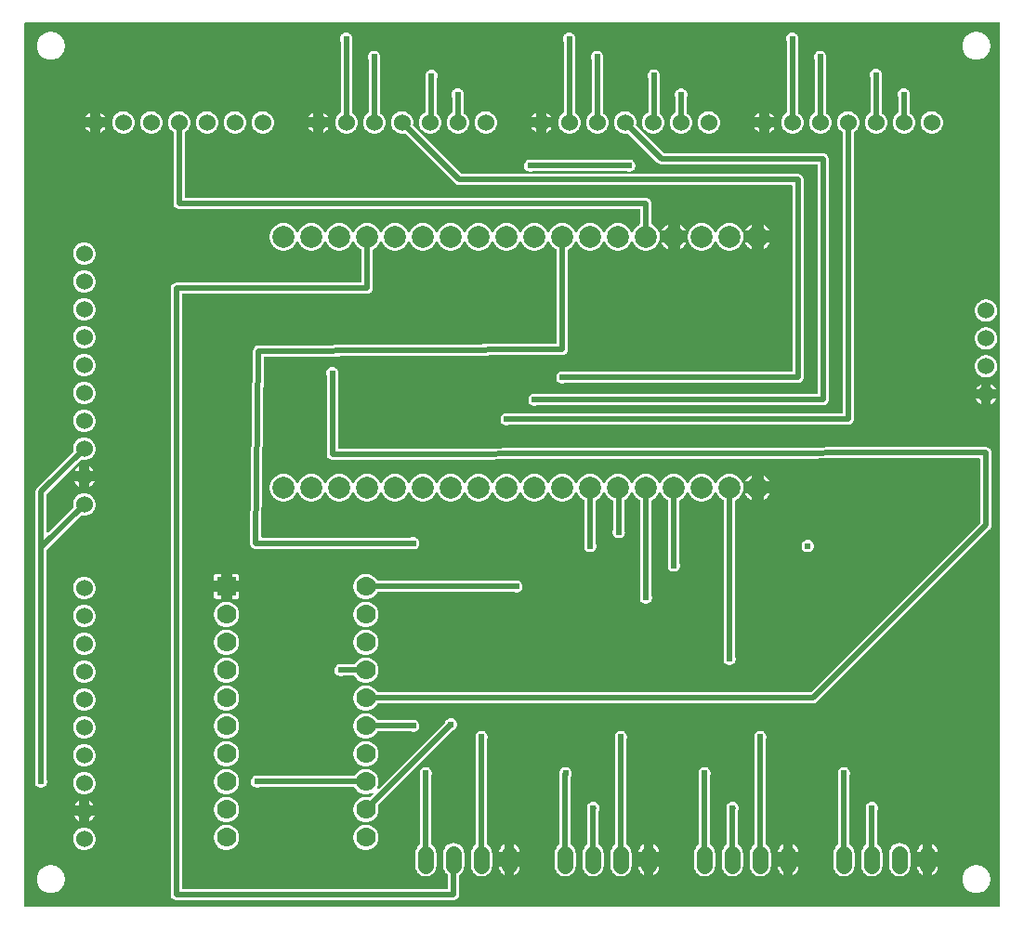
<source format=gbl>
G04 Layer: BottomLayer*
G04 EasyEDA v6.4.25, 2021-11-04T19:40:49--3:00*
G04 bceacf3c99fb4bb2a8aa43b2ed6fd2bc,9d8cb5f435b04c98b99c45f15073e7be,10*
G04 Gerber Generator version 0.2*
G04 Scale: 100 percent, Rotated: No, Reflected: No *
G04 Dimensions in millimeters *
G04 leading zeros omitted , absolute positions ,4 integer and 5 decimal *
%FSLAX45Y45*%
%MOMM*%

%ADD10C,0.5000*%
%ADD11C,0.6096*%
%ADD14C,1.7780*%
%ADD15R,1.7780X1.7780*%
%ADD16C,1.5240*%
%ADD17C,2.0000*%
%ADD18C,1.3995*%

%LPD*%
G36*
X4811268Y-266192D02*
G01*
X4807356Y-265430D01*
X4804105Y-263194D01*
X4801870Y-259943D01*
X4801108Y-256032D01*
X4801108Y7787131D01*
X4801870Y7791043D01*
X4804105Y7794294D01*
X4807356Y7796530D01*
X4811268Y7797292D01*
X13679932Y7797292D01*
X13683843Y7796530D01*
X13687094Y7794294D01*
X13689330Y7791043D01*
X13690092Y7787131D01*
X13690092Y-256032D01*
X13689330Y-259943D01*
X13687094Y-263194D01*
X13683843Y-265430D01*
X13679932Y-266192D01*
G37*

%LPC*%
G36*
X5041900Y7454392D02*
G01*
X5057292Y7455357D01*
X5072430Y7458100D01*
X5087112Y7462672D01*
X5101132Y7469022D01*
X5114340Y7476998D01*
X5126431Y7486497D01*
X5137302Y7497368D01*
X5146802Y7509459D01*
X5154777Y7522667D01*
X5161127Y7536688D01*
X5165699Y7551369D01*
X5168442Y7566507D01*
X5169408Y7581900D01*
X5168442Y7597292D01*
X5165699Y7612430D01*
X5161127Y7627112D01*
X5154777Y7641132D01*
X5146802Y7654340D01*
X5137302Y7666431D01*
X5126431Y7677302D01*
X5114340Y7686802D01*
X5101132Y7694777D01*
X5087112Y7701127D01*
X5072430Y7705699D01*
X5057292Y7708442D01*
X5041900Y7709408D01*
X5026507Y7708442D01*
X5011369Y7705699D01*
X4996688Y7701127D01*
X4982667Y7694777D01*
X4969459Y7686802D01*
X4957368Y7677302D01*
X4946497Y7666431D01*
X4936998Y7654340D01*
X4929022Y7641132D01*
X4922672Y7627112D01*
X4918100Y7612430D01*
X4915357Y7597292D01*
X4914392Y7581900D01*
X4915357Y7566507D01*
X4918100Y7551369D01*
X4922672Y7536688D01*
X4929022Y7522667D01*
X4936998Y7509459D01*
X4946497Y7497368D01*
X4957368Y7486497D01*
X4969459Y7476998D01*
X4982667Y7469022D01*
X4996688Y7462672D01*
X5011369Y7458100D01*
X5026507Y7455357D01*
G37*
G36*
X13474700Y-140208D02*
G01*
X13490092Y-139242D01*
X13505230Y-136499D01*
X13519912Y-131927D01*
X13533932Y-125577D01*
X13547140Y-117602D01*
X13559231Y-108102D01*
X13570102Y-97231D01*
X13579601Y-85140D01*
X13587577Y-71932D01*
X13593927Y-57912D01*
X13598499Y-43230D01*
X13601242Y-28092D01*
X13602207Y-12700D01*
X13601242Y2692D01*
X13598499Y17830D01*
X13593927Y32512D01*
X13587577Y46532D01*
X13579601Y59740D01*
X13570102Y71831D01*
X13559231Y82702D01*
X13547140Y92202D01*
X13533932Y100177D01*
X13519912Y106527D01*
X13505230Y111099D01*
X13490092Y113842D01*
X13474700Y114808D01*
X13459307Y113842D01*
X13444169Y111099D01*
X13429488Y106527D01*
X13415467Y100177D01*
X13402259Y92202D01*
X13390168Y82702D01*
X13379297Y71831D01*
X13369798Y59740D01*
X13361822Y46532D01*
X13355472Y32512D01*
X13350900Y17830D01*
X13348157Y2692D01*
X13347192Y-12700D01*
X13348157Y-28092D01*
X13350900Y-43230D01*
X13355472Y-57912D01*
X13361822Y-71932D01*
X13369798Y-85140D01*
X13379297Y-97231D01*
X13390168Y-108102D01*
X13402259Y-117602D01*
X13415467Y-125577D01*
X13429488Y-131927D01*
X13444169Y-136499D01*
X13459307Y-139242D01*
G37*
G36*
X5041900Y-140208D02*
G01*
X5057292Y-139242D01*
X5072430Y-136499D01*
X5087112Y-131927D01*
X5101132Y-125577D01*
X5114340Y-117602D01*
X5126431Y-108102D01*
X5137302Y-97231D01*
X5146802Y-85140D01*
X5154777Y-71932D01*
X5161127Y-57912D01*
X5165699Y-43230D01*
X5168442Y-28092D01*
X5169408Y-12700D01*
X5168442Y2692D01*
X5165699Y17830D01*
X5161127Y32512D01*
X5154777Y46532D01*
X5146802Y59740D01*
X5137302Y71831D01*
X5126431Y82702D01*
X5114340Y92202D01*
X5101132Y100177D01*
X5087112Y106527D01*
X5072430Y111099D01*
X5057292Y113842D01*
X5041900Y114808D01*
X5026507Y113842D01*
X5011369Y111099D01*
X4996688Y106527D01*
X4982667Y100177D01*
X4969459Y92202D01*
X4957368Y82702D01*
X4946497Y71831D01*
X4936998Y59740D01*
X4929022Y46532D01*
X4922672Y32512D01*
X4918100Y17830D01*
X4915357Y2692D01*
X4914392Y-12700D01*
X4915357Y-28092D01*
X4918100Y-43230D01*
X4922672Y-57912D01*
X4929022Y-71932D01*
X4936998Y-85140D01*
X4946497Y-97231D01*
X4957368Y-108102D01*
X4969459Y-117602D01*
X4982667Y-125577D01*
X4996688Y-131927D01*
X5011369Y-136499D01*
X5026507Y-139242D01*
G37*
G36*
X13474700Y7454392D02*
G01*
X13490092Y7455357D01*
X13505230Y7458100D01*
X13519912Y7462672D01*
X13533932Y7469022D01*
X13547140Y7476998D01*
X13559231Y7486497D01*
X13570102Y7497368D01*
X13579601Y7509459D01*
X13587577Y7522667D01*
X13593927Y7536688D01*
X13598499Y7551369D01*
X13601242Y7566507D01*
X13602207Y7581900D01*
X13601242Y7597292D01*
X13598499Y7612430D01*
X13593927Y7627112D01*
X13587577Y7641132D01*
X13579601Y7654340D01*
X13570102Y7666431D01*
X13559231Y7677302D01*
X13547140Y7686802D01*
X13533932Y7694777D01*
X13519912Y7701127D01*
X13505230Y7705699D01*
X13490092Y7708442D01*
X13474700Y7709408D01*
X13459307Y7708442D01*
X13444169Y7705699D01*
X13429488Y7701127D01*
X13415467Y7694777D01*
X13402259Y7686802D01*
X13390168Y7677302D01*
X13379297Y7666431D01*
X13369798Y7654340D01*
X13361822Y7641132D01*
X13355472Y7627112D01*
X13350900Y7612430D01*
X13348157Y7597292D01*
X13347192Y7581900D01*
X13348157Y7566507D01*
X13350900Y7551369D01*
X13355472Y7536688D01*
X13361822Y7522667D01*
X13369798Y7509459D01*
X13379297Y7497368D01*
X13390168Y7486497D01*
X13402259Y7476998D01*
X13415467Y7469022D01*
X13429488Y7462672D01*
X13444169Y7458100D01*
X13459307Y7455357D01*
G37*
G36*
X12769646Y13462D02*
G01*
X12782753Y13462D01*
X12795707Y15240D01*
X12808305Y18745D01*
X12820294Y23977D01*
X12831470Y30784D01*
X12841630Y39014D01*
X12850571Y48615D01*
X12858089Y59283D01*
X12864134Y70916D01*
X12868503Y83210D01*
X12871145Y96062D01*
X12872110Y109423D01*
X12872110Y220776D01*
X12871145Y234137D01*
X12868503Y246989D01*
X12864134Y259283D01*
X12858089Y270916D01*
X12850571Y281584D01*
X12841630Y291185D01*
X12831470Y299415D01*
X12820294Y306222D01*
X12808305Y311454D01*
X12795707Y314960D01*
X12782753Y316738D01*
X12769646Y316738D01*
X12756692Y314960D01*
X12744094Y311454D01*
X12732105Y306222D01*
X12720929Y299415D01*
X12710769Y291185D01*
X12701828Y281584D01*
X12694310Y270916D01*
X12688265Y259283D01*
X12683896Y246989D01*
X12681254Y234137D01*
X12680340Y220776D01*
X12680340Y109423D01*
X12681254Y96062D01*
X12683896Y83210D01*
X12688265Y70916D01*
X12694310Y59283D01*
X12701828Y48615D01*
X12710769Y39014D01*
X12720929Y30784D01*
X12732105Y23977D01*
X12744094Y18745D01*
X12756692Y15240D01*
G37*
G36*
X9975646Y13462D02*
G01*
X9988753Y13462D01*
X10001707Y15240D01*
X10014305Y18745D01*
X10026294Y23977D01*
X10037470Y30784D01*
X10047630Y39014D01*
X10056571Y48615D01*
X10064089Y59283D01*
X10070134Y70916D01*
X10074503Y83210D01*
X10077145Y96062D01*
X10078110Y109423D01*
X10078110Y220776D01*
X10077145Y234137D01*
X10074503Y246989D01*
X10070134Y259283D01*
X10064089Y270916D01*
X10056571Y281584D01*
X10047630Y291185D01*
X10036860Y299923D01*
X10034117Y303428D01*
X10033101Y307797D01*
X10033101Y605078D01*
X10033457Y607720D01*
X10034473Y610158D01*
X10036403Y613511D01*
X10039451Y621842D01*
X10040975Y630580D01*
X10040975Y639419D01*
X10039451Y648157D01*
X10036403Y656488D01*
X10031984Y664159D01*
X10026243Y670966D01*
X10021925Y674674D01*
X10018420Y678180D01*
X10010394Y683818D01*
X10001453Y687933D01*
X9992004Y690473D01*
X9982200Y691337D01*
X9972395Y690473D01*
X9962946Y687933D01*
X9954006Y683818D01*
X9945979Y678180D01*
X9939020Y671220D01*
X9933381Y663194D01*
X9929266Y654253D01*
X9926726Y644804D01*
X9925862Y635000D01*
X9926726Y625195D01*
X9929266Y615746D01*
X9930333Y613410D01*
X9931298Y609092D01*
X9931298Y307797D01*
X9930282Y303428D01*
X9927539Y299923D01*
X9916769Y291185D01*
X9907828Y281584D01*
X9900310Y270916D01*
X9894265Y259283D01*
X9889896Y246989D01*
X9887254Y234137D01*
X9886340Y220776D01*
X9886340Y109423D01*
X9887254Y96062D01*
X9889896Y83210D01*
X9894265Y70916D01*
X9900310Y59283D01*
X9907828Y48615D01*
X9916769Y39014D01*
X9926929Y30784D01*
X9938105Y23977D01*
X9950094Y18745D01*
X9962692Y15240D01*
G37*
G36*
X11245646Y13462D02*
G01*
X11258753Y13462D01*
X11271707Y15240D01*
X11284305Y18745D01*
X11296294Y23977D01*
X11307470Y30784D01*
X11317630Y39014D01*
X11326571Y48615D01*
X11334089Y59283D01*
X11340134Y70916D01*
X11344503Y83210D01*
X11347145Y96062D01*
X11348110Y109423D01*
X11348110Y220776D01*
X11347145Y234137D01*
X11344503Y246989D01*
X11340134Y259283D01*
X11334089Y270916D01*
X11326571Y281584D01*
X11317630Y291185D01*
X11306860Y299923D01*
X11304117Y303428D01*
X11303101Y307797D01*
X11303101Y609092D01*
X11304066Y613410D01*
X11305133Y615746D01*
X11307673Y625195D01*
X11308537Y635000D01*
X11307673Y644804D01*
X11305133Y654253D01*
X11301018Y663194D01*
X11295380Y671220D01*
X11288420Y678180D01*
X11280394Y683818D01*
X11271453Y687933D01*
X11262004Y690473D01*
X11252200Y691337D01*
X11242395Y690473D01*
X11232946Y687933D01*
X11224006Y683818D01*
X11215979Y678180D01*
X11209020Y671220D01*
X11203381Y663194D01*
X11199266Y654253D01*
X11196726Y644804D01*
X11195862Y635000D01*
X11196726Y625195D01*
X11199266Y615746D01*
X11200333Y613410D01*
X11201298Y609092D01*
X11201298Y307797D01*
X11200282Y303428D01*
X11197539Y299923D01*
X11186769Y291185D01*
X11177828Y281584D01*
X11170310Y270916D01*
X11164265Y259283D01*
X11159896Y246989D01*
X11157254Y234137D01*
X11156340Y220776D01*
X11156340Y109423D01*
X11157254Y96062D01*
X11159896Y83210D01*
X11164265Y70916D01*
X11170310Y59283D01*
X11177828Y48615D01*
X11186769Y39014D01*
X11196929Y30784D01*
X11208105Y23977D01*
X11220094Y18745D01*
X11232692Y15240D01*
G37*
G36*
X12515646Y13462D02*
G01*
X12528753Y13462D01*
X12541707Y15240D01*
X12554305Y18745D01*
X12566294Y23977D01*
X12577470Y30784D01*
X12587630Y39014D01*
X12596571Y48615D01*
X12604089Y59283D01*
X12610134Y70916D01*
X12614503Y83210D01*
X12617145Y96062D01*
X12618110Y109423D01*
X12618110Y220776D01*
X12617145Y234137D01*
X12614503Y246989D01*
X12610134Y259283D01*
X12604089Y270916D01*
X12596571Y281584D01*
X12587630Y291185D01*
X12576860Y299923D01*
X12574117Y303428D01*
X12573101Y307797D01*
X12573101Y609092D01*
X12574066Y613410D01*
X12575133Y615746D01*
X12577673Y625195D01*
X12578537Y635000D01*
X12577673Y644804D01*
X12575133Y654253D01*
X12571018Y663194D01*
X12565380Y671220D01*
X12558420Y678180D01*
X12550394Y683818D01*
X12541453Y687933D01*
X12532004Y690473D01*
X12522200Y691337D01*
X12512395Y690473D01*
X12502946Y687933D01*
X12494006Y683818D01*
X12485979Y678180D01*
X12479020Y671220D01*
X12473381Y663194D01*
X12469266Y654253D01*
X12466726Y644804D01*
X12465862Y635000D01*
X12466726Y625195D01*
X12469266Y615746D01*
X12470333Y613410D01*
X12471298Y609092D01*
X12471298Y307797D01*
X12470282Y303428D01*
X12467539Y299923D01*
X12456769Y291185D01*
X12447828Y281584D01*
X12440310Y270916D01*
X12434265Y259283D01*
X12429896Y246989D01*
X12427254Y234137D01*
X12426340Y220776D01*
X12426340Y109423D01*
X12427254Y96062D01*
X12429896Y83210D01*
X12434265Y70916D01*
X12440310Y59283D01*
X12447828Y48615D01*
X12456769Y39014D01*
X12466929Y30784D01*
X12478105Y23977D01*
X12490094Y18745D01*
X12502692Y15240D01*
G37*
G36*
X9721646Y13462D02*
G01*
X9734753Y13462D01*
X9747707Y15240D01*
X9760305Y18745D01*
X9772294Y23977D01*
X9783470Y30784D01*
X9793630Y39014D01*
X9802571Y48615D01*
X9810089Y59283D01*
X9816134Y70916D01*
X9820503Y83210D01*
X9823145Y96062D01*
X9824110Y109423D01*
X9824110Y220776D01*
X9823145Y234137D01*
X9820503Y246989D01*
X9816134Y259283D01*
X9810089Y270916D01*
X9802571Y281584D01*
X9793630Y291185D01*
X9782860Y299923D01*
X9780117Y303428D01*
X9779101Y307797D01*
X9779101Y919683D01*
X9780066Y923950D01*
X9784384Y933246D01*
X9786924Y942695D01*
X9787788Y952500D01*
X9786924Y962304D01*
X9784384Y971753D01*
X9780219Y980694D01*
X9774580Y988720D01*
X9767671Y995680D01*
X9759594Y1001318D01*
X9750704Y1005433D01*
X9741204Y1007973D01*
X9731451Y1008837D01*
X9721646Y1007973D01*
X9712147Y1005433D01*
X9703257Y1001318D01*
X9695180Y995680D01*
X9688271Y988720D01*
X9682632Y980694D01*
X9678466Y971753D01*
X9675926Y962304D01*
X9675063Y952500D01*
X9675926Y942695D01*
X9676942Y938936D01*
X9677298Y936294D01*
X9677298Y307797D01*
X9676282Y303428D01*
X9673539Y299923D01*
X9662769Y291185D01*
X9653828Y281584D01*
X9646310Y270916D01*
X9640265Y259283D01*
X9635896Y246989D01*
X9633254Y234137D01*
X9632340Y220776D01*
X9632340Y109423D01*
X9633254Y96062D01*
X9635896Y83210D01*
X9640265Y70916D01*
X9646310Y59283D01*
X9653828Y48615D01*
X9662769Y39014D01*
X9672929Y30784D01*
X9684105Y23977D01*
X9696094Y18745D01*
X9708692Y15240D01*
G37*
G36*
X8451646Y13462D02*
G01*
X8464753Y13462D01*
X8477707Y15240D01*
X8490305Y18745D01*
X8502294Y23977D01*
X8513470Y30784D01*
X8523630Y39014D01*
X8532571Y48615D01*
X8540089Y59283D01*
X8546134Y70916D01*
X8550503Y83210D01*
X8553145Y96062D01*
X8554110Y109423D01*
X8554110Y220776D01*
X8553145Y234137D01*
X8550503Y246989D01*
X8546134Y259283D01*
X8540089Y270916D01*
X8532571Y281584D01*
X8523630Y291185D01*
X8512860Y299923D01*
X8510117Y303428D01*
X8509101Y307797D01*
X8509101Y926592D01*
X8510066Y930910D01*
X8511133Y933246D01*
X8513673Y942695D01*
X8514537Y952500D01*
X8513673Y962304D01*
X8511133Y971753D01*
X8507018Y980694D01*
X8501380Y988720D01*
X8494420Y995680D01*
X8486394Y1001318D01*
X8477453Y1005433D01*
X8468004Y1007973D01*
X8458200Y1008837D01*
X8448395Y1007973D01*
X8438946Y1005433D01*
X8430006Y1001318D01*
X8421979Y995680D01*
X8415020Y988720D01*
X8409381Y980694D01*
X8405266Y971753D01*
X8402726Y962304D01*
X8401862Y952500D01*
X8402726Y942695D01*
X8405266Y933246D01*
X8406333Y930910D01*
X8407298Y926592D01*
X8407298Y307797D01*
X8406282Y303428D01*
X8403539Y299923D01*
X8392769Y291185D01*
X8383828Y281584D01*
X8376310Y270916D01*
X8370265Y259283D01*
X8365896Y246989D01*
X8363254Y234137D01*
X8362340Y220776D01*
X8362340Y109423D01*
X8363254Y96062D01*
X8365896Y83210D01*
X8370265Y70916D01*
X8376310Y59283D01*
X8383828Y48615D01*
X8392769Y39014D01*
X8402929Y30784D01*
X8414105Y23977D01*
X8426094Y18745D01*
X8438692Y15240D01*
G37*
G36*
X10991646Y13462D02*
G01*
X11004753Y13462D01*
X11017707Y15240D01*
X11030305Y18745D01*
X11042294Y23977D01*
X11053470Y30784D01*
X11063630Y39014D01*
X11072571Y48615D01*
X11080089Y59283D01*
X11086134Y70916D01*
X11090503Y83210D01*
X11093145Y96062D01*
X11094110Y109423D01*
X11094110Y220776D01*
X11093145Y234137D01*
X11090503Y246989D01*
X11086134Y259283D01*
X11080089Y270916D01*
X11072571Y281584D01*
X11063630Y291185D01*
X11052860Y299923D01*
X11050117Y303428D01*
X11049101Y307797D01*
X11049101Y926592D01*
X11050066Y930910D01*
X11051133Y933246D01*
X11053673Y942695D01*
X11054537Y952500D01*
X11053673Y962304D01*
X11051133Y971753D01*
X11047018Y980694D01*
X11041380Y988720D01*
X11034420Y995680D01*
X11026394Y1001318D01*
X11017453Y1005433D01*
X11008004Y1007973D01*
X10998200Y1008837D01*
X10988395Y1007973D01*
X10978946Y1005433D01*
X10970006Y1001318D01*
X10961979Y995680D01*
X10955020Y988720D01*
X10949381Y980694D01*
X10945266Y971753D01*
X10942726Y962304D01*
X10941862Y952500D01*
X10942726Y942695D01*
X10945266Y933246D01*
X10946333Y930910D01*
X10947298Y926592D01*
X10947298Y307797D01*
X10946282Y303428D01*
X10943539Y299923D01*
X10932769Y291185D01*
X10923828Y281584D01*
X10916310Y270916D01*
X10910265Y259283D01*
X10905896Y246989D01*
X10903254Y234137D01*
X10902340Y220776D01*
X10902340Y109423D01*
X10903254Y96062D01*
X10905896Y83210D01*
X10910265Y70916D01*
X10916310Y59283D01*
X10923828Y48615D01*
X10932769Y39014D01*
X10942929Y30784D01*
X10954105Y23977D01*
X10966094Y18745D01*
X10978692Y15240D01*
G37*
G36*
X12261646Y13462D02*
G01*
X12274753Y13462D01*
X12287707Y15240D01*
X12300305Y18745D01*
X12312294Y23977D01*
X12323470Y30784D01*
X12333630Y39014D01*
X12342571Y48615D01*
X12350089Y59283D01*
X12356134Y70916D01*
X12360503Y83210D01*
X12363145Y96062D01*
X12364110Y109423D01*
X12364110Y220776D01*
X12363145Y234137D01*
X12360503Y246989D01*
X12356134Y259283D01*
X12350089Y270916D01*
X12342571Y281584D01*
X12333630Y291185D01*
X12322860Y299923D01*
X12320117Y303428D01*
X12319101Y307797D01*
X12319101Y926592D01*
X12320066Y930910D01*
X12321133Y933246D01*
X12323673Y942695D01*
X12324537Y952500D01*
X12323673Y962304D01*
X12321133Y971753D01*
X12317018Y980694D01*
X12311380Y988720D01*
X12304420Y995680D01*
X12296394Y1001318D01*
X12287453Y1005433D01*
X12278004Y1007973D01*
X12268200Y1008837D01*
X12258395Y1007973D01*
X12248946Y1005433D01*
X12240006Y1001318D01*
X12231979Y995680D01*
X12225020Y988720D01*
X12219381Y980694D01*
X12215266Y971753D01*
X12212726Y962304D01*
X12211862Y952500D01*
X12212726Y942695D01*
X12215266Y933246D01*
X12216333Y930910D01*
X12217298Y926592D01*
X12217298Y307797D01*
X12216282Y303428D01*
X12213539Y299923D01*
X12202769Y291185D01*
X12193828Y281584D01*
X12186310Y270916D01*
X12180265Y259283D01*
X12175896Y246989D01*
X12173254Y234137D01*
X12172340Y220776D01*
X12172340Y109423D01*
X12173254Y96062D01*
X12175896Y83210D01*
X12180265Y70916D01*
X12186310Y59283D01*
X12193828Y48615D01*
X12202769Y39014D01*
X12212929Y30784D01*
X12224105Y23977D01*
X12236094Y18745D01*
X12248692Y15240D01*
G37*
G36*
X8959646Y13462D02*
G01*
X8972753Y13462D01*
X8985707Y15240D01*
X8998305Y18745D01*
X9010294Y23977D01*
X9021470Y30784D01*
X9031630Y39014D01*
X9040571Y48615D01*
X9048089Y59283D01*
X9054134Y70916D01*
X9058503Y83210D01*
X9061145Y96062D01*
X9062110Y109423D01*
X9062110Y220776D01*
X9061145Y234137D01*
X9058503Y246989D01*
X9054134Y259283D01*
X9048089Y270916D01*
X9040571Y281584D01*
X9031630Y291185D01*
X9020860Y299923D01*
X9018117Y303428D01*
X9017101Y307797D01*
X9017101Y1256792D01*
X9018066Y1261110D01*
X9019133Y1263446D01*
X9021673Y1272895D01*
X9022537Y1282700D01*
X9021673Y1292504D01*
X9019133Y1301953D01*
X9015018Y1310894D01*
X9009380Y1318920D01*
X9002420Y1325880D01*
X8994394Y1331518D01*
X8985453Y1335633D01*
X8976004Y1338173D01*
X8966200Y1339037D01*
X8956395Y1338173D01*
X8946946Y1335633D01*
X8938006Y1331518D01*
X8929979Y1325880D01*
X8923020Y1318920D01*
X8917381Y1310894D01*
X8913266Y1301953D01*
X8910726Y1292504D01*
X8909862Y1282700D01*
X8910726Y1272895D01*
X8913266Y1263446D01*
X8914333Y1261110D01*
X8915298Y1256792D01*
X8915298Y307797D01*
X8914282Y303428D01*
X8911539Y299923D01*
X8900769Y291185D01*
X8891828Y281584D01*
X8884310Y270916D01*
X8878265Y259283D01*
X8873896Y246989D01*
X8871254Y234137D01*
X8870340Y220776D01*
X8870340Y109423D01*
X8871254Y96062D01*
X8873896Y83210D01*
X8878265Y70916D01*
X8884310Y59283D01*
X8891828Y48615D01*
X8900769Y39014D01*
X8910929Y30784D01*
X8922105Y23977D01*
X8934094Y18745D01*
X8946692Y15240D01*
G37*
G36*
X10229646Y13462D02*
G01*
X10242753Y13462D01*
X10255707Y15240D01*
X10268305Y18745D01*
X10280294Y23977D01*
X10291470Y30784D01*
X10301630Y39014D01*
X10310571Y48615D01*
X10318089Y59283D01*
X10324134Y70916D01*
X10328503Y83210D01*
X10331145Y96062D01*
X10332110Y109423D01*
X10332110Y220776D01*
X10331145Y234137D01*
X10328503Y246989D01*
X10324134Y259283D01*
X10318089Y270916D01*
X10310571Y281584D01*
X10301630Y291185D01*
X10290860Y299923D01*
X10288117Y303428D01*
X10287101Y307797D01*
X10287101Y1256792D01*
X10288066Y1261110D01*
X10289133Y1263446D01*
X10291673Y1272895D01*
X10292537Y1282700D01*
X10291673Y1292504D01*
X10289133Y1301953D01*
X10285018Y1310894D01*
X10279380Y1318920D01*
X10272420Y1325880D01*
X10264394Y1331518D01*
X10255453Y1335633D01*
X10246004Y1338173D01*
X10236200Y1339037D01*
X10226395Y1338173D01*
X10216946Y1335633D01*
X10208006Y1331518D01*
X10199979Y1325880D01*
X10193020Y1318920D01*
X10187381Y1310894D01*
X10183266Y1301953D01*
X10180726Y1292504D01*
X10179862Y1282700D01*
X10180726Y1272895D01*
X10183266Y1263446D01*
X10184333Y1261110D01*
X10185298Y1256792D01*
X10185298Y307797D01*
X10184282Y303428D01*
X10181539Y299923D01*
X10170769Y291185D01*
X10161828Y281584D01*
X10154310Y270916D01*
X10148265Y259283D01*
X10143896Y246989D01*
X10141254Y234137D01*
X10140340Y220776D01*
X10140340Y109423D01*
X10141254Y96062D01*
X10143896Y83210D01*
X10148265Y70916D01*
X10154310Y59283D01*
X10161828Y48615D01*
X10170769Y39014D01*
X10180929Y30784D01*
X10192105Y23977D01*
X10204094Y18745D01*
X10216692Y15240D01*
G37*
G36*
X11499646Y13462D02*
G01*
X11512753Y13462D01*
X11525707Y15240D01*
X11538305Y18745D01*
X11550294Y23977D01*
X11561470Y30784D01*
X11571630Y39014D01*
X11580571Y48615D01*
X11588089Y59283D01*
X11594134Y70916D01*
X11598503Y83210D01*
X11601145Y96062D01*
X11602110Y109423D01*
X11602110Y220776D01*
X11601145Y234137D01*
X11598503Y246989D01*
X11594134Y259283D01*
X11588089Y270916D01*
X11580571Y281584D01*
X11571630Y291185D01*
X11560860Y299923D01*
X11558117Y303428D01*
X11557101Y307797D01*
X11557101Y1256792D01*
X11558066Y1261110D01*
X11559133Y1263446D01*
X11561673Y1272895D01*
X11562537Y1282700D01*
X11561673Y1292504D01*
X11559133Y1301953D01*
X11555018Y1310894D01*
X11549380Y1318920D01*
X11542420Y1325880D01*
X11534394Y1331518D01*
X11525453Y1335633D01*
X11516004Y1338173D01*
X11506200Y1339037D01*
X11496395Y1338173D01*
X11486946Y1335633D01*
X11478006Y1331518D01*
X11469979Y1325880D01*
X11463020Y1318920D01*
X11457381Y1310894D01*
X11453266Y1301953D01*
X11450726Y1292504D01*
X11449862Y1282700D01*
X11450726Y1272895D01*
X11453266Y1263446D01*
X11454333Y1261110D01*
X11455298Y1256792D01*
X11455298Y307797D01*
X11454282Y303428D01*
X11451539Y299923D01*
X11440769Y291185D01*
X11431828Y281584D01*
X11424310Y270916D01*
X11418265Y259283D01*
X11413896Y246989D01*
X11411254Y234137D01*
X11410340Y220776D01*
X11410340Y109423D01*
X11411254Y96062D01*
X11413896Y83210D01*
X11418265Y70916D01*
X11424310Y59283D01*
X11431828Y48615D01*
X11440769Y39014D01*
X11450929Y30784D01*
X11462105Y23977D01*
X11474094Y18745D01*
X11486692Y15240D01*
G37*
G36*
X11801551Y22758D02*
G01*
X11804294Y23977D01*
X11815470Y30784D01*
X11825630Y39014D01*
X11834571Y48615D01*
X11842089Y59283D01*
X11848134Y70916D01*
X11852503Y83210D01*
X11855094Y95758D01*
X11801551Y95758D01*
G37*
G36*
X12988848Y22758D02*
G01*
X12988848Y95758D01*
X12935305Y95758D01*
X12937896Y83210D01*
X12942265Y70916D01*
X12948310Y59283D01*
X12955828Y48615D01*
X12964769Y39014D01*
X12974929Y30784D01*
X12986105Y23977D01*
G37*
G36*
X10531551Y22758D02*
G01*
X10534294Y23977D01*
X10545470Y30784D01*
X10555630Y39014D01*
X10564571Y48615D01*
X10572089Y59283D01*
X10578134Y70916D01*
X10582503Y83210D01*
X10585094Y95758D01*
X10531551Y95758D01*
G37*
G36*
X9178848Y22758D02*
G01*
X9178848Y95758D01*
X9125305Y95758D01*
X9127896Y83210D01*
X9132265Y70916D01*
X9138310Y59283D01*
X9145828Y48615D01*
X9154769Y39014D01*
X9164929Y30784D01*
X9176105Y23977D01*
G37*
G36*
X10448848Y22758D02*
G01*
X10448848Y95758D01*
X10395305Y95758D01*
X10397896Y83210D01*
X10402265Y70916D01*
X10408310Y59283D01*
X10415828Y48615D01*
X10424769Y39014D01*
X10434929Y30784D01*
X10446105Y23977D01*
G37*
G36*
X9261551Y22758D02*
G01*
X9264294Y23977D01*
X9275470Y30784D01*
X9285630Y39014D01*
X9294571Y48615D01*
X9302089Y59283D01*
X9308134Y70916D01*
X9312503Y83210D01*
X9315094Y95758D01*
X9261551Y95758D01*
G37*
G36*
X11718848Y22758D02*
G01*
X11718848Y95758D01*
X11665305Y95758D01*
X11667896Y83210D01*
X11672265Y70916D01*
X11678310Y59283D01*
X11685828Y48615D01*
X11694769Y39014D01*
X11704929Y30784D01*
X11716105Y23977D01*
G37*
G36*
X13071551Y22758D02*
G01*
X13074294Y23977D01*
X13085470Y30784D01*
X13095630Y39014D01*
X13104571Y48615D01*
X13112089Y59283D01*
X13118134Y70916D01*
X13122503Y83210D01*
X13125094Y95758D01*
X13071551Y95758D01*
G37*
G36*
X12935305Y234442D02*
G01*
X12988848Y234442D01*
X12988848Y307441D01*
X12986105Y306222D01*
X12974929Y299415D01*
X12964769Y291185D01*
X12955828Y281584D01*
X12948310Y270916D01*
X12942265Y259283D01*
X12937896Y246989D01*
G37*
G36*
X10531551Y234442D02*
G01*
X10585094Y234442D01*
X10582503Y246989D01*
X10578134Y259283D01*
X10572089Y270916D01*
X10564571Y281584D01*
X10555630Y291185D01*
X10545470Y299415D01*
X10534294Y306222D01*
X10531551Y307441D01*
G37*
G36*
X11801551Y234442D02*
G01*
X11855094Y234442D01*
X11852503Y246989D01*
X11848134Y259283D01*
X11842089Y270916D01*
X11834571Y281584D01*
X11825630Y291185D01*
X11815470Y299415D01*
X11804294Y306222D01*
X11801551Y307441D01*
G37*
G36*
X11665305Y234442D02*
G01*
X11718848Y234442D01*
X11718848Y307441D01*
X11716105Y306222D01*
X11704929Y299415D01*
X11694769Y291185D01*
X11685828Y281584D01*
X11678310Y270916D01*
X11672265Y259283D01*
X11667896Y246989D01*
G37*
G36*
X10395305Y234442D02*
G01*
X10448848Y234442D01*
X10448848Y307441D01*
X10446105Y306222D01*
X10434929Y299415D01*
X10424769Y291185D01*
X10415828Y281584D01*
X10408310Y270916D01*
X10402265Y259283D01*
X10397896Y246989D01*
G37*
G36*
X9125305Y234442D02*
G01*
X9178848Y234442D01*
X9178848Y307441D01*
X9176105Y306222D01*
X9164929Y299415D01*
X9154769Y291185D01*
X9145828Y281584D01*
X9138310Y270916D01*
X9132265Y259283D01*
X9127896Y246989D01*
G37*
G36*
X9261551Y234442D02*
G01*
X9315094Y234442D01*
X9312503Y246989D01*
X9308134Y259283D01*
X9302089Y270916D01*
X9294571Y281584D01*
X9285630Y291185D01*
X9275470Y299415D01*
X9264294Y306222D01*
X9261551Y307441D01*
G37*
G36*
X13071551Y234442D02*
G01*
X13125094Y234442D01*
X13122503Y246989D01*
X13118134Y259283D01*
X13112089Y270916D01*
X13104571Y281584D01*
X13095630Y291185D01*
X13085470Y299415D01*
X13074294Y306222D01*
X13071551Y307441D01*
G37*
G36*
X5339892Y253746D02*
G01*
X5353507Y253746D01*
X5367020Y255574D01*
X5380177Y259181D01*
X5392724Y264464D01*
X5404459Y271424D01*
X5415178Y279908D01*
X5424678Y289712D01*
X5432755Y300685D01*
X5439308Y312623D01*
X5444185Y325374D01*
X5447385Y338632D01*
X5448706Y352196D01*
X5448249Y365810D01*
X5446014Y379272D01*
X5441950Y392277D01*
X5436209Y404672D01*
X5428894Y416153D01*
X5420106Y426567D01*
X5409946Y435711D01*
X5398719Y443433D01*
X5386578Y449580D01*
X5373674Y454050D01*
X5360314Y456793D01*
X5346700Y457708D01*
X5333085Y456793D01*
X5319725Y454050D01*
X5306822Y449580D01*
X5294680Y443433D01*
X5283454Y435711D01*
X5273294Y426567D01*
X5264505Y416153D01*
X5257190Y404672D01*
X5251450Y392277D01*
X5247386Y379272D01*
X5245150Y365810D01*
X5244693Y352196D01*
X5246014Y338632D01*
X5249214Y325374D01*
X5254091Y312623D01*
X5260644Y300685D01*
X5268722Y289712D01*
X5278221Y279908D01*
X5288940Y271424D01*
X5300675Y264464D01*
X5313222Y259181D01*
X5326380Y255574D01*
G37*
G36*
X7904886Y253746D02*
G01*
X7919313Y253746D01*
X7933588Y255524D01*
X7947558Y259130D01*
X7960969Y264414D01*
X7973618Y271373D01*
X7985252Y279857D01*
X7995767Y289712D01*
X8004962Y300837D01*
X8012684Y312978D01*
X8018830Y326034D01*
X8023301Y339750D01*
X8025993Y353923D01*
X8026908Y368300D01*
X8025993Y382676D01*
X8023301Y396849D01*
X8018830Y410565D01*
X8012684Y423621D01*
X8004962Y435762D01*
X7995767Y446887D01*
X7985252Y456742D01*
X7973618Y465226D01*
X7960969Y472185D01*
X7947558Y477469D01*
X7933588Y481076D01*
X7919313Y482854D01*
X7904886Y482854D01*
X7890611Y481076D01*
X7876641Y477469D01*
X7863230Y472185D01*
X7850581Y465226D01*
X7838948Y456742D01*
X7828432Y446887D01*
X7819237Y435762D01*
X7811516Y423621D01*
X7805369Y410565D01*
X7800898Y396849D01*
X7798206Y382676D01*
X7797292Y368300D01*
X7798206Y353923D01*
X7800898Y339750D01*
X7805369Y326034D01*
X7811516Y312978D01*
X7819237Y300837D01*
X7828432Y289712D01*
X7838948Y279857D01*
X7850581Y271373D01*
X7863230Y264414D01*
X7876641Y259130D01*
X7890611Y255524D01*
G37*
G36*
X6634886Y253746D02*
G01*
X6649313Y253746D01*
X6663588Y255524D01*
X6677558Y259130D01*
X6690969Y264414D01*
X6703618Y271373D01*
X6715252Y279857D01*
X6725767Y289712D01*
X6734962Y300837D01*
X6742684Y312978D01*
X6748830Y326034D01*
X6753301Y339750D01*
X6755993Y353923D01*
X6756908Y368300D01*
X6755993Y382676D01*
X6753301Y396849D01*
X6748830Y410565D01*
X6742684Y423621D01*
X6734962Y435762D01*
X6725767Y446887D01*
X6715252Y456742D01*
X6703618Y465226D01*
X6690969Y472185D01*
X6677558Y477469D01*
X6663588Y481076D01*
X6649313Y482854D01*
X6634886Y482854D01*
X6620611Y481076D01*
X6606641Y477469D01*
X6593230Y472185D01*
X6580581Y465226D01*
X6568948Y456742D01*
X6558432Y446887D01*
X6549237Y435762D01*
X6541516Y423621D01*
X6535369Y410565D01*
X6530898Y396849D01*
X6528206Y382676D01*
X6527292Y368300D01*
X6528206Y353923D01*
X6530898Y339750D01*
X6535369Y326034D01*
X6541516Y312978D01*
X6549237Y300837D01*
X6558432Y289712D01*
X6568948Y279857D01*
X6580581Y271373D01*
X6593230Y264414D01*
X6606641Y259130D01*
X6620611Y255524D01*
G37*
G36*
X6634886Y507746D02*
G01*
X6649313Y507746D01*
X6663588Y509524D01*
X6677558Y513130D01*
X6690969Y518414D01*
X6703618Y525373D01*
X6715252Y533857D01*
X6725767Y543712D01*
X6734962Y554837D01*
X6742684Y566978D01*
X6748830Y580034D01*
X6753301Y593750D01*
X6755993Y607923D01*
X6756908Y622300D01*
X6755993Y636676D01*
X6753301Y650849D01*
X6748830Y664565D01*
X6742684Y677621D01*
X6734962Y689762D01*
X6725767Y700887D01*
X6715252Y710742D01*
X6703618Y719226D01*
X6690969Y726186D01*
X6677558Y731469D01*
X6663588Y735076D01*
X6649313Y736854D01*
X6634886Y736854D01*
X6620611Y735076D01*
X6606641Y731469D01*
X6593230Y726186D01*
X6580581Y719226D01*
X6568948Y710742D01*
X6558432Y700887D01*
X6549237Y689762D01*
X6541516Y677621D01*
X6535369Y664565D01*
X6530898Y650849D01*
X6528206Y636676D01*
X6527292Y622300D01*
X6528206Y607923D01*
X6530898Y593750D01*
X6535369Y580034D01*
X6541516Y566978D01*
X6549237Y554837D01*
X6558432Y543712D01*
X6568948Y533857D01*
X6580581Y525373D01*
X6593230Y518414D01*
X6606641Y513130D01*
X6620611Y509524D01*
G37*
G36*
X7904886Y507746D02*
G01*
X7919313Y507746D01*
X7933588Y509524D01*
X7947558Y513130D01*
X7960969Y518414D01*
X7973618Y525373D01*
X7985252Y533857D01*
X7995767Y543712D01*
X8004962Y554837D01*
X8012684Y566978D01*
X8018830Y580034D01*
X8023301Y593750D01*
X8025993Y607923D01*
X8026908Y622300D01*
X8025993Y636676D01*
X8023301Y650849D01*
X8022590Y652932D01*
X8022132Y656640D01*
X8022996Y660247D01*
X8025079Y663295D01*
X8704376Y1342593D01*
X8707272Y1344625D01*
X8714994Y1348181D01*
X8723020Y1353820D01*
X8729980Y1360779D01*
X8735618Y1368806D01*
X8739733Y1377746D01*
X8742273Y1387195D01*
X8743137Y1397000D01*
X8742273Y1406804D01*
X8739733Y1416253D01*
X8735618Y1425194D01*
X8729980Y1433220D01*
X8723020Y1440180D01*
X8714994Y1445818D01*
X8706053Y1449933D01*
X8696604Y1452473D01*
X8686800Y1453337D01*
X8676995Y1452473D01*
X8667546Y1449933D01*
X8658606Y1445818D01*
X8650579Y1440180D01*
X8643620Y1433220D01*
X8637981Y1425194D01*
X8634425Y1417472D01*
X8632393Y1414576D01*
X8030616Y812850D01*
X8027263Y810615D01*
X8023301Y809853D01*
X8019389Y810717D01*
X8016087Y813053D01*
X8013953Y816457D01*
X8013293Y820419D01*
X8014258Y824331D01*
X8018830Y834034D01*
X8023301Y847750D01*
X8025993Y861923D01*
X8026908Y876300D01*
X8025993Y890676D01*
X8023301Y904849D01*
X8018830Y918565D01*
X8012684Y931621D01*
X8004962Y943762D01*
X7995767Y954887D01*
X7985252Y964742D01*
X7973618Y973226D01*
X7960969Y980186D01*
X7947558Y985469D01*
X7933588Y989076D01*
X7919313Y990853D01*
X7904886Y990853D01*
X7890611Y989076D01*
X7876641Y985469D01*
X7863230Y980186D01*
X7850581Y973226D01*
X7838948Y964742D01*
X7828432Y954887D01*
X7819237Y943762D01*
X7811719Y931926D01*
X7809433Y929386D01*
X7806486Y927760D01*
X7803134Y927201D01*
X6947408Y927201D01*
X6943090Y928166D01*
X6940753Y929233D01*
X6931304Y931773D01*
X6921500Y932637D01*
X6911695Y931773D01*
X6902246Y929233D01*
X6893306Y925118D01*
X6885279Y919480D01*
X6878320Y912520D01*
X6872681Y904494D01*
X6868566Y895553D01*
X6866026Y886104D01*
X6865162Y876300D01*
X6866026Y866495D01*
X6868566Y857046D01*
X6872681Y848106D01*
X6878320Y840079D01*
X6885279Y833119D01*
X6893306Y827481D01*
X6902246Y823366D01*
X6911695Y820826D01*
X6921500Y819962D01*
X6931304Y820826D01*
X6940753Y823366D01*
X6943090Y824433D01*
X6947408Y825398D01*
X7803134Y825398D01*
X7806486Y824839D01*
X7809433Y823214D01*
X7811719Y820674D01*
X7819237Y808837D01*
X7828432Y797712D01*
X7838948Y787857D01*
X7850581Y779373D01*
X7863230Y772414D01*
X7876641Y767130D01*
X7890611Y763524D01*
X7904886Y761746D01*
X7919313Y761746D01*
X7933588Y763524D01*
X7947558Y767130D01*
X7960969Y772414D01*
X7963408Y773785D01*
X7967370Y775004D01*
X7971434Y774547D01*
X7975041Y772515D01*
X7977530Y769213D01*
X7978495Y765200D01*
X7977784Y761136D01*
X7975498Y757682D01*
X7953044Y735228D01*
X7950149Y733196D01*
X7946796Y732282D01*
X7943291Y732586D01*
X7933588Y735076D01*
X7919313Y736854D01*
X7904886Y736854D01*
X7890611Y735076D01*
X7876641Y731469D01*
X7863230Y726186D01*
X7850581Y719226D01*
X7838948Y710742D01*
X7828432Y700887D01*
X7819237Y689762D01*
X7811516Y677621D01*
X7805369Y664565D01*
X7800898Y650849D01*
X7798206Y636676D01*
X7797292Y622300D01*
X7798206Y607923D01*
X7800898Y593750D01*
X7805369Y580034D01*
X7811516Y566978D01*
X7819237Y554837D01*
X7828432Y543712D01*
X7838948Y533857D01*
X7850581Y525373D01*
X7863230Y518414D01*
X7876641Y513130D01*
X7890611Y509524D01*
G37*
G36*
X5391150Y517804D02*
G01*
X5392724Y518464D01*
X5404459Y525424D01*
X5415178Y533908D01*
X5424678Y543712D01*
X5432755Y554685D01*
X5438495Y565150D01*
X5391150Y565150D01*
G37*
G36*
X5302250Y517804D02*
G01*
X5302250Y565150D01*
X5254904Y565150D01*
X5260644Y554685D01*
X5268722Y543712D01*
X5278221Y533908D01*
X5288940Y525424D01*
X5300675Y518464D01*
G37*
G36*
X5255056Y654050D02*
G01*
X5302250Y654050D01*
X5302250Y701243D01*
X5294680Y697433D01*
X5283454Y689711D01*
X5273294Y680567D01*
X5264505Y670153D01*
X5257190Y658672D01*
G37*
G36*
X5391150Y654050D02*
G01*
X5438343Y654050D01*
X5436209Y658672D01*
X5428894Y670153D01*
X5420106Y680567D01*
X5409946Y689711D01*
X5398719Y697433D01*
X5391150Y701243D01*
G37*
G36*
X5492750Y6927850D02*
G01*
X5540095Y6927850D01*
X5539435Y6929424D01*
X5532475Y6941159D01*
X5523992Y6951878D01*
X5514187Y6961378D01*
X5503214Y6969455D01*
X5492750Y6975195D01*
G37*
G36*
X5339892Y761746D02*
G01*
X5353507Y761746D01*
X5367020Y763574D01*
X5380177Y767181D01*
X5392724Y772464D01*
X5404459Y779424D01*
X5415178Y787908D01*
X5424678Y797712D01*
X5432755Y808685D01*
X5439308Y820623D01*
X5444185Y833374D01*
X5447385Y846632D01*
X5448706Y860196D01*
X5448249Y873810D01*
X5446014Y887272D01*
X5441950Y900277D01*
X5436209Y912672D01*
X5428894Y924153D01*
X5420106Y934567D01*
X5409946Y943711D01*
X5398719Y951433D01*
X5386578Y957580D01*
X5373674Y962050D01*
X5360314Y964793D01*
X5346700Y965708D01*
X5333085Y964793D01*
X5319725Y962050D01*
X5306822Y957580D01*
X5294680Y951433D01*
X5283454Y943711D01*
X5273294Y934567D01*
X5264505Y924153D01*
X5257190Y912672D01*
X5251450Y900277D01*
X5247386Y887272D01*
X5245150Y873810D01*
X5244693Y860196D01*
X5246014Y846632D01*
X5249214Y833374D01*
X5254091Y820623D01*
X5260644Y808685D01*
X5268722Y797712D01*
X5278221Y787908D01*
X5288940Y779424D01*
X5300675Y772464D01*
X5313222Y767181D01*
X5326380Y763574D01*
G37*
G36*
X6634886Y761746D02*
G01*
X6649313Y761746D01*
X6663588Y763524D01*
X6677558Y767130D01*
X6690969Y772414D01*
X6703618Y779373D01*
X6715252Y787857D01*
X6725767Y797712D01*
X6734962Y808837D01*
X6742684Y820978D01*
X6748830Y834034D01*
X6753301Y847750D01*
X6755993Y861923D01*
X6756908Y876300D01*
X6755993Y890676D01*
X6753301Y904849D01*
X6748830Y918565D01*
X6742684Y931621D01*
X6734962Y943762D01*
X6725767Y954887D01*
X6715252Y964742D01*
X6703618Y973226D01*
X6690969Y980186D01*
X6677558Y985469D01*
X6663588Y989076D01*
X6649313Y990853D01*
X6634886Y990853D01*
X6620611Y989076D01*
X6606641Y985469D01*
X6593230Y980186D01*
X6580581Y973226D01*
X6568948Y964742D01*
X6558432Y954887D01*
X6549237Y943762D01*
X6541516Y931621D01*
X6535369Y918565D01*
X6530898Y904849D01*
X6528206Y890676D01*
X6527292Y876300D01*
X6528206Y861923D01*
X6530898Y847750D01*
X6535369Y834034D01*
X6541516Y820978D01*
X6549237Y808837D01*
X6558432Y797712D01*
X6568948Y787857D01*
X6580581Y779373D01*
X6593230Y772414D01*
X6606641Y767130D01*
X6620611Y763524D01*
G37*
G36*
X9556750Y6927850D02*
G01*
X9604095Y6927850D01*
X9603435Y6929424D01*
X9596475Y6941159D01*
X9587992Y6951878D01*
X9578187Y6961378D01*
X9567214Y6969455D01*
X9556750Y6975195D01*
G37*
G36*
X7524750Y6927850D02*
G01*
X7572095Y6927850D01*
X7571435Y6929424D01*
X7564475Y6941159D01*
X7555992Y6951878D01*
X7546187Y6961378D01*
X7535214Y6969455D01*
X7524750Y6975195D01*
G37*
G36*
X4953000Y819962D02*
G01*
X4962804Y820826D01*
X4972253Y823366D01*
X4981194Y827481D01*
X4989220Y833119D01*
X4996180Y840079D01*
X5001818Y848106D01*
X5005933Y857046D01*
X5008473Y866495D01*
X5009337Y876300D01*
X5008473Y886104D01*
X5005933Y895553D01*
X5004866Y897890D01*
X5003901Y902208D01*
X5003901Y2984601D01*
X5004663Y2988513D01*
X5006898Y2991764D01*
X5316118Y3301034D01*
X5319064Y3303066D01*
X5322468Y3303981D01*
X5339892Y3301746D01*
X5353507Y3301746D01*
X5367020Y3303574D01*
X5380177Y3307181D01*
X5392724Y3312464D01*
X5404459Y3319424D01*
X5415178Y3327908D01*
X5424678Y3337712D01*
X5432755Y3348685D01*
X5439308Y3360623D01*
X5444185Y3373374D01*
X5447385Y3386632D01*
X5448706Y3400196D01*
X5448249Y3413810D01*
X5446014Y3427272D01*
X5441950Y3440277D01*
X5436209Y3452672D01*
X5428894Y3464153D01*
X5420106Y3474567D01*
X5409946Y3483711D01*
X5398719Y3491433D01*
X5386578Y3497579D01*
X5373674Y3502050D01*
X5360314Y3504793D01*
X5346700Y3505708D01*
X5333085Y3504793D01*
X5319725Y3502050D01*
X5306822Y3497579D01*
X5294680Y3491433D01*
X5283454Y3483711D01*
X5273294Y3474567D01*
X5264505Y3464153D01*
X5257190Y3452672D01*
X5251450Y3440277D01*
X5247386Y3427272D01*
X5245150Y3413810D01*
X5244693Y3400196D01*
X5246014Y3386632D01*
X5246979Y3382721D01*
X5247182Y3379266D01*
X5246268Y3375964D01*
X5244287Y3373170D01*
X5021275Y3150158D01*
X5017973Y3147923D01*
X5014061Y3147161D01*
X5010200Y3147923D01*
X5006898Y3150158D01*
X5004663Y3153460D01*
X5003901Y3157321D01*
X5003901Y3492601D01*
X5004663Y3496513D01*
X5006898Y3499764D01*
X5316118Y3809034D01*
X5319064Y3811066D01*
X5322468Y3811981D01*
X5339892Y3809746D01*
X5353507Y3809746D01*
X5367020Y3811574D01*
X5380177Y3815181D01*
X5392724Y3820464D01*
X5404459Y3827424D01*
X5415178Y3835908D01*
X5424678Y3845712D01*
X5432755Y3856685D01*
X5439308Y3868623D01*
X5444185Y3881374D01*
X5447385Y3894632D01*
X5448706Y3908196D01*
X5448249Y3921810D01*
X5446014Y3935272D01*
X5441950Y3948277D01*
X5436209Y3960672D01*
X5428894Y3972153D01*
X5420106Y3982567D01*
X5409946Y3991711D01*
X5398719Y3999433D01*
X5386578Y4005579D01*
X5373674Y4010050D01*
X5360314Y4012793D01*
X5346700Y4013708D01*
X5333085Y4012793D01*
X5319725Y4010050D01*
X5306822Y4005579D01*
X5294680Y3999433D01*
X5283454Y3991711D01*
X5273294Y3982567D01*
X5264505Y3972153D01*
X5257190Y3960672D01*
X5251450Y3948277D01*
X5247386Y3935272D01*
X5245150Y3921810D01*
X5244693Y3908196D01*
X5246014Y3894632D01*
X5246979Y3890721D01*
X5247182Y3887266D01*
X5246268Y3883964D01*
X5244287Y3881170D01*
X4917135Y3554069D01*
X4913985Y3550615D01*
X4911293Y3547110D01*
X4908905Y3543350D01*
X4906873Y3539388D01*
X4905146Y3535324D01*
X4903825Y3531057D01*
X4902860Y3526739D01*
X4902301Y3522319D01*
X4902098Y3517696D01*
X4902098Y902208D01*
X4901133Y897890D01*
X4900066Y895553D01*
X4897526Y886104D01*
X4896662Y876300D01*
X4897526Y866495D01*
X4900066Y857046D01*
X4904181Y848106D01*
X4909820Y840079D01*
X4916779Y833119D01*
X4924806Y827481D01*
X4933746Y823366D01*
X4943195Y820826D01*
G37*
G36*
X11588750Y6927850D02*
G01*
X11636095Y6927850D01*
X11635435Y6929424D01*
X11628475Y6941159D01*
X11619992Y6951878D01*
X11610187Y6961378D01*
X11599214Y6969455D01*
X11588750Y6975195D01*
G37*
G36*
X5356656Y6927850D02*
G01*
X5403850Y6927850D01*
X5403850Y6975043D01*
X5399227Y6972909D01*
X5387746Y6965594D01*
X5377332Y6956806D01*
X5368188Y6946646D01*
X5360466Y6935419D01*
G37*
G36*
X5339892Y1015746D02*
G01*
X5353507Y1015746D01*
X5367020Y1017574D01*
X5380177Y1021181D01*
X5392724Y1026464D01*
X5404459Y1033424D01*
X5415178Y1041908D01*
X5424678Y1051712D01*
X5432755Y1062685D01*
X5439308Y1074623D01*
X5444185Y1087374D01*
X5447385Y1100632D01*
X5448706Y1114196D01*
X5448249Y1127810D01*
X5446014Y1141272D01*
X5441950Y1154277D01*
X5436209Y1166672D01*
X5428894Y1178153D01*
X5420106Y1188567D01*
X5409946Y1197711D01*
X5398719Y1205433D01*
X5386578Y1211580D01*
X5373674Y1216050D01*
X5360314Y1218793D01*
X5346700Y1219708D01*
X5333085Y1218793D01*
X5319725Y1216050D01*
X5306822Y1211580D01*
X5294680Y1205433D01*
X5283454Y1197711D01*
X5273294Y1188567D01*
X5264505Y1178153D01*
X5257190Y1166672D01*
X5251450Y1154277D01*
X5247386Y1141272D01*
X5245150Y1127810D01*
X5244693Y1114196D01*
X5246014Y1100632D01*
X5249214Y1087374D01*
X5254091Y1074623D01*
X5260644Y1062685D01*
X5268722Y1051712D01*
X5278221Y1041908D01*
X5288940Y1033424D01*
X5300675Y1026464D01*
X5313222Y1021181D01*
X5326380Y1017574D01*
G37*
G36*
X6634886Y1015746D02*
G01*
X6649313Y1015746D01*
X6663588Y1017524D01*
X6677558Y1021130D01*
X6690969Y1026414D01*
X6703618Y1033373D01*
X6715252Y1041857D01*
X6725767Y1051712D01*
X6734962Y1062837D01*
X6742684Y1074978D01*
X6748830Y1088034D01*
X6753301Y1101750D01*
X6755993Y1115923D01*
X6756908Y1130300D01*
X6755993Y1144676D01*
X6753301Y1158849D01*
X6748830Y1172565D01*
X6742684Y1185621D01*
X6734962Y1197762D01*
X6725767Y1208887D01*
X6715252Y1218742D01*
X6703618Y1227226D01*
X6690969Y1234186D01*
X6677558Y1239469D01*
X6663588Y1243076D01*
X6649313Y1244854D01*
X6634886Y1244854D01*
X6620611Y1243076D01*
X6606641Y1239469D01*
X6593230Y1234186D01*
X6580581Y1227226D01*
X6568948Y1218742D01*
X6558432Y1208887D01*
X6549237Y1197762D01*
X6541516Y1185621D01*
X6535369Y1172565D01*
X6530898Y1158849D01*
X6528206Y1144676D01*
X6527292Y1130300D01*
X6528206Y1115923D01*
X6530898Y1101750D01*
X6535369Y1088034D01*
X6541516Y1074978D01*
X6549237Y1062837D01*
X6558432Y1051712D01*
X6568948Y1041857D01*
X6580581Y1033373D01*
X6593230Y1026414D01*
X6606641Y1021130D01*
X6620611Y1017524D01*
G37*
G36*
X7904886Y1015746D02*
G01*
X7919313Y1015746D01*
X7933588Y1017524D01*
X7947558Y1021130D01*
X7960969Y1026414D01*
X7973618Y1033373D01*
X7985252Y1041857D01*
X7995767Y1051712D01*
X8004962Y1062837D01*
X8012684Y1074978D01*
X8018830Y1088034D01*
X8023301Y1101750D01*
X8025993Y1115923D01*
X8026908Y1130300D01*
X8025993Y1144676D01*
X8023301Y1158849D01*
X8018830Y1172565D01*
X8012684Y1185621D01*
X8004962Y1197762D01*
X7995767Y1208887D01*
X7985252Y1218742D01*
X7973618Y1227226D01*
X7960969Y1234186D01*
X7947558Y1239469D01*
X7933588Y1243076D01*
X7919313Y1244854D01*
X7904886Y1244854D01*
X7890611Y1243076D01*
X7876641Y1239469D01*
X7863230Y1234186D01*
X7850581Y1227226D01*
X7838948Y1218742D01*
X7828432Y1208887D01*
X7819237Y1197762D01*
X7811516Y1185621D01*
X7805369Y1172565D01*
X7800898Y1158849D01*
X7798206Y1144676D01*
X7797292Y1130300D01*
X7798206Y1115923D01*
X7800898Y1101750D01*
X7805369Y1088034D01*
X7811516Y1074978D01*
X7819237Y1062837D01*
X7828432Y1051712D01*
X7838948Y1041857D01*
X7850581Y1033373D01*
X7863230Y1026414D01*
X7876641Y1021130D01*
X7890611Y1017524D01*
G37*
G36*
X5339892Y1269746D02*
G01*
X5353507Y1269746D01*
X5367020Y1271574D01*
X5380177Y1275181D01*
X5392724Y1280464D01*
X5404459Y1287424D01*
X5415178Y1295908D01*
X5424678Y1305712D01*
X5432755Y1316685D01*
X5439308Y1328623D01*
X5444185Y1341374D01*
X5447385Y1354632D01*
X5448706Y1368196D01*
X5448249Y1381810D01*
X5446014Y1395272D01*
X5441950Y1408277D01*
X5436209Y1420672D01*
X5428894Y1432153D01*
X5420106Y1442567D01*
X5409946Y1451711D01*
X5398719Y1459433D01*
X5386578Y1465580D01*
X5373674Y1470050D01*
X5360314Y1472793D01*
X5346700Y1473708D01*
X5333085Y1472793D01*
X5319725Y1470050D01*
X5306822Y1465580D01*
X5294680Y1459433D01*
X5283454Y1451711D01*
X5273294Y1442567D01*
X5264505Y1432153D01*
X5257190Y1420672D01*
X5251450Y1408277D01*
X5247386Y1395272D01*
X5245150Y1381810D01*
X5244693Y1368196D01*
X5246014Y1354632D01*
X5249214Y1341374D01*
X5254091Y1328623D01*
X5260644Y1316685D01*
X5268722Y1305712D01*
X5278221Y1295908D01*
X5288940Y1287424D01*
X5300675Y1280464D01*
X5313222Y1275181D01*
X5326380Y1271574D01*
G37*
G36*
X6634886Y1269746D02*
G01*
X6649313Y1269746D01*
X6663588Y1271524D01*
X6677558Y1275130D01*
X6690969Y1280414D01*
X6703618Y1287373D01*
X6715252Y1295857D01*
X6725767Y1305712D01*
X6734962Y1316837D01*
X6742684Y1328978D01*
X6748830Y1342034D01*
X6753301Y1355750D01*
X6755993Y1369923D01*
X6756908Y1384300D01*
X6755993Y1398676D01*
X6753301Y1412849D01*
X6748830Y1426565D01*
X6742684Y1439621D01*
X6734962Y1451762D01*
X6725767Y1462887D01*
X6715252Y1472742D01*
X6703618Y1481226D01*
X6690969Y1488186D01*
X6677558Y1493469D01*
X6663588Y1497076D01*
X6649313Y1498854D01*
X6634886Y1498854D01*
X6620611Y1497076D01*
X6606641Y1493469D01*
X6593230Y1488186D01*
X6580581Y1481226D01*
X6568948Y1472742D01*
X6558432Y1462887D01*
X6549237Y1451762D01*
X6541516Y1439621D01*
X6535369Y1426565D01*
X6530898Y1412849D01*
X6528206Y1398676D01*
X6527292Y1384300D01*
X6528206Y1369923D01*
X6530898Y1355750D01*
X6535369Y1342034D01*
X6541516Y1328978D01*
X6549237Y1316837D01*
X6558432Y1305712D01*
X6568948Y1295857D01*
X6580581Y1287373D01*
X6593230Y1280414D01*
X6606641Y1275130D01*
X6620611Y1271524D01*
G37*
G36*
X7904886Y1269746D02*
G01*
X7919313Y1269746D01*
X7933588Y1271524D01*
X7947558Y1275130D01*
X7960969Y1280414D01*
X7973618Y1287373D01*
X7985252Y1295857D01*
X7995767Y1305712D01*
X8004962Y1316837D01*
X8012480Y1328674D01*
X8014766Y1331214D01*
X8017713Y1332839D01*
X8021066Y1333398D01*
X8317992Y1333398D01*
X8322309Y1332433D01*
X8324646Y1331366D01*
X8334095Y1328826D01*
X8343900Y1327962D01*
X8353704Y1328826D01*
X8363153Y1331366D01*
X8372094Y1335481D01*
X8380120Y1341120D01*
X8387080Y1348079D01*
X8392718Y1356106D01*
X8396833Y1365046D01*
X8399373Y1374495D01*
X8400237Y1384300D01*
X8399373Y1394104D01*
X8396833Y1403553D01*
X8392718Y1412494D01*
X8387080Y1420520D01*
X8380120Y1427480D01*
X8372094Y1433118D01*
X8363153Y1437233D01*
X8353704Y1439773D01*
X8343900Y1440637D01*
X8334095Y1439773D01*
X8324646Y1437233D01*
X8322309Y1436166D01*
X8317992Y1435201D01*
X8021066Y1435201D01*
X8017713Y1435760D01*
X8014766Y1437386D01*
X8012480Y1439926D01*
X8004962Y1451762D01*
X7995767Y1462887D01*
X7985252Y1472742D01*
X7973618Y1481226D01*
X7960969Y1488186D01*
X7947558Y1493469D01*
X7933588Y1497076D01*
X7919313Y1498854D01*
X7904886Y1498854D01*
X7890611Y1497076D01*
X7876641Y1493469D01*
X7863230Y1488186D01*
X7850581Y1481226D01*
X7838948Y1472742D01*
X7828432Y1462887D01*
X7819237Y1451762D01*
X7811516Y1439621D01*
X7805369Y1426565D01*
X7800898Y1412849D01*
X7798206Y1398676D01*
X7797292Y1384300D01*
X7798206Y1369923D01*
X7800898Y1355750D01*
X7805369Y1342034D01*
X7811516Y1328978D01*
X7819237Y1316837D01*
X7828432Y1305712D01*
X7838948Y1295857D01*
X7850581Y1287373D01*
X7863230Y1280414D01*
X7876641Y1275130D01*
X7890611Y1271524D01*
G37*
G36*
X9420656Y6927850D02*
G01*
X9467850Y6927850D01*
X9467850Y6975043D01*
X9463227Y6972909D01*
X9451746Y6965594D01*
X9441332Y6956806D01*
X9432188Y6946646D01*
X9424466Y6935419D01*
G37*
G36*
X7388656Y6927850D02*
G01*
X7435850Y6927850D01*
X7435850Y6975043D01*
X7431227Y6972909D01*
X7419746Y6965594D01*
X7409332Y6956806D01*
X7400188Y6946646D01*
X7392466Y6935419D01*
G37*
G36*
X5339892Y1523746D02*
G01*
X5353507Y1523746D01*
X5367020Y1525574D01*
X5380177Y1529181D01*
X5392724Y1534464D01*
X5404459Y1541424D01*
X5415178Y1549908D01*
X5424678Y1559712D01*
X5432755Y1570685D01*
X5439308Y1582623D01*
X5444185Y1595374D01*
X5447385Y1608632D01*
X5448706Y1622196D01*
X5448249Y1635810D01*
X5446014Y1649272D01*
X5441950Y1662277D01*
X5436209Y1674672D01*
X5428894Y1686153D01*
X5420106Y1696567D01*
X5409946Y1705711D01*
X5398719Y1713433D01*
X5386578Y1719580D01*
X5373674Y1724050D01*
X5360314Y1726793D01*
X5346700Y1727707D01*
X5333085Y1726793D01*
X5319725Y1724050D01*
X5306822Y1719580D01*
X5294680Y1713433D01*
X5283454Y1705711D01*
X5273294Y1696567D01*
X5264505Y1686153D01*
X5257190Y1674672D01*
X5251450Y1662277D01*
X5247386Y1649272D01*
X5245150Y1635810D01*
X5244693Y1622196D01*
X5246014Y1608632D01*
X5249214Y1595374D01*
X5254091Y1582623D01*
X5260644Y1570685D01*
X5268722Y1559712D01*
X5278221Y1549908D01*
X5288940Y1541424D01*
X5300675Y1534464D01*
X5313222Y1529181D01*
X5326380Y1525574D01*
G37*
G36*
X6634886Y1523746D02*
G01*
X6649313Y1523746D01*
X6663588Y1525524D01*
X6677558Y1529130D01*
X6690969Y1534414D01*
X6703618Y1541373D01*
X6715252Y1549857D01*
X6725767Y1559712D01*
X6734962Y1570837D01*
X6742684Y1582978D01*
X6748830Y1596034D01*
X6753301Y1609750D01*
X6755993Y1623923D01*
X6756908Y1638300D01*
X6755993Y1652676D01*
X6753301Y1666849D01*
X6748830Y1680565D01*
X6742684Y1693621D01*
X6734962Y1705762D01*
X6725767Y1716887D01*
X6715252Y1726742D01*
X6703618Y1735226D01*
X6690969Y1742186D01*
X6677558Y1747469D01*
X6663588Y1751075D01*
X6649313Y1752854D01*
X6634886Y1752854D01*
X6620611Y1751075D01*
X6606641Y1747469D01*
X6593230Y1742186D01*
X6580581Y1735226D01*
X6568948Y1726742D01*
X6558432Y1716887D01*
X6549237Y1705762D01*
X6541516Y1693621D01*
X6535369Y1680565D01*
X6530898Y1666849D01*
X6528206Y1652676D01*
X6527292Y1638300D01*
X6528206Y1623923D01*
X6530898Y1609750D01*
X6535369Y1596034D01*
X6541516Y1582978D01*
X6549237Y1570837D01*
X6558432Y1559712D01*
X6568948Y1549857D01*
X6580581Y1541373D01*
X6593230Y1534414D01*
X6606641Y1529130D01*
X6620611Y1525524D01*
G37*
G36*
X7904886Y1523746D02*
G01*
X7919313Y1523746D01*
X7933588Y1525524D01*
X7947558Y1529130D01*
X7960969Y1534414D01*
X7973618Y1541373D01*
X7985252Y1549857D01*
X7995767Y1559712D01*
X8004962Y1570837D01*
X8012480Y1582674D01*
X8014766Y1585214D01*
X8017713Y1586839D01*
X8021066Y1587398D01*
X11988596Y1587398D01*
X11993219Y1587601D01*
X11997639Y1588160D01*
X12001957Y1589125D01*
X12006224Y1590446D01*
X12010288Y1592173D01*
X12014250Y1594205D01*
X12018010Y1596593D01*
X12021515Y1599285D01*
X12024969Y1602435D01*
X13599464Y3176930D01*
X13602614Y3180384D01*
X13605306Y3183890D01*
X13607694Y3187649D01*
X13609726Y3191611D01*
X13611453Y3195675D01*
X13612774Y3199942D01*
X13613739Y3204260D01*
X13614298Y3208680D01*
X13614501Y3213303D01*
X13614501Y3873042D01*
X13613688Y3882339D01*
X13611402Y3890873D01*
X13607643Y3898950D01*
X13602563Y3906215D01*
X13596315Y3912463D01*
X13589050Y3917543D01*
X13580973Y3921302D01*
X13572439Y3923588D01*
X13563041Y3924401D01*
X7668412Y3911854D01*
X7664500Y3912615D01*
X7661198Y3914800D01*
X7658963Y3918102D01*
X7658201Y3922014D01*
X7658201Y4571492D01*
X7659166Y4575810D01*
X7660233Y4578146D01*
X7662773Y4587595D01*
X7663637Y4597400D01*
X7662773Y4607204D01*
X7660233Y4616653D01*
X7656118Y4625594D01*
X7650480Y4633620D01*
X7643520Y4640580D01*
X7635494Y4646218D01*
X7626553Y4650333D01*
X7617104Y4652873D01*
X7607300Y4653737D01*
X7597495Y4652873D01*
X7588046Y4650333D01*
X7579106Y4646218D01*
X7571079Y4640580D01*
X7564120Y4633620D01*
X7558481Y4625594D01*
X7554366Y4616653D01*
X7551826Y4607204D01*
X7550962Y4597400D01*
X7551826Y4587595D01*
X7554366Y4578146D01*
X7555433Y4575810D01*
X7556398Y4571492D01*
X7556398Y3861257D01*
X7557211Y3851960D01*
X7559497Y3843426D01*
X7563256Y3835349D01*
X7568336Y3828084D01*
X7574584Y3821836D01*
X7581849Y3816756D01*
X7589926Y3812997D01*
X7598460Y3810711D01*
X7607858Y3809898D01*
X13502487Y3822446D01*
X13506399Y3821684D01*
X13509701Y3819499D01*
X13511936Y3816197D01*
X13512698Y3812286D01*
X13512698Y3238398D01*
X13511936Y3234486D01*
X13509701Y3231235D01*
X11970664Y1692198D01*
X11967413Y1689963D01*
X11963501Y1689201D01*
X8021066Y1689201D01*
X8017713Y1689760D01*
X8014766Y1691386D01*
X8012480Y1693925D01*
X8004962Y1705762D01*
X7995767Y1716887D01*
X7985252Y1726742D01*
X7973618Y1735226D01*
X7960969Y1742186D01*
X7947558Y1747469D01*
X7933588Y1751075D01*
X7919313Y1752854D01*
X7904886Y1752854D01*
X7890611Y1751075D01*
X7876641Y1747469D01*
X7863230Y1742186D01*
X7850581Y1735226D01*
X7838948Y1726742D01*
X7828432Y1716887D01*
X7819237Y1705762D01*
X7811516Y1693621D01*
X7805369Y1680565D01*
X7800898Y1666849D01*
X7798206Y1652676D01*
X7797292Y1638300D01*
X7798206Y1623923D01*
X7800898Y1609750D01*
X7805369Y1596034D01*
X7811516Y1582978D01*
X7819237Y1570837D01*
X7828432Y1559712D01*
X7838948Y1549857D01*
X7850581Y1541373D01*
X7863230Y1534414D01*
X7876641Y1529130D01*
X7890611Y1525524D01*
G37*
G36*
X11452656Y6927850D02*
G01*
X11499850Y6927850D01*
X11499850Y6975043D01*
X11495227Y6972909D01*
X11483746Y6965594D01*
X11473332Y6956806D01*
X11464188Y6946646D01*
X11456466Y6935419D01*
G37*
G36*
X5339892Y1777746D02*
G01*
X5353507Y1777746D01*
X5367020Y1779574D01*
X5380177Y1783181D01*
X5392724Y1788464D01*
X5404459Y1795424D01*
X5415178Y1803907D01*
X5424678Y1813712D01*
X5432755Y1824685D01*
X5439308Y1836623D01*
X5444185Y1849374D01*
X5447385Y1862632D01*
X5448706Y1876196D01*
X5448249Y1889810D01*
X5446014Y1903272D01*
X5441950Y1916277D01*
X5436209Y1928672D01*
X5428894Y1940153D01*
X5420106Y1950567D01*
X5409946Y1959711D01*
X5398719Y1967433D01*
X5386578Y1973580D01*
X5373674Y1978050D01*
X5360314Y1980793D01*
X5346700Y1981707D01*
X5333085Y1980793D01*
X5319725Y1978050D01*
X5306822Y1973580D01*
X5294680Y1967433D01*
X5283454Y1959711D01*
X5273294Y1950567D01*
X5264505Y1940153D01*
X5257190Y1928672D01*
X5251450Y1916277D01*
X5247386Y1903272D01*
X5245150Y1889810D01*
X5244693Y1876196D01*
X5246014Y1862632D01*
X5249214Y1849374D01*
X5254091Y1836623D01*
X5260644Y1824685D01*
X5268722Y1813712D01*
X5278221Y1803907D01*
X5288940Y1795424D01*
X5300675Y1788464D01*
X5313222Y1783181D01*
X5326380Y1779574D01*
G37*
G36*
X6634886Y1777746D02*
G01*
X6649313Y1777746D01*
X6663588Y1779524D01*
X6677558Y1783130D01*
X6690969Y1788414D01*
X6703618Y1795373D01*
X6715252Y1803857D01*
X6725767Y1813712D01*
X6734962Y1824837D01*
X6742684Y1836978D01*
X6748830Y1850034D01*
X6753301Y1863750D01*
X6755993Y1877923D01*
X6756908Y1892300D01*
X6755993Y1906676D01*
X6753301Y1920849D01*
X6748830Y1934565D01*
X6742684Y1947621D01*
X6734962Y1959762D01*
X6725767Y1970887D01*
X6715252Y1980742D01*
X6703618Y1989226D01*
X6690969Y1996186D01*
X6677558Y2001469D01*
X6663588Y2005075D01*
X6649313Y2006854D01*
X6634886Y2006854D01*
X6620611Y2005075D01*
X6606641Y2001469D01*
X6593230Y1996186D01*
X6580581Y1989226D01*
X6568948Y1980742D01*
X6558432Y1970887D01*
X6549237Y1959762D01*
X6541516Y1947621D01*
X6535369Y1934565D01*
X6530898Y1920849D01*
X6528206Y1906676D01*
X6527292Y1892300D01*
X6528206Y1877923D01*
X6530898Y1863750D01*
X6535369Y1850034D01*
X6541516Y1836978D01*
X6549237Y1824837D01*
X6558432Y1813712D01*
X6568948Y1803857D01*
X6580581Y1795373D01*
X6593230Y1788414D01*
X6606641Y1783130D01*
X6620611Y1779524D01*
G37*
G36*
X7904886Y1777746D02*
G01*
X7919313Y1777746D01*
X7933588Y1779524D01*
X7947558Y1783130D01*
X7960969Y1788414D01*
X7973618Y1795373D01*
X7985252Y1803857D01*
X7995767Y1813712D01*
X8004962Y1824837D01*
X8012684Y1836978D01*
X8018830Y1850034D01*
X8023301Y1863750D01*
X8025993Y1877923D01*
X8026908Y1892300D01*
X8025993Y1906676D01*
X8023301Y1920849D01*
X8018830Y1934565D01*
X8012684Y1947621D01*
X8004962Y1959762D01*
X7995767Y1970887D01*
X7985252Y1980742D01*
X7973618Y1989226D01*
X7960969Y1996186D01*
X7947558Y2001469D01*
X7933588Y2005075D01*
X7919313Y2006854D01*
X7904886Y2006854D01*
X7890611Y2005075D01*
X7876641Y2001469D01*
X7863230Y1996186D01*
X7850581Y1989226D01*
X7838948Y1980742D01*
X7828432Y1970887D01*
X7819237Y1959762D01*
X7811719Y1947925D01*
X7809433Y1945386D01*
X7806486Y1943760D01*
X7803134Y1943201D01*
X7709408Y1943201D01*
X7705090Y1944166D01*
X7702753Y1945233D01*
X7693304Y1947773D01*
X7683500Y1948637D01*
X7673695Y1947773D01*
X7664246Y1945233D01*
X7655306Y1941118D01*
X7647279Y1935480D01*
X7640320Y1928520D01*
X7634681Y1920493D01*
X7630566Y1911553D01*
X7628026Y1902104D01*
X7627162Y1892300D01*
X7628026Y1882495D01*
X7630566Y1873046D01*
X7634681Y1864106D01*
X7640320Y1856079D01*
X7647279Y1849120D01*
X7655306Y1843481D01*
X7664246Y1839366D01*
X7673695Y1836826D01*
X7683500Y1835962D01*
X7693304Y1836826D01*
X7702753Y1839366D01*
X7705090Y1840433D01*
X7709408Y1841398D01*
X7803134Y1841398D01*
X7806486Y1840839D01*
X7809433Y1839214D01*
X7811719Y1836674D01*
X7819237Y1824837D01*
X7828432Y1813712D01*
X7838948Y1803857D01*
X7850581Y1795373D01*
X7863230Y1788414D01*
X7876641Y1783130D01*
X7890611Y1779524D01*
G37*
G36*
X7435850Y6791756D02*
G01*
X7435850Y6838950D01*
X7388656Y6838950D01*
X7392466Y6831380D01*
X7400188Y6820153D01*
X7409332Y6809994D01*
X7419746Y6801205D01*
X7431227Y6793890D01*
G37*
G36*
X11226800Y1937562D02*
G01*
X11236604Y1938426D01*
X11246053Y1940966D01*
X11254994Y1945081D01*
X11263020Y1950720D01*
X11269980Y1957679D01*
X11275618Y1965706D01*
X11279733Y1974646D01*
X11282273Y1984095D01*
X11283137Y1993900D01*
X11282273Y2003704D01*
X11279733Y2013153D01*
X11278666Y2015489D01*
X11277701Y2019807D01*
X11277701Y3434537D01*
X11278463Y3438347D01*
X11280546Y3441598D01*
X11283696Y3443782D01*
X11285321Y3444544D01*
X11298326Y3452418D01*
X11310264Y3461765D01*
X11321034Y3472535D01*
X11330381Y3484473D01*
X11338255Y3497478D01*
X11344554Y3511397D01*
X11349024Y3525875D01*
X11351768Y3540810D01*
X11352682Y3556000D01*
X11351768Y3571189D01*
X11349024Y3586124D01*
X11344554Y3600602D01*
X11338255Y3614521D01*
X11330381Y3627526D01*
X11321034Y3639464D01*
X11310264Y3650234D01*
X11298326Y3659581D01*
X11285321Y3667455D01*
X11271453Y3673703D01*
X11256924Y3678224D01*
X11241989Y3680968D01*
X11226800Y3681882D01*
X11211610Y3680968D01*
X11196675Y3678224D01*
X11182146Y3673703D01*
X11168278Y3667455D01*
X11155273Y3659581D01*
X11143335Y3650234D01*
X11132566Y3639464D01*
X11123218Y3627526D01*
X11115344Y3614521D01*
X11109045Y3600602D01*
X11106861Y3597401D01*
X11103610Y3595319D01*
X11099800Y3594608D01*
X11095990Y3595319D01*
X11092738Y3597401D01*
X11090554Y3600602D01*
X11084255Y3614521D01*
X11076381Y3627526D01*
X11067034Y3639464D01*
X11056264Y3650234D01*
X11044326Y3659581D01*
X11031321Y3667455D01*
X11017453Y3673703D01*
X11002924Y3678224D01*
X10987989Y3680968D01*
X10972800Y3681882D01*
X10957610Y3680968D01*
X10942675Y3678224D01*
X10928146Y3673703D01*
X10914278Y3667455D01*
X10901273Y3659581D01*
X10889335Y3650234D01*
X10878566Y3639464D01*
X10869218Y3627526D01*
X10861344Y3614521D01*
X10855045Y3600602D01*
X10852861Y3597401D01*
X10849610Y3595319D01*
X10845800Y3594608D01*
X10841990Y3595319D01*
X10838738Y3597401D01*
X10836554Y3600602D01*
X10830255Y3614521D01*
X10822381Y3627526D01*
X10813034Y3639464D01*
X10802264Y3650234D01*
X10790326Y3659581D01*
X10777321Y3667455D01*
X10763453Y3673703D01*
X10748924Y3678224D01*
X10733989Y3680968D01*
X10718800Y3681882D01*
X10703610Y3680968D01*
X10688675Y3678224D01*
X10674146Y3673703D01*
X10660278Y3667455D01*
X10647273Y3659581D01*
X10635335Y3650234D01*
X10624566Y3639464D01*
X10615218Y3627526D01*
X10607344Y3614521D01*
X10601045Y3600602D01*
X10598861Y3597401D01*
X10595610Y3595319D01*
X10591800Y3594608D01*
X10587990Y3595319D01*
X10584738Y3597401D01*
X10582554Y3600602D01*
X10576255Y3614521D01*
X10568381Y3627526D01*
X10559034Y3639464D01*
X10548264Y3650234D01*
X10536326Y3659581D01*
X10523321Y3667455D01*
X10509453Y3673703D01*
X10494924Y3678224D01*
X10479989Y3680968D01*
X10464800Y3681882D01*
X10449610Y3680968D01*
X10434675Y3678224D01*
X10420146Y3673703D01*
X10406278Y3667455D01*
X10393273Y3659581D01*
X10381335Y3650234D01*
X10370566Y3639464D01*
X10361218Y3627526D01*
X10353344Y3614521D01*
X10347045Y3600602D01*
X10344861Y3597401D01*
X10341610Y3595319D01*
X10337800Y3594608D01*
X10333990Y3595319D01*
X10330738Y3597401D01*
X10328554Y3600602D01*
X10322255Y3614521D01*
X10314381Y3627526D01*
X10305034Y3639464D01*
X10294264Y3650234D01*
X10282326Y3659581D01*
X10269321Y3667455D01*
X10255453Y3673703D01*
X10240924Y3678224D01*
X10225989Y3680968D01*
X10210800Y3681882D01*
X10195610Y3680968D01*
X10180675Y3678224D01*
X10166146Y3673703D01*
X10152278Y3667455D01*
X10139273Y3659581D01*
X10127335Y3650234D01*
X10116566Y3639464D01*
X10107218Y3627526D01*
X10099344Y3614521D01*
X10093045Y3600602D01*
X10090861Y3597401D01*
X10087610Y3595319D01*
X10083800Y3594608D01*
X10079990Y3595319D01*
X10076738Y3597401D01*
X10074554Y3600602D01*
X10068255Y3614521D01*
X10060381Y3627526D01*
X10051034Y3639464D01*
X10040264Y3650234D01*
X10028326Y3659581D01*
X10015321Y3667455D01*
X10001453Y3673703D01*
X9986924Y3678224D01*
X9971989Y3680968D01*
X9956800Y3681882D01*
X9941610Y3680968D01*
X9926675Y3678224D01*
X9912146Y3673703D01*
X9898278Y3667455D01*
X9885273Y3659581D01*
X9873335Y3650234D01*
X9862566Y3639464D01*
X9853218Y3627526D01*
X9845344Y3614521D01*
X9839045Y3600602D01*
X9836861Y3597401D01*
X9833610Y3595319D01*
X9829800Y3594608D01*
X9825990Y3595319D01*
X9822738Y3597401D01*
X9820554Y3600602D01*
X9814255Y3614521D01*
X9806381Y3627526D01*
X9797034Y3639464D01*
X9786264Y3650234D01*
X9774326Y3659581D01*
X9761321Y3667455D01*
X9747453Y3673703D01*
X9732924Y3678224D01*
X9717989Y3680968D01*
X9702800Y3681882D01*
X9687610Y3680968D01*
X9672675Y3678224D01*
X9658146Y3673703D01*
X9644278Y3667455D01*
X9631273Y3659581D01*
X9619335Y3650234D01*
X9608566Y3639464D01*
X9599218Y3627526D01*
X9591344Y3614521D01*
X9585045Y3600602D01*
X9582861Y3597401D01*
X9579610Y3595319D01*
X9575800Y3594608D01*
X9571990Y3595319D01*
X9568738Y3597401D01*
X9566554Y3600602D01*
X9560255Y3614521D01*
X9552381Y3627526D01*
X9543034Y3639464D01*
X9532264Y3650234D01*
X9520326Y3659581D01*
X9507321Y3667455D01*
X9493453Y3673703D01*
X9478924Y3678224D01*
X9463989Y3680968D01*
X9448800Y3681882D01*
X9433610Y3680968D01*
X9418675Y3678224D01*
X9404146Y3673703D01*
X9390278Y3667455D01*
X9377273Y3659581D01*
X9365335Y3650234D01*
X9354566Y3639464D01*
X9345218Y3627526D01*
X9337344Y3614521D01*
X9331045Y3600602D01*
X9328861Y3597401D01*
X9325610Y3595319D01*
X9321800Y3594608D01*
X9317990Y3595319D01*
X9314738Y3597401D01*
X9312554Y3600602D01*
X9306255Y3614521D01*
X9298381Y3627526D01*
X9289034Y3639464D01*
X9278264Y3650234D01*
X9266326Y3659581D01*
X9253321Y3667455D01*
X9239453Y3673703D01*
X9224924Y3678224D01*
X9209989Y3680968D01*
X9194800Y3681882D01*
X9179610Y3680968D01*
X9164675Y3678224D01*
X9150146Y3673703D01*
X9136278Y3667455D01*
X9123273Y3659581D01*
X9111335Y3650234D01*
X9100566Y3639464D01*
X9091218Y3627526D01*
X9083344Y3614521D01*
X9077045Y3600602D01*
X9074861Y3597401D01*
X9071610Y3595319D01*
X9067800Y3594608D01*
X9063990Y3595319D01*
X9060738Y3597401D01*
X9058554Y3600602D01*
X9052255Y3614521D01*
X9044381Y3627526D01*
X9035034Y3639464D01*
X9024264Y3650234D01*
X9012326Y3659581D01*
X8999321Y3667455D01*
X8985453Y3673703D01*
X8970924Y3678224D01*
X8955989Y3680968D01*
X8940800Y3681882D01*
X8925610Y3680968D01*
X8910675Y3678224D01*
X8896146Y3673703D01*
X8882278Y3667455D01*
X8869273Y3659581D01*
X8857335Y3650234D01*
X8846566Y3639464D01*
X8837218Y3627526D01*
X8829344Y3614521D01*
X8823045Y3600602D01*
X8820861Y3597401D01*
X8817610Y3595319D01*
X8813800Y3594608D01*
X8809990Y3595319D01*
X8806738Y3597401D01*
X8804554Y3600602D01*
X8798255Y3614521D01*
X8790381Y3627526D01*
X8781034Y3639464D01*
X8770264Y3650234D01*
X8758326Y3659581D01*
X8745321Y3667455D01*
X8731453Y3673703D01*
X8716924Y3678224D01*
X8701989Y3680968D01*
X8686800Y3681882D01*
X8671610Y3680968D01*
X8656675Y3678224D01*
X8642146Y3673703D01*
X8628278Y3667455D01*
X8615273Y3659581D01*
X8603335Y3650234D01*
X8592566Y3639464D01*
X8583218Y3627526D01*
X8575344Y3614521D01*
X8569045Y3600602D01*
X8566861Y3597401D01*
X8563610Y3595319D01*
X8559800Y3594608D01*
X8555990Y3595319D01*
X8552738Y3597401D01*
X8550554Y3600602D01*
X8544255Y3614521D01*
X8536381Y3627526D01*
X8527034Y3639464D01*
X8516264Y3650234D01*
X8504326Y3659581D01*
X8491321Y3667455D01*
X8477453Y3673703D01*
X8462924Y3678224D01*
X8447989Y3680968D01*
X8432800Y3681882D01*
X8417610Y3680968D01*
X8402675Y3678224D01*
X8388146Y3673703D01*
X8374278Y3667455D01*
X8361273Y3659581D01*
X8349335Y3650234D01*
X8338566Y3639464D01*
X8329218Y3627526D01*
X8321344Y3614521D01*
X8315045Y3600602D01*
X8312861Y3597401D01*
X8309609Y3595319D01*
X8305800Y3594608D01*
X8301990Y3595319D01*
X8298738Y3597401D01*
X8296554Y3600602D01*
X8290255Y3614521D01*
X8282381Y3627526D01*
X8273034Y3639464D01*
X8262264Y3650234D01*
X8250326Y3659581D01*
X8237321Y3667455D01*
X8223453Y3673703D01*
X8208924Y3678224D01*
X8193989Y3680968D01*
X8178800Y3681882D01*
X8163610Y3680968D01*
X8148675Y3678224D01*
X8134146Y3673703D01*
X8120278Y3667455D01*
X8107273Y3659581D01*
X8095335Y3650234D01*
X8084566Y3639464D01*
X8075218Y3627526D01*
X8067344Y3614521D01*
X8061045Y3600602D01*
X8058861Y3597401D01*
X8055609Y3595319D01*
X8051800Y3594608D01*
X8047990Y3595319D01*
X8044738Y3597401D01*
X8042554Y3600602D01*
X8036255Y3614521D01*
X8028381Y3627526D01*
X8019034Y3639464D01*
X8008264Y3650234D01*
X7996326Y3659581D01*
X7983321Y3667455D01*
X7969453Y3673703D01*
X7954924Y3678224D01*
X7939989Y3680968D01*
X7924800Y3681882D01*
X7909610Y3680968D01*
X7894675Y3678224D01*
X7880146Y3673703D01*
X7866278Y3667455D01*
X7853273Y3659581D01*
X7841335Y3650234D01*
X7830566Y3639464D01*
X7821218Y3627526D01*
X7813344Y3614521D01*
X7807045Y3600602D01*
X7804861Y3597401D01*
X7801609Y3595319D01*
X7797800Y3594608D01*
X7793990Y3595319D01*
X7790738Y3597401D01*
X7788554Y3600602D01*
X7782255Y3614521D01*
X7774381Y3627526D01*
X7765034Y3639464D01*
X7754264Y3650234D01*
X7742326Y3659581D01*
X7729321Y3667455D01*
X7715453Y3673703D01*
X7700924Y3678224D01*
X7685989Y3680968D01*
X7670800Y3681882D01*
X7655610Y3680968D01*
X7640675Y3678224D01*
X7626146Y3673703D01*
X7612278Y3667455D01*
X7599273Y3659581D01*
X7587335Y3650234D01*
X7576566Y3639464D01*
X7567218Y3627526D01*
X7559344Y3614521D01*
X7553045Y3600602D01*
X7550861Y3597401D01*
X7547609Y3595319D01*
X7543800Y3594608D01*
X7539990Y3595319D01*
X7536738Y3597401D01*
X7534554Y3600602D01*
X7528255Y3614521D01*
X7520381Y3627526D01*
X7511034Y3639464D01*
X7500264Y3650234D01*
X7488326Y3659581D01*
X7475321Y3667455D01*
X7461453Y3673703D01*
X7446924Y3678224D01*
X7431989Y3680968D01*
X7416800Y3681882D01*
X7401610Y3680968D01*
X7386675Y3678224D01*
X7372146Y3673703D01*
X7358278Y3667455D01*
X7345273Y3659581D01*
X7333335Y3650234D01*
X7322566Y3639464D01*
X7313218Y3627526D01*
X7305344Y3614521D01*
X7299045Y3600602D01*
X7296861Y3597401D01*
X7293609Y3595319D01*
X7289800Y3594608D01*
X7285990Y3595319D01*
X7282738Y3597401D01*
X7280554Y3600602D01*
X7274255Y3614521D01*
X7266381Y3627526D01*
X7257034Y3639464D01*
X7246264Y3650234D01*
X7234326Y3659581D01*
X7221321Y3667455D01*
X7207453Y3673703D01*
X7192924Y3678224D01*
X7177989Y3680968D01*
X7162800Y3681882D01*
X7147610Y3680968D01*
X7132675Y3678224D01*
X7118146Y3673703D01*
X7104278Y3667455D01*
X7091273Y3659581D01*
X7079335Y3650234D01*
X7068566Y3639464D01*
X7059218Y3627526D01*
X7051344Y3614521D01*
X7045096Y3600653D01*
X7040575Y3586124D01*
X7037831Y3571189D01*
X7036917Y3556000D01*
X7037831Y3540810D01*
X7040575Y3525875D01*
X7045096Y3511346D01*
X7051344Y3497478D01*
X7059218Y3484473D01*
X7068566Y3472535D01*
X7079335Y3461765D01*
X7091273Y3452418D01*
X7104278Y3444544D01*
X7118146Y3438296D01*
X7132675Y3433775D01*
X7147610Y3431032D01*
X7162800Y3430117D01*
X7177989Y3431032D01*
X7192924Y3433775D01*
X7207453Y3438296D01*
X7221321Y3444544D01*
X7234326Y3452418D01*
X7246264Y3461765D01*
X7257034Y3472535D01*
X7266381Y3484473D01*
X7274255Y3497478D01*
X7280554Y3511397D01*
X7282738Y3514598D01*
X7285990Y3516680D01*
X7289800Y3517392D01*
X7293609Y3516680D01*
X7296861Y3514598D01*
X7299045Y3511397D01*
X7305344Y3497478D01*
X7313218Y3484473D01*
X7322566Y3472535D01*
X7333335Y3461765D01*
X7345273Y3452418D01*
X7358278Y3444544D01*
X7372146Y3438296D01*
X7386675Y3433775D01*
X7401610Y3431032D01*
X7416800Y3430117D01*
X7431989Y3431032D01*
X7446924Y3433775D01*
X7461453Y3438296D01*
X7475321Y3444544D01*
X7488326Y3452418D01*
X7500264Y3461765D01*
X7511034Y3472535D01*
X7520381Y3484473D01*
X7528255Y3497478D01*
X7534554Y3511397D01*
X7536738Y3514598D01*
X7539990Y3516680D01*
X7543800Y3517392D01*
X7547609Y3516680D01*
X7550861Y3514598D01*
X7553045Y3511397D01*
X7559344Y3497478D01*
X7567218Y3484473D01*
X7576566Y3472535D01*
X7587335Y3461765D01*
X7599273Y3452418D01*
X7612278Y3444544D01*
X7626146Y3438296D01*
X7640675Y3433775D01*
X7655610Y3431032D01*
X7670800Y3430117D01*
X7685989Y3431032D01*
X7700924Y3433775D01*
X7715453Y3438296D01*
X7729321Y3444544D01*
X7742326Y3452418D01*
X7754264Y3461765D01*
X7765034Y3472535D01*
X7774381Y3484473D01*
X7782255Y3497478D01*
X7788554Y3511397D01*
X7790738Y3514598D01*
X7793990Y3516680D01*
X7797800Y3517392D01*
X7801609Y3516680D01*
X7804861Y3514598D01*
X7807045Y3511397D01*
X7813344Y3497478D01*
X7821218Y3484473D01*
X7830566Y3472535D01*
X7841335Y3461765D01*
X7853273Y3452418D01*
X7866278Y3444544D01*
X7880146Y3438296D01*
X7894675Y3433775D01*
X7909610Y3431032D01*
X7924800Y3430117D01*
X7939989Y3431032D01*
X7954924Y3433775D01*
X7969453Y3438296D01*
X7983321Y3444544D01*
X7996326Y3452418D01*
X8008264Y3461765D01*
X8019034Y3472535D01*
X8028381Y3484473D01*
X8036255Y3497478D01*
X8042554Y3511397D01*
X8044738Y3514598D01*
X8047990Y3516680D01*
X8051800Y3517392D01*
X8055609Y3516680D01*
X8058861Y3514598D01*
X8061045Y3511397D01*
X8067344Y3497478D01*
X8075218Y3484473D01*
X8084566Y3472535D01*
X8095335Y3461765D01*
X8107273Y3452418D01*
X8120278Y3444544D01*
X8134146Y3438296D01*
X8148675Y3433775D01*
X8163610Y3431032D01*
X8178800Y3430117D01*
X8193989Y3431032D01*
X8208924Y3433775D01*
X8223453Y3438296D01*
X8237321Y3444544D01*
X8250326Y3452418D01*
X8262264Y3461765D01*
X8273034Y3472535D01*
X8282381Y3484473D01*
X8290255Y3497478D01*
X8296554Y3511397D01*
X8298738Y3514598D01*
X8301990Y3516680D01*
X8305800Y3517392D01*
X8309609Y3516680D01*
X8312861Y3514598D01*
X8315045Y3511397D01*
X8321344Y3497478D01*
X8329218Y3484473D01*
X8338566Y3472535D01*
X8349335Y3461765D01*
X8361273Y3452418D01*
X8374278Y3444544D01*
X8388146Y3438296D01*
X8402675Y3433775D01*
X8417610Y3431032D01*
X8432800Y3430117D01*
X8447989Y3431032D01*
X8462924Y3433775D01*
X8477453Y3438296D01*
X8491321Y3444544D01*
X8504326Y3452418D01*
X8516264Y3461765D01*
X8527034Y3472535D01*
X8536381Y3484473D01*
X8544255Y3497478D01*
X8550554Y3511397D01*
X8552738Y3514598D01*
X8555990Y3516680D01*
X8559800Y3517392D01*
X8563610Y3516680D01*
X8566861Y3514598D01*
X8569045Y3511397D01*
X8575344Y3497478D01*
X8583218Y3484473D01*
X8592566Y3472535D01*
X8603335Y3461765D01*
X8615273Y3452418D01*
X8628278Y3444544D01*
X8642146Y3438296D01*
X8656675Y3433775D01*
X8671610Y3431032D01*
X8686800Y3430117D01*
X8701989Y3431032D01*
X8716924Y3433775D01*
X8731453Y3438296D01*
X8745321Y3444544D01*
X8758326Y3452418D01*
X8770264Y3461765D01*
X8781034Y3472535D01*
X8790381Y3484473D01*
X8798255Y3497478D01*
X8804554Y3511397D01*
X8806738Y3514598D01*
X8809990Y3516680D01*
X8813800Y3517392D01*
X8817610Y3516680D01*
X8820861Y3514598D01*
X8823045Y3511397D01*
X8829344Y3497478D01*
X8837218Y3484473D01*
X8846566Y3472535D01*
X8857335Y3461765D01*
X8869273Y3452418D01*
X8882278Y3444544D01*
X8896146Y3438296D01*
X8910675Y3433775D01*
X8925610Y3431032D01*
X8940800Y3430117D01*
X8955989Y3431032D01*
X8970924Y3433775D01*
X8985453Y3438296D01*
X8999321Y3444544D01*
X9012326Y3452418D01*
X9024264Y3461765D01*
X9035034Y3472535D01*
X9044381Y3484473D01*
X9052255Y3497478D01*
X9058554Y3511397D01*
X9060738Y3514598D01*
X9063990Y3516680D01*
X9067800Y3517392D01*
X9071610Y3516680D01*
X9074861Y3514598D01*
X9077045Y3511397D01*
X9083344Y3497478D01*
X9091218Y3484473D01*
X9100566Y3472535D01*
X9111335Y3461765D01*
X9123273Y3452418D01*
X9136278Y3444544D01*
X9150146Y3438296D01*
X9164675Y3433775D01*
X9179610Y3431032D01*
X9194800Y3430117D01*
X9209989Y3431032D01*
X9224924Y3433775D01*
X9239453Y3438296D01*
X9253321Y3444544D01*
X9266326Y3452418D01*
X9278264Y3461765D01*
X9289034Y3472535D01*
X9298381Y3484473D01*
X9306255Y3497478D01*
X9312554Y3511397D01*
X9314738Y3514598D01*
X9317990Y3516680D01*
X9321800Y3517392D01*
X9325610Y3516680D01*
X9328861Y3514598D01*
X9331045Y3511397D01*
X9337344Y3497478D01*
X9345218Y3484473D01*
X9354566Y3472535D01*
X9365335Y3461765D01*
X9377273Y3452418D01*
X9390278Y3444544D01*
X9404146Y3438296D01*
X9418675Y3433775D01*
X9433610Y3431032D01*
X9448800Y3430117D01*
X9463989Y3431032D01*
X9478924Y3433775D01*
X9493453Y3438296D01*
X9507321Y3444544D01*
X9520326Y3452418D01*
X9532264Y3461765D01*
X9543034Y3472535D01*
X9552381Y3484473D01*
X9560255Y3497478D01*
X9566554Y3511397D01*
X9568738Y3514598D01*
X9571990Y3516680D01*
X9575800Y3517392D01*
X9579610Y3516680D01*
X9582861Y3514598D01*
X9585045Y3511397D01*
X9591344Y3497478D01*
X9599218Y3484473D01*
X9608566Y3472535D01*
X9619335Y3461765D01*
X9631273Y3452418D01*
X9644278Y3444544D01*
X9658146Y3438296D01*
X9672675Y3433775D01*
X9687610Y3431032D01*
X9702800Y3430117D01*
X9717989Y3431032D01*
X9732924Y3433775D01*
X9747453Y3438296D01*
X9761321Y3444544D01*
X9774326Y3452418D01*
X9786264Y3461765D01*
X9797034Y3472535D01*
X9806381Y3484473D01*
X9814255Y3497478D01*
X9820554Y3511397D01*
X9822738Y3514598D01*
X9825990Y3516680D01*
X9829800Y3517392D01*
X9833610Y3516680D01*
X9836861Y3514598D01*
X9839045Y3511397D01*
X9845344Y3497478D01*
X9853218Y3484473D01*
X9862566Y3472535D01*
X9873335Y3461765D01*
X9885273Y3452418D01*
X9898278Y3444544D01*
X9899904Y3443782D01*
X9903053Y3441598D01*
X9905136Y3438347D01*
X9905898Y3434537D01*
X9905898Y3048508D01*
X9904933Y3044190D01*
X9903866Y3041853D01*
X9901326Y3032404D01*
X9900462Y3022600D01*
X9901326Y3012795D01*
X9903866Y3003346D01*
X9907981Y2994406D01*
X9913620Y2986379D01*
X9920579Y2979420D01*
X9928606Y2973781D01*
X9937546Y2969666D01*
X9946995Y2967126D01*
X9956800Y2966262D01*
X9966604Y2967126D01*
X9976053Y2969666D01*
X9984994Y2973781D01*
X9993020Y2979420D01*
X9999980Y2986379D01*
X10005618Y2994406D01*
X10009733Y3003346D01*
X10012273Y3012795D01*
X10013137Y3022600D01*
X10012273Y3032404D01*
X10009733Y3041853D01*
X10008666Y3044190D01*
X10007701Y3048508D01*
X10007701Y3434537D01*
X10008463Y3438347D01*
X10010546Y3441598D01*
X10013696Y3443782D01*
X10015321Y3444544D01*
X10028326Y3452418D01*
X10040264Y3461765D01*
X10051034Y3472535D01*
X10060381Y3484473D01*
X10068255Y3497478D01*
X10074554Y3511397D01*
X10076738Y3514598D01*
X10079990Y3516680D01*
X10083800Y3517392D01*
X10087610Y3516680D01*
X10090861Y3514598D01*
X10093045Y3511397D01*
X10099344Y3497478D01*
X10107218Y3484473D01*
X10116566Y3472535D01*
X10127335Y3461765D01*
X10139273Y3452418D01*
X10152278Y3444544D01*
X10160254Y3440937D01*
X10163403Y3438702D01*
X10165486Y3435502D01*
X10166248Y3431692D01*
X10166248Y3175508D01*
X10165283Y3171190D01*
X10164216Y3168853D01*
X10161676Y3159404D01*
X10160812Y3149600D01*
X10161676Y3139795D01*
X10164216Y3130346D01*
X10168331Y3121406D01*
X10173970Y3113379D01*
X10180929Y3106420D01*
X10188956Y3100781D01*
X10197896Y3096666D01*
X10207345Y3094126D01*
X10217150Y3093262D01*
X10226954Y3094126D01*
X10236403Y3096666D01*
X10245344Y3100781D01*
X10253370Y3106420D01*
X10260330Y3113379D01*
X10265968Y3121406D01*
X10270083Y3130346D01*
X10272623Y3139795D01*
X10273487Y3149600D01*
X10272623Y3159404D01*
X10270083Y3168853D01*
X10269016Y3171190D01*
X10268051Y3175508D01*
X10268051Y3438042D01*
X10268661Y3441446D01*
X10270337Y3444494D01*
X10272979Y3446729D01*
X10282326Y3452418D01*
X10294264Y3461765D01*
X10305034Y3472535D01*
X10314381Y3484473D01*
X10322255Y3497478D01*
X10328554Y3511397D01*
X10330738Y3514598D01*
X10333990Y3516680D01*
X10337800Y3517392D01*
X10341610Y3516680D01*
X10344861Y3514598D01*
X10347045Y3511397D01*
X10353344Y3497478D01*
X10361218Y3484473D01*
X10370566Y3472535D01*
X10381335Y3461765D01*
X10393273Y3452418D01*
X10406278Y3444544D01*
X10407904Y3443782D01*
X10411053Y3441598D01*
X10413136Y3438347D01*
X10413898Y3434537D01*
X10413898Y2578608D01*
X10412933Y2574290D01*
X10411866Y2571953D01*
X10409326Y2562504D01*
X10408462Y2552700D01*
X10409326Y2542895D01*
X10411866Y2533446D01*
X10415981Y2524506D01*
X10421620Y2516479D01*
X10428579Y2509520D01*
X10436606Y2503881D01*
X10445546Y2499766D01*
X10454995Y2497226D01*
X10464800Y2496362D01*
X10474604Y2497226D01*
X10484053Y2499766D01*
X10492994Y2503881D01*
X10501020Y2509520D01*
X10507980Y2516479D01*
X10513618Y2524506D01*
X10517733Y2533446D01*
X10520273Y2542895D01*
X10521137Y2552700D01*
X10520273Y2562504D01*
X10517733Y2571953D01*
X10516666Y2574290D01*
X10515701Y2578608D01*
X10515701Y3434537D01*
X10516463Y3438347D01*
X10518546Y3441598D01*
X10521696Y3443782D01*
X10523321Y3444544D01*
X10536326Y3452418D01*
X10548264Y3461765D01*
X10559034Y3472535D01*
X10568381Y3484473D01*
X10576255Y3497478D01*
X10582554Y3511397D01*
X10584738Y3514598D01*
X10587990Y3516680D01*
X10591800Y3517392D01*
X10595610Y3516680D01*
X10598861Y3514598D01*
X10601045Y3511397D01*
X10607344Y3497478D01*
X10615218Y3484473D01*
X10624566Y3472535D01*
X10635335Y3461765D01*
X10647273Y3452418D01*
X10660278Y3444544D01*
X10661904Y3443782D01*
X10665053Y3441598D01*
X10667136Y3438347D01*
X10667898Y3434537D01*
X10667898Y2870708D01*
X10666933Y2866390D01*
X10665866Y2864053D01*
X10663326Y2854604D01*
X10662462Y2844800D01*
X10663326Y2834995D01*
X10665866Y2825546D01*
X10669981Y2816606D01*
X10675620Y2808579D01*
X10682579Y2801620D01*
X10690606Y2795981D01*
X10699546Y2791866D01*
X10708995Y2789326D01*
X10718800Y2788462D01*
X10728604Y2789326D01*
X10738053Y2791866D01*
X10746994Y2795981D01*
X10755020Y2801620D01*
X10761980Y2808579D01*
X10767618Y2816606D01*
X10771733Y2825546D01*
X10774273Y2834995D01*
X10775137Y2844800D01*
X10774273Y2854604D01*
X10771733Y2864053D01*
X10770666Y2866390D01*
X10769701Y2870708D01*
X10769701Y3434537D01*
X10770463Y3438347D01*
X10772546Y3441598D01*
X10775696Y3443782D01*
X10777321Y3444544D01*
X10790326Y3452418D01*
X10802264Y3461765D01*
X10813034Y3472535D01*
X10822381Y3484473D01*
X10830255Y3497478D01*
X10836554Y3511397D01*
X10838738Y3514598D01*
X10841990Y3516680D01*
X10845800Y3517392D01*
X10849610Y3516680D01*
X10852861Y3514598D01*
X10855045Y3511397D01*
X10861344Y3497478D01*
X10869218Y3484473D01*
X10878566Y3472535D01*
X10889335Y3461765D01*
X10901273Y3452418D01*
X10914278Y3444544D01*
X10928146Y3438296D01*
X10942675Y3433775D01*
X10957610Y3431032D01*
X10972800Y3430117D01*
X10987989Y3431032D01*
X11002924Y3433775D01*
X11017453Y3438296D01*
X11031321Y3444544D01*
X11044326Y3452418D01*
X11056264Y3461765D01*
X11067034Y3472535D01*
X11076381Y3484473D01*
X11084255Y3497478D01*
X11090554Y3511397D01*
X11092738Y3514598D01*
X11095990Y3516680D01*
X11099800Y3517392D01*
X11103610Y3516680D01*
X11106861Y3514598D01*
X11109045Y3511397D01*
X11115344Y3497478D01*
X11123218Y3484473D01*
X11132566Y3472535D01*
X11143335Y3461765D01*
X11155273Y3452418D01*
X11168278Y3444544D01*
X11169904Y3443782D01*
X11173053Y3441598D01*
X11175136Y3438347D01*
X11175898Y3434537D01*
X11175898Y2019807D01*
X11174933Y2015489D01*
X11173866Y2013153D01*
X11171326Y2003704D01*
X11170462Y1993900D01*
X11171326Y1984095D01*
X11173866Y1974646D01*
X11177981Y1965706D01*
X11183620Y1957679D01*
X11190579Y1950720D01*
X11198606Y1945081D01*
X11207546Y1940966D01*
X11216995Y1938426D01*
G37*
G36*
X11499850Y6791756D02*
G01*
X11499850Y6838950D01*
X11452656Y6838950D01*
X11456466Y6831380D01*
X11464188Y6820153D01*
X11473332Y6809994D01*
X11483746Y6801205D01*
X11495227Y6793890D01*
G37*
G36*
X5339892Y2031746D02*
G01*
X5353507Y2031746D01*
X5367020Y2033574D01*
X5380177Y2037181D01*
X5392724Y2042464D01*
X5404459Y2049424D01*
X5415178Y2057907D01*
X5424678Y2067712D01*
X5432755Y2078685D01*
X5439308Y2090623D01*
X5444185Y2103374D01*
X5447385Y2116632D01*
X5448706Y2130196D01*
X5448249Y2143810D01*
X5446014Y2157272D01*
X5441950Y2170277D01*
X5436209Y2182672D01*
X5428894Y2194153D01*
X5420106Y2204567D01*
X5409946Y2213711D01*
X5398719Y2221433D01*
X5386578Y2227580D01*
X5373674Y2232050D01*
X5360314Y2234793D01*
X5346700Y2235708D01*
X5333085Y2234793D01*
X5319725Y2232050D01*
X5306822Y2227580D01*
X5294680Y2221433D01*
X5283454Y2213711D01*
X5273294Y2204567D01*
X5264505Y2194153D01*
X5257190Y2182672D01*
X5251450Y2170277D01*
X5247386Y2157272D01*
X5245150Y2143810D01*
X5244693Y2130196D01*
X5246014Y2116632D01*
X5249214Y2103374D01*
X5254091Y2090623D01*
X5260644Y2078685D01*
X5268722Y2067712D01*
X5278221Y2057907D01*
X5288940Y2049424D01*
X5300675Y2042464D01*
X5313222Y2037181D01*
X5326380Y2033574D01*
G37*
G36*
X6634886Y2031746D02*
G01*
X6649313Y2031746D01*
X6663588Y2033524D01*
X6677558Y2037130D01*
X6690969Y2042414D01*
X6703618Y2049373D01*
X6715252Y2057857D01*
X6725767Y2067712D01*
X6734962Y2078837D01*
X6742684Y2090978D01*
X6748830Y2104034D01*
X6753301Y2117750D01*
X6755993Y2131923D01*
X6756908Y2146300D01*
X6755993Y2160676D01*
X6753301Y2174849D01*
X6748830Y2188565D01*
X6742684Y2201621D01*
X6734962Y2213762D01*
X6725767Y2224887D01*
X6715252Y2234742D01*
X6703618Y2243226D01*
X6690969Y2250186D01*
X6677558Y2255469D01*
X6663588Y2259076D01*
X6649313Y2260854D01*
X6634886Y2260854D01*
X6620611Y2259076D01*
X6606641Y2255469D01*
X6593230Y2250186D01*
X6580581Y2243226D01*
X6568948Y2234742D01*
X6558432Y2224887D01*
X6549237Y2213762D01*
X6541516Y2201621D01*
X6535369Y2188565D01*
X6530898Y2174849D01*
X6528206Y2160676D01*
X6527292Y2146300D01*
X6528206Y2131923D01*
X6530898Y2117750D01*
X6535369Y2104034D01*
X6541516Y2090978D01*
X6549237Y2078837D01*
X6558432Y2067712D01*
X6568948Y2057857D01*
X6580581Y2049373D01*
X6593230Y2042414D01*
X6606641Y2037130D01*
X6620611Y2033524D01*
G37*
G36*
X7904886Y2031746D02*
G01*
X7919313Y2031746D01*
X7933588Y2033524D01*
X7947558Y2037130D01*
X7960969Y2042414D01*
X7973618Y2049373D01*
X7985252Y2057857D01*
X7995767Y2067712D01*
X8004962Y2078837D01*
X8012684Y2090978D01*
X8018830Y2104034D01*
X8023301Y2117750D01*
X8025993Y2131923D01*
X8026908Y2146300D01*
X8025993Y2160676D01*
X8023301Y2174849D01*
X8018830Y2188565D01*
X8012684Y2201621D01*
X8004962Y2213762D01*
X7995767Y2224887D01*
X7985252Y2234742D01*
X7973618Y2243226D01*
X7960969Y2250186D01*
X7947558Y2255469D01*
X7933588Y2259076D01*
X7919313Y2260854D01*
X7904886Y2260854D01*
X7890611Y2259076D01*
X7876641Y2255469D01*
X7863230Y2250186D01*
X7850581Y2243226D01*
X7838948Y2234742D01*
X7828432Y2224887D01*
X7819237Y2213762D01*
X7811516Y2201621D01*
X7805369Y2188565D01*
X7800898Y2174849D01*
X7798206Y2160676D01*
X7797292Y2146300D01*
X7798206Y2131923D01*
X7800898Y2117750D01*
X7805369Y2104034D01*
X7811516Y2090978D01*
X7819237Y2078837D01*
X7828432Y2067712D01*
X7838948Y2057857D01*
X7850581Y2049373D01*
X7863230Y2042414D01*
X7876641Y2037130D01*
X7890611Y2033524D01*
G37*
G36*
X5339892Y2285746D02*
G01*
X5353507Y2285746D01*
X5367020Y2287574D01*
X5380177Y2291181D01*
X5392724Y2296464D01*
X5404459Y2303424D01*
X5415178Y2311908D01*
X5424678Y2321712D01*
X5432755Y2332685D01*
X5439308Y2344623D01*
X5444185Y2357374D01*
X5447385Y2370632D01*
X5448706Y2384196D01*
X5448249Y2397810D01*
X5446014Y2411272D01*
X5441950Y2424277D01*
X5436209Y2436672D01*
X5428894Y2448153D01*
X5420106Y2458567D01*
X5409946Y2467711D01*
X5398719Y2475433D01*
X5386578Y2481580D01*
X5373674Y2486050D01*
X5360314Y2488793D01*
X5346700Y2489708D01*
X5333085Y2488793D01*
X5319725Y2486050D01*
X5306822Y2481580D01*
X5294680Y2475433D01*
X5283454Y2467711D01*
X5273294Y2458567D01*
X5264505Y2448153D01*
X5257190Y2436672D01*
X5251450Y2424277D01*
X5247386Y2411272D01*
X5245150Y2397810D01*
X5244693Y2384196D01*
X5246014Y2370632D01*
X5249214Y2357374D01*
X5254091Y2344623D01*
X5260644Y2332685D01*
X5268722Y2321712D01*
X5278221Y2311908D01*
X5288940Y2303424D01*
X5300675Y2296464D01*
X5313222Y2291181D01*
X5326380Y2287574D01*
G37*
G36*
X7904886Y2285746D02*
G01*
X7919313Y2285746D01*
X7933588Y2287524D01*
X7947558Y2291130D01*
X7960969Y2296414D01*
X7973618Y2303373D01*
X7985252Y2311857D01*
X7995767Y2321712D01*
X8004962Y2332837D01*
X8012684Y2344978D01*
X8018830Y2358034D01*
X8023301Y2371750D01*
X8025993Y2385923D01*
X8026908Y2400300D01*
X8025993Y2414676D01*
X8023301Y2428849D01*
X8018830Y2442565D01*
X8012684Y2455621D01*
X8004962Y2467762D01*
X7995767Y2478887D01*
X7985252Y2488742D01*
X7973618Y2497226D01*
X7960969Y2504186D01*
X7947558Y2509469D01*
X7933588Y2513076D01*
X7919313Y2514854D01*
X7904886Y2514854D01*
X7890611Y2513076D01*
X7876641Y2509469D01*
X7863230Y2504186D01*
X7850581Y2497226D01*
X7838948Y2488742D01*
X7828432Y2478887D01*
X7819237Y2467762D01*
X7811516Y2455621D01*
X7805369Y2442565D01*
X7800898Y2428849D01*
X7798206Y2414676D01*
X7797292Y2400300D01*
X7798206Y2385923D01*
X7800898Y2371750D01*
X7805369Y2358034D01*
X7811516Y2344978D01*
X7819237Y2332837D01*
X7828432Y2321712D01*
X7838948Y2311857D01*
X7850581Y2303373D01*
X7863230Y2296414D01*
X7876641Y2291130D01*
X7890611Y2287524D01*
G37*
G36*
X6634886Y2285746D02*
G01*
X6649313Y2285746D01*
X6663588Y2287524D01*
X6677558Y2291130D01*
X6690969Y2296414D01*
X6703618Y2303373D01*
X6715252Y2311857D01*
X6725767Y2321712D01*
X6734962Y2332837D01*
X6742684Y2344978D01*
X6748830Y2358034D01*
X6753301Y2371750D01*
X6755993Y2385923D01*
X6756908Y2400300D01*
X6755993Y2414676D01*
X6753301Y2428849D01*
X6748830Y2442565D01*
X6742684Y2455621D01*
X6734962Y2467762D01*
X6725767Y2478887D01*
X6715252Y2488742D01*
X6703618Y2497226D01*
X6690969Y2504186D01*
X6677558Y2509469D01*
X6663588Y2513076D01*
X6649313Y2514854D01*
X6634886Y2514854D01*
X6620611Y2513076D01*
X6606641Y2509469D01*
X6593230Y2504186D01*
X6580581Y2497226D01*
X6568948Y2488742D01*
X6558432Y2478887D01*
X6549237Y2467762D01*
X6541516Y2455621D01*
X6535369Y2442565D01*
X6530898Y2428849D01*
X6528206Y2414676D01*
X6527292Y2400300D01*
X6528206Y2385923D01*
X6530898Y2371750D01*
X6535369Y2358034D01*
X6541516Y2344978D01*
X6549237Y2332837D01*
X6558432Y2321712D01*
X6568948Y2311857D01*
X6580581Y2303373D01*
X6593230Y2296414D01*
X6606641Y2291130D01*
X6620611Y2287524D01*
G37*
G36*
X9467850Y6791756D02*
G01*
X9467850Y6838950D01*
X9420656Y6838950D01*
X9424466Y6831380D01*
X9432188Y6820153D01*
X9441332Y6809994D01*
X9451746Y6801205D01*
X9463227Y6793890D01*
G37*
G36*
X6692900Y2539492D02*
G01*
X6730441Y2539492D01*
X6736740Y2540203D01*
X6742226Y2542133D01*
X6747103Y2545181D01*
X6751218Y2549296D01*
X6754266Y2554173D01*
X6756196Y2559659D01*
X6756908Y2565958D01*
X6756908Y2603500D01*
X6692900Y2603500D01*
G37*
G36*
X6553758Y2539492D02*
G01*
X6591300Y2539492D01*
X6591300Y2603500D01*
X6527292Y2603500D01*
X6527292Y2565958D01*
X6528003Y2559659D01*
X6529933Y2554173D01*
X6532981Y2549296D01*
X6537096Y2545181D01*
X6541973Y2542133D01*
X6547459Y2540203D01*
G37*
G36*
X5339892Y2539746D02*
G01*
X5353507Y2539746D01*
X5367020Y2541574D01*
X5380177Y2545181D01*
X5392724Y2550464D01*
X5404459Y2557424D01*
X5415178Y2565908D01*
X5424678Y2575712D01*
X5432755Y2586685D01*
X5439308Y2598623D01*
X5444185Y2611374D01*
X5447385Y2624632D01*
X5448706Y2638196D01*
X5448249Y2651810D01*
X5446014Y2665272D01*
X5441950Y2678277D01*
X5436209Y2690672D01*
X5428894Y2702153D01*
X5420106Y2712567D01*
X5409946Y2721711D01*
X5398719Y2729433D01*
X5386578Y2735580D01*
X5373674Y2740050D01*
X5360314Y2742793D01*
X5346700Y2743708D01*
X5333085Y2742793D01*
X5319725Y2740050D01*
X5306822Y2735580D01*
X5294680Y2729433D01*
X5283454Y2721711D01*
X5273294Y2712567D01*
X5264505Y2702153D01*
X5257190Y2690672D01*
X5251450Y2678277D01*
X5247386Y2665272D01*
X5245150Y2651810D01*
X5244693Y2638196D01*
X5246014Y2624632D01*
X5249214Y2611374D01*
X5254091Y2598623D01*
X5260644Y2586685D01*
X5268722Y2575712D01*
X5278221Y2565908D01*
X5288940Y2557424D01*
X5300675Y2550464D01*
X5313222Y2545181D01*
X5326380Y2541574D01*
G37*
G36*
X7904886Y2539746D02*
G01*
X7919313Y2539746D01*
X7933588Y2541524D01*
X7947558Y2545130D01*
X7960969Y2550414D01*
X7973618Y2557373D01*
X7985252Y2565857D01*
X7995767Y2575712D01*
X8004962Y2586837D01*
X8012480Y2598674D01*
X8014766Y2601214D01*
X8017713Y2602839D01*
X8021066Y2603398D01*
X9257792Y2603398D01*
X9262110Y2602433D01*
X9264446Y2601366D01*
X9273895Y2598826D01*
X9283700Y2597962D01*
X9293504Y2598826D01*
X9302953Y2601366D01*
X9311894Y2605481D01*
X9319920Y2611120D01*
X9326880Y2618079D01*
X9332518Y2626106D01*
X9336633Y2635046D01*
X9339173Y2644495D01*
X9340037Y2654300D01*
X9339173Y2664104D01*
X9336633Y2673553D01*
X9332518Y2682494D01*
X9326880Y2690520D01*
X9319920Y2697480D01*
X9311894Y2703118D01*
X9302953Y2707233D01*
X9293504Y2709773D01*
X9283700Y2710637D01*
X9273895Y2709773D01*
X9264446Y2707233D01*
X9262110Y2706166D01*
X9257792Y2705201D01*
X8021066Y2705201D01*
X8017713Y2705760D01*
X8014766Y2707386D01*
X8012480Y2709926D01*
X8004962Y2721762D01*
X7995767Y2732887D01*
X7985252Y2742742D01*
X7973618Y2751226D01*
X7960969Y2758186D01*
X7947558Y2763469D01*
X7933588Y2767076D01*
X7919313Y2768854D01*
X7904886Y2768854D01*
X7890611Y2767076D01*
X7876641Y2763469D01*
X7863230Y2758186D01*
X7850581Y2751226D01*
X7838948Y2742742D01*
X7828432Y2732887D01*
X7819237Y2721762D01*
X7811516Y2709621D01*
X7805369Y2696565D01*
X7800898Y2682849D01*
X7798206Y2668676D01*
X7797292Y2654300D01*
X7798206Y2639923D01*
X7800898Y2625750D01*
X7805369Y2612034D01*
X7811516Y2598978D01*
X7819237Y2586837D01*
X7828432Y2575712D01*
X7838948Y2565857D01*
X7850581Y2557373D01*
X7863230Y2550414D01*
X7876641Y2545130D01*
X7890611Y2541524D01*
G37*
G36*
X5403850Y6791756D02*
G01*
X5403850Y6838950D01*
X5356656Y6838950D01*
X5360466Y6831380D01*
X5368188Y6820153D01*
X5377332Y6809994D01*
X5387746Y6801205D01*
X5399227Y6793890D01*
G37*
G36*
X6692900Y2705100D02*
G01*
X6756908Y2705100D01*
X6756908Y2742641D01*
X6756196Y2748940D01*
X6754266Y2754426D01*
X6751218Y2759303D01*
X6747103Y2763418D01*
X6742226Y2766466D01*
X6736740Y2768396D01*
X6730441Y2769108D01*
X6692900Y2769108D01*
G37*
G36*
X6527292Y2705100D02*
G01*
X6591300Y2705100D01*
X6591300Y2769108D01*
X6553758Y2769108D01*
X6547459Y2768396D01*
X6541973Y2766466D01*
X6537096Y2763418D01*
X6532981Y2759303D01*
X6529933Y2754426D01*
X6528003Y2748940D01*
X6527292Y2742641D01*
G37*
G36*
X7524750Y6791604D02*
G01*
X7535214Y6797344D01*
X7546187Y6805422D01*
X7555992Y6814921D01*
X7564475Y6825640D01*
X7571435Y6837375D01*
X7572095Y6838950D01*
X7524750Y6838950D01*
G37*
G36*
X5492750Y6791604D02*
G01*
X5503214Y6797344D01*
X5514187Y6805422D01*
X5523992Y6814921D01*
X5532475Y6825640D01*
X5539435Y6837375D01*
X5540095Y6838950D01*
X5492750Y6838950D01*
G37*
G36*
X11938000Y2966262D02*
G01*
X11947804Y2967126D01*
X11957253Y2969666D01*
X11966194Y2973781D01*
X11974220Y2979420D01*
X11981180Y2986379D01*
X11986818Y2994406D01*
X11990933Y3003346D01*
X11993473Y3012795D01*
X11994337Y3022600D01*
X11993473Y3032404D01*
X11990933Y3041853D01*
X11986818Y3050794D01*
X11981180Y3058820D01*
X11974220Y3065780D01*
X11966194Y3071418D01*
X11957253Y3075533D01*
X11947804Y3078073D01*
X11938000Y3078937D01*
X11928195Y3078073D01*
X11918746Y3075533D01*
X11909806Y3071418D01*
X11901779Y3065780D01*
X11894820Y3058820D01*
X11889181Y3050794D01*
X11885066Y3041853D01*
X11882526Y3032404D01*
X11881662Y3022600D01*
X11882526Y3012795D01*
X11885066Y3003346D01*
X11889181Y2994406D01*
X11894820Y2986379D01*
X11901779Y2979420D01*
X11909806Y2973781D01*
X11918746Y2969666D01*
X11928195Y2967126D01*
G37*
G36*
X9556750Y6791604D02*
G01*
X9567214Y6797344D01*
X9578187Y6805422D01*
X9587992Y6814921D01*
X9596475Y6825640D01*
X9603435Y6837375D01*
X9604095Y6838950D01*
X9556750Y6838950D01*
G37*
G36*
X11588750Y6791604D02*
G01*
X11599214Y6797344D01*
X11610187Y6805422D01*
X11619992Y6814921D01*
X11628475Y6825640D01*
X11635435Y6837375D01*
X11636095Y6838950D01*
X11588750Y6838950D01*
G37*
G36*
X7737703Y6781393D02*
G01*
X7751267Y6782714D01*
X7764525Y6785914D01*
X7777276Y6790791D01*
X7789214Y6797344D01*
X7800187Y6805422D01*
X7809992Y6814921D01*
X7818475Y6825640D01*
X7825435Y6837375D01*
X7830718Y6849922D01*
X7834325Y6863080D01*
X7836153Y6876592D01*
X7836153Y6890207D01*
X7834325Y6903720D01*
X7830718Y6916877D01*
X7825435Y6929424D01*
X7818475Y6941159D01*
X7809992Y6951878D01*
X7800187Y6961378D01*
X7786319Y6971741D01*
X7784490Y6974840D01*
X7783880Y6978396D01*
X7783880Y7619492D01*
X7784795Y7623809D01*
X7785912Y7626146D01*
X7788452Y7635595D01*
X7789316Y7645400D01*
X7788452Y7655204D01*
X7785912Y7664653D01*
X7781747Y7673594D01*
X7776108Y7681620D01*
X7769199Y7688580D01*
X7761122Y7694218D01*
X7752232Y7698333D01*
X7742732Y7700873D01*
X7732979Y7701737D01*
X7723174Y7700873D01*
X7713675Y7698333D01*
X7704785Y7694218D01*
X7696708Y7688580D01*
X7689799Y7681620D01*
X7684160Y7673594D01*
X7679994Y7664653D01*
X7677454Y7655204D01*
X7676591Y7645400D01*
X7677454Y7635595D01*
X7679994Y7626146D01*
X7681112Y7623809D01*
X7682026Y7619492D01*
X7682026Y6976465D01*
X7681468Y6973112D01*
X7679842Y6970166D01*
X7677353Y6967880D01*
X7673746Y6965594D01*
X7663332Y6956806D01*
X7654188Y6946646D01*
X7646466Y6935419D01*
X7640320Y6923278D01*
X7635849Y6910374D01*
X7633106Y6897014D01*
X7632192Y6883400D01*
X7633106Y6869785D01*
X7635849Y6856425D01*
X7640320Y6843522D01*
X7646466Y6831380D01*
X7654188Y6820153D01*
X7663332Y6809994D01*
X7673746Y6801205D01*
X7685227Y6793890D01*
X7697622Y6788150D01*
X7710627Y6784086D01*
X7724089Y6781850D01*
G37*
G36*
X11801703Y6781393D02*
G01*
X11815267Y6782714D01*
X11828526Y6785914D01*
X11841276Y6790791D01*
X11853214Y6797344D01*
X11864187Y6805422D01*
X11873992Y6814921D01*
X11882475Y6825640D01*
X11889435Y6837375D01*
X11894718Y6849922D01*
X11898325Y6863080D01*
X11900154Y6876592D01*
X11900154Y6890207D01*
X11898325Y6903720D01*
X11894718Y6916877D01*
X11889435Y6929424D01*
X11882475Y6941159D01*
X11873992Y6951878D01*
X11864187Y6961378D01*
X11853316Y6969353D01*
X11851132Y6971588D01*
X11849709Y6974433D01*
X11849201Y6977532D01*
X11849201Y7619492D01*
X11850166Y7623809D01*
X11851233Y7626146D01*
X11853773Y7635595D01*
X11854637Y7645400D01*
X11853773Y7655204D01*
X11851233Y7664653D01*
X11847118Y7673594D01*
X11841480Y7681620D01*
X11834520Y7688580D01*
X11826494Y7694218D01*
X11817553Y7698333D01*
X11808104Y7700873D01*
X11798300Y7701737D01*
X11788495Y7700873D01*
X11779046Y7698333D01*
X11770106Y7694218D01*
X11762079Y7688580D01*
X11755120Y7681620D01*
X11749481Y7673594D01*
X11745366Y7664653D01*
X11742826Y7655204D01*
X11741962Y7645400D01*
X11742826Y7635595D01*
X11745366Y7626146D01*
X11746433Y7623809D01*
X11747398Y7619492D01*
X11747398Y6977329D01*
X11746839Y6973976D01*
X11745214Y6971030D01*
X11742674Y6968744D01*
X11737746Y6965594D01*
X11727332Y6956806D01*
X11718188Y6946646D01*
X11710466Y6935419D01*
X11704320Y6923278D01*
X11699849Y6910374D01*
X11697106Y6897014D01*
X11696192Y6883400D01*
X11697106Y6869785D01*
X11699849Y6856425D01*
X11704320Y6843522D01*
X11710466Y6831380D01*
X11718188Y6820153D01*
X11727332Y6809994D01*
X11737746Y6801205D01*
X11749227Y6793890D01*
X11761622Y6788150D01*
X11774627Y6784086D01*
X11788089Y6781850D01*
G37*
G36*
X9769703Y6781393D02*
G01*
X9783267Y6782714D01*
X9796526Y6785914D01*
X9809276Y6790791D01*
X9821214Y6797344D01*
X9832187Y6805422D01*
X9841992Y6814921D01*
X9850475Y6825640D01*
X9857435Y6837375D01*
X9862718Y6849922D01*
X9866325Y6863080D01*
X9868154Y6876592D01*
X9868154Y6890207D01*
X9866325Y6903720D01*
X9862718Y6916877D01*
X9857435Y6929424D01*
X9850475Y6941159D01*
X9841992Y6951878D01*
X9832187Y6961378D01*
X9818319Y6971741D01*
X9816490Y6974840D01*
X9815880Y6978396D01*
X9815880Y7619492D01*
X9816795Y7623809D01*
X9817912Y7626146D01*
X9820452Y7635595D01*
X9821316Y7645400D01*
X9820452Y7655204D01*
X9817912Y7664653D01*
X9813747Y7673594D01*
X9808108Y7681620D01*
X9801199Y7688580D01*
X9793122Y7694218D01*
X9784232Y7698333D01*
X9774732Y7700873D01*
X9764979Y7701737D01*
X9755174Y7700873D01*
X9745675Y7698333D01*
X9736785Y7694218D01*
X9728708Y7688580D01*
X9721799Y7681620D01*
X9716160Y7673594D01*
X9711994Y7664653D01*
X9709454Y7655204D01*
X9708591Y7645400D01*
X9709454Y7635595D01*
X9711994Y7626146D01*
X9713112Y7623809D01*
X9714026Y7619492D01*
X9714026Y6976465D01*
X9713468Y6973112D01*
X9711842Y6970166D01*
X9709353Y6967880D01*
X9705746Y6965594D01*
X9695332Y6956806D01*
X9686188Y6946646D01*
X9678466Y6935419D01*
X9672320Y6923278D01*
X9667849Y6910374D01*
X9665106Y6897014D01*
X9664192Y6883400D01*
X9665106Y6869785D01*
X9667849Y6856425D01*
X9672320Y6843522D01*
X9678466Y6831380D01*
X9686188Y6820153D01*
X9695332Y6809994D01*
X9705746Y6801205D01*
X9717227Y6793890D01*
X9729622Y6788150D01*
X9742627Y6784086D01*
X9756089Y6781850D01*
G37*
G36*
X7991703Y6781393D02*
G01*
X8005267Y6782714D01*
X8018525Y6785914D01*
X8031276Y6790791D01*
X8043214Y6797344D01*
X8054187Y6805422D01*
X8063992Y6814921D01*
X8072475Y6825640D01*
X8079435Y6837375D01*
X8084718Y6849922D01*
X8088325Y6863080D01*
X8090153Y6876592D01*
X8090153Y6890207D01*
X8088325Y6903720D01*
X8084718Y6916877D01*
X8079435Y6929424D01*
X8072475Y6941159D01*
X8063992Y6951878D01*
X8054238Y6961327D01*
X8042249Y6970064D01*
X8040014Y6972300D01*
X8038592Y6975144D01*
X8038084Y6978294D01*
X8038084Y7454392D01*
X8039049Y7458709D01*
X8040116Y7461046D01*
X8042656Y7470495D01*
X8043519Y7480300D01*
X8042656Y7490104D01*
X8040116Y7499553D01*
X8036001Y7508494D01*
X8030362Y7516520D01*
X8023402Y7523480D01*
X8015376Y7529118D01*
X8006435Y7533233D01*
X7996986Y7535773D01*
X7987182Y7536637D01*
X7977378Y7535773D01*
X7967929Y7533233D01*
X7958988Y7529118D01*
X7950962Y7523480D01*
X7944002Y7516520D01*
X7938363Y7508494D01*
X7934248Y7499553D01*
X7931708Y7490104D01*
X7930845Y7480300D01*
X7931708Y7470495D01*
X7934248Y7461046D01*
X7935315Y7458709D01*
X7936280Y7454392D01*
X7936280Y6976618D01*
X7935722Y6973265D01*
X7934096Y6970318D01*
X7931556Y6968032D01*
X7927746Y6965594D01*
X7917332Y6956806D01*
X7908188Y6946646D01*
X7900466Y6935419D01*
X7894320Y6923278D01*
X7889849Y6910374D01*
X7887106Y6897014D01*
X7886192Y6883400D01*
X7887106Y6869785D01*
X7889849Y6856425D01*
X7894320Y6843522D01*
X7900466Y6831380D01*
X7908188Y6820153D01*
X7917332Y6809994D01*
X7927746Y6801205D01*
X7939227Y6793890D01*
X7951622Y6788150D01*
X7964627Y6784086D01*
X7978089Y6781850D01*
G37*
G36*
X10023703Y6781393D02*
G01*
X10037267Y6782714D01*
X10050526Y6785914D01*
X10063276Y6790791D01*
X10075214Y6797344D01*
X10086187Y6805422D01*
X10095992Y6814921D01*
X10104475Y6825640D01*
X10111435Y6837375D01*
X10116718Y6849922D01*
X10120325Y6863080D01*
X10122154Y6876592D01*
X10122154Y6890207D01*
X10120325Y6903720D01*
X10116718Y6916877D01*
X10111435Y6929424D01*
X10104475Y6941159D01*
X10095992Y6951878D01*
X10086238Y6961327D01*
X10074249Y6970064D01*
X10072014Y6972300D01*
X10070592Y6975144D01*
X10070084Y6978294D01*
X10070084Y7454392D01*
X10071049Y7458709D01*
X10072116Y7461046D01*
X10074656Y7470495D01*
X10075519Y7480300D01*
X10074656Y7490104D01*
X10072116Y7499553D01*
X10068001Y7508494D01*
X10062362Y7516520D01*
X10055402Y7523480D01*
X10047376Y7529118D01*
X10038435Y7533233D01*
X10028986Y7535773D01*
X10019182Y7536637D01*
X10009378Y7535773D01*
X9999929Y7533233D01*
X9990988Y7529118D01*
X9982962Y7523480D01*
X9976002Y7516520D01*
X9970363Y7508494D01*
X9966248Y7499553D01*
X9963708Y7490104D01*
X9962845Y7480300D01*
X9963708Y7470495D01*
X9966248Y7461046D01*
X9967315Y7458709D01*
X9968280Y7454392D01*
X9968280Y6976618D01*
X9967722Y6973265D01*
X9966096Y6970318D01*
X9963556Y6968032D01*
X9959746Y6965594D01*
X9949332Y6956806D01*
X9940188Y6946646D01*
X9932466Y6935419D01*
X9926320Y6923278D01*
X9921849Y6910374D01*
X9919106Y6897014D01*
X9918192Y6883400D01*
X9919106Y6869785D01*
X9921849Y6856425D01*
X9926320Y6843522D01*
X9932466Y6831380D01*
X9940188Y6820153D01*
X9949332Y6809994D01*
X9959746Y6801205D01*
X9971227Y6793890D01*
X9983622Y6788150D01*
X9996627Y6784086D01*
X10010089Y6781850D01*
G37*
G36*
X12055703Y6781393D02*
G01*
X12069267Y6782714D01*
X12082526Y6785914D01*
X12095276Y6790791D01*
X12107214Y6797344D01*
X12118187Y6805422D01*
X12127992Y6814921D01*
X12136475Y6825640D01*
X12143435Y6837375D01*
X12148718Y6849922D01*
X12152325Y6863080D01*
X12154154Y6876592D01*
X12154154Y6890207D01*
X12152325Y6903720D01*
X12148718Y6916877D01*
X12143435Y6929424D01*
X12136475Y6941159D01*
X12127992Y6951878D01*
X12118187Y6961378D01*
X12107316Y6969353D01*
X12105132Y6971588D01*
X12103709Y6974433D01*
X12103201Y6977532D01*
X12103201Y7454392D01*
X12104166Y7458709D01*
X12105233Y7461046D01*
X12107773Y7470495D01*
X12108637Y7480300D01*
X12107773Y7490104D01*
X12105233Y7499553D01*
X12101118Y7508494D01*
X12095480Y7516520D01*
X12088520Y7523480D01*
X12080494Y7529118D01*
X12071553Y7533233D01*
X12062104Y7535773D01*
X12052300Y7536637D01*
X12042495Y7535773D01*
X12033046Y7533233D01*
X12024106Y7529118D01*
X12016079Y7523480D01*
X12009120Y7516520D01*
X12003481Y7508494D01*
X11999366Y7499553D01*
X11996826Y7490104D01*
X11995962Y7480300D01*
X11996826Y7470495D01*
X11999366Y7461046D01*
X12000433Y7458709D01*
X12001398Y7454392D01*
X12001398Y6977329D01*
X12000839Y6973976D01*
X11999214Y6971030D01*
X11996674Y6968744D01*
X11991746Y6965594D01*
X11981332Y6956806D01*
X11972188Y6946646D01*
X11964466Y6935419D01*
X11958320Y6923278D01*
X11953849Y6910374D01*
X11951106Y6897014D01*
X11950192Y6883400D01*
X11951106Y6869785D01*
X11953849Y6856425D01*
X11958320Y6843522D01*
X11964466Y6831380D01*
X11972188Y6820153D01*
X11981332Y6809994D01*
X11991746Y6801205D01*
X12003227Y6793890D01*
X12015622Y6788150D01*
X12028627Y6784086D01*
X12042089Y6781850D01*
G37*
G36*
X12563703Y6781393D02*
G01*
X12577267Y6782714D01*
X12590526Y6785914D01*
X12603276Y6790791D01*
X12615214Y6797344D01*
X12626187Y6805422D01*
X12635992Y6814921D01*
X12644475Y6825640D01*
X12651435Y6837375D01*
X12656718Y6849922D01*
X12660325Y6863080D01*
X12662154Y6876592D01*
X12662154Y6890207D01*
X12660325Y6903720D01*
X12656718Y6916877D01*
X12651435Y6929424D01*
X12644475Y6941159D01*
X12635992Y6951878D01*
X12626187Y6961378D01*
X12615316Y6969353D01*
X12613132Y6971588D01*
X12611709Y6974433D01*
X12611201Y6977532D01*
X12611201Y7289292D01*
X12612166Y7293609D01*
X12613233Y7295946D01*
X12615773Y7305395D01*
X12616637Y7315200D01*
X12615773Y7325004D01*
X12613233Y7334453D01*
X12609118Y7343394D01*
X12603480Y7351420D01*
X12596520Y7358380D01*
X12588494Y7364018D01*
X12579553Y7368133D01*
X12570104Y7370673D01*
X12560300Y7371537D01*
X12550495Y7370673D01*
X12541046Y7368133D01*
X12532106Y7364018D01*
X12524079Y7358380D01*
X12517120Y7351420D01*
X12511481Y7343394D01*
X12507366Y7334453D01*
X12504826Y7325004D01*
X12503962Y7315200D01*
X12504826Y7305395D01*
X12507366Y7295946D01*
X12508433Y7293609D01*
X12509398Y7289292D01*
X12509398Y6977329D01*
X12508839Y6973976D01*
X12507214Y6971030D01*
X12504674Y6968744D01*
X12499746Y6965594D01*
X12489332Y6956806D01*
X12480188Y6946646D01*
X12472466Y6935419D01*
X12466320Y6923278D01*
X12461849Y6910374D01*
X12459106Y6897014D01*
X12458192Y6883400D01*
X12459106Y6869785D01*
X12461849Y6856425D01*
X12466320Y6843522D01*
X12472466Y6831380D01*
X12480188Y6820153D01*
X12489332Y6809994D01*
X12499746Y6801205D01*
X12511227Y6793890D01*
X12523622Y6788150D01*
X12536627Y6784086D01*
X12550089Y6781850D01*
G37*
G36*
X10531703Y6781393D02*
G01*
X10545267Y6782714D01*
X10558526Y6785914D01*
X10571276Y6790791D01*
X10583214Y6797344D01*
X10594187Y6805422D01*
X10603992Y6814921D01*
X10612475Y6825640D01*
X10619435Y6837375D01*
X10624718Y6849922D01*
X10628325Y6863080D01*
X10630154Y6876592D01*
X10630154Y6890207D01*
X10628325Y6903720D01*
X10624718Y6916877D01*
X10619435Y6929424D01*
X10612475Y6941159D01*
X10603992Y6951878D01*
X10594187Y6961378D01*
X10592054Y6962902D01*
X10589869Y6965188D01*
X10588447Y6967981D01*
X10587939Y6971131D01*
X10587939Y7285024D01*
X10588904Y7289342D01*
X10589971Y7291679D01*
X10592511Y7301128D01*
X10593374Y7310932D01*
X10592511Y7320737D01*
X10589971Y7330186D01*
X10585856Y7339126D01*
X10580217Y7347153D01*
X10573258Y7354112D01*
X10565231Y7359751D01*
X10556290Y7363866D01*
X10546842Y7366406D01*
X10537037Y7367270D01*
X10527233Y7366406D01*
X10517784Y7363866D01*
X10508843Y7359751D01*
X10500817Y7354112D01*
X10493857Y7347153D01*
X10488218Y7339126D01*
X10484104Y7330186D01*
X10481564Y7320737D01*
X10480700Y7310932D01*
X10481564Y7301128D01*
X10484104Y7291679D01*
X10485170Y7289342D01*
X10486136Y7285024D01*
X10486136Y6982612D01*
X10485424Y6978853D01*
X10483342Y6975602D01*
X10467746Y6965594D01*
X10457332Y6956806D01*
X10448188Y6946646D01*
X10440466Y6935419D01*
X10434320Y6923278D01*
X10429849Y6910374D01*
X10427106Y6897014D01*
X10426192Y6883400D01*
X10427106Y6869785D01*
X10429849Y6856425D01*
X10434320Y6843522D01*
X10440466Y6831380D01*
X10448188Y6820153D01*
X10457332Y6809994D01*
X10467746Y6801205D01*
X10479227Y6793890D01*
X10491622Y6788150D01*
X10504627Y6784086D01*
X10518089Y6781850D01*
G37*
G36*
X8499703Y6781393D02*
G01*
X8513267Y6782714D01*
X8526526Y6785914D01*
X8539276Y6790791D01*
X8551214Y6797344D01*
X8562187Y6805422D01*
X8571992Y6814921D01*
X8580475Y6825640D01*
X8587435Y6837375D01*
X8592718Y6849922D01*
X8596325Y6863080D01*
X8598154Y6876592D01*
X8598154Y6890207D01*
X8596325Y6903720D01*
X8592718Y6916877D01*
X8587435Y6929424D01*
X8580475Y6941159D01*
X8571992Y6951878D01*
X8563762Y6959853D01*
X8561476Y6963206D01*
X8560663Y6967169D01*
X8560663Y7280808D01*
X8561628Y7285126D01*
X8562695Y7287463D01*
X8565235Y7296912D01*
X8566099Y7306716D01*
X8565235Y7316520D01*
X8562695Y7325969D01*
X8558580Y7334910D01*
X8552942Y7342936D01*
X8545982Y7349896D01*
X8537956Y7355535D01*
X8529015Y7359650D01*
X8519566Y7362190D01*
X8509762Y7363053D01*
X8499957Y7362190D01*
X8490508Y7359650D01*
X8481568Y7355535D01*
X8473541Y7349896D01*
X8466582Y7342936D01*
X8460943Y7334910D01*
X8456828Y7325969D01*
X8454288Y7316520D01*
X8453424Y7306716D01*
X8454288Y7296912D01*
X8456828Y7287463D01*
X8457895Y7285126D01*
X8458860Y7280808D01*
X8458860Y6984796D01*
X8458149Y6981037D01*
X8456066Y6977837D01*
X8452967Y6975602D01*
X8447227Y6972909D01*
X8435746Y6965594D01*
X8425332Y6956806D01*
X8416188Y6946646D01*
X8408466Y6935419D01*
X8402320Y6923278D01*
X8397849Y6910374D01*
X8395106Y6897014D01*
X8394192Y6883400D01*
X8395106Y6869785D01*
X8397849Y6856425D01*
X8402320Y6843522D01*
X8408466Y6831380D01*
X8416188Y6820153D01*
X8425332Y6809994D01*
X8435746Y6801205D01*
X8447227Y6793890D01*
X8459622Y6788150D01*
X8472627Y6784086D01*
X8486089Y6781850D01*
G37*
G36*
X12817703Y6781393D02*
G01*
X12831267Y6782714D01*
X12844526Y6785914D01*
X12857276Y6790791D01*
X12869214Y6797344D01*
X12880187Y6805422D01*
X12889992Y6814921D01*
X12898475Y6825640D01*
X12905435Y6837375D01*
X12910718Y6849922D01*
X12914325Y6863080D01*
X12916154Y6876592D01*
X12916154Y6890207D01*
X12914325Y6903720D01*
X12910718Y6916877D01*
X12905435Y6929424D01*
X12898475Y6941159D01*
X12889992Y6951878D01*
X12880187Y6961378D01*
X12869316Y6969353D01*
X12867132Y6971588D01*
X12865709Y6974433D01*
X12865201Y6977532D01*
X12865201Y7111492D01*
X12866166Y7115809D01*
X12867233Y7118146D01*
X12869773Y7127595D01*
X12870637Y7137400D01*
X12869773Y7147204D01*
X12867233Y7156653D01*
X12863118Y7165594D01*
X12857480Y7173620D01*
X12850520Y7180580D01*
X12842494Y7186218D01*
X12833553Y7190333D01*
X12824104Y7192873D01*
X12814300Y7193737D01*
X12804495Y7192873D01*
X12795046Y7190333D01*
X12786106Y7186218D01*
X12778079Y7180580D01*
X12771120Y7173620D01*
X12765481Y7165594D01*
X12761366Y7156653D01*
X12758826Y7147204D01*
X12757962Y7137400D01*
X12758826Y7127595D01*
X12761366Y7118146D01*
X12762433Y7115809D01*
X12763398Y7111492D01*
X12763398Y6977329D01*
X12762839Y6973976D01*
X12761214Y6971030D01*
X12758674Y6968744D01*
X12753746Y6965594D01*
X12743332Y6956806D01*
X12734188Y6946646D01*
X12726466Y6935419D01*
X12720320Y6923278D01*
X12715849Y6910374D01*
X12713106Y6897014D01*
X12712192Y6883400D01*
X12713106Y6869785D01*
X12715849Y6856425D01*
X12720320Y6843522D01*
X12726466Y6831380D01*
X12734188Y6820153D01*
X12743332Y6809994D01*
X12753746Y6801205D01*
X12765227Y6793890D01*
X12777622Y6788150D01*
X12790627Y6784086D01*
X12804089Y6781850D01*
G37*
G36*
X8753703Y6781393D02*
G01*
X8767267Y6782714D01*
X8780526Y6785914D01*
X8793276Y6790791D01*
X8805214Y6797344D01*
X8816187Y6805422D01*
X8825992Y6814921D01*
X8834475Y6825640D01*
X8841435Y6837375D01*
X8846718Y6849922D01*
X8850325Y6863080D01*
X8852154Y6876592D01*
X8852154Y6890207D01*
X8850325Y6903720D01*
X8846718Y6916877D01*
X8841435Y6929424D01*
X8834475Y6941159D01*
X8825992Y6951878D01*
X8816238Y6961327D01*
X8804554Y6969912D01*
X8802319Y6972147D01*
X8800896Y6974992D01*
X8800388Y6978091D01*
X8800388Y7111492D01*
X8801354Y7115809D01*
X8802420Y7118146D01*
X8804960Y7127595D01*
X8805824Y7137400D01*
X8804960Y7147204D01*
X8802420Y7156653D01*
X8798306Y7165594D01*
X8792667Y7173620D01*
X8785707Y7180580D01*
X8777681Y7186218D01*
X8768740Y7190333D01*
X8759291Y7192873D01*
X8749487Y7193737D01*
X8739682Y7192873D01*
X8730234Y7190333D01*
X8721293Y7186218D01*
X8713266Y7180580D01*
X8706307Y7173620D01*
X8700668Y7165594D01*
X8696553Y7156653D01*
X8694013Y7147204D01*
X8693150Y7137400D01*
X8694013Y7127595D01*
X8696553Y7118146D01*
X8697620Y7115809D01*
X8698585Y7111492D01*
X8698585Y6976770D01*
X8698026Y6973468D01*
X8696401Y6970471D01*
X8693861Y6968236D01*
X8689746Y6965594D01*
X8679332Y6956806D01*
X8670188Y6946646D01*
X8662466Y6935419D01*
X8656320Y6923278D01*
X8651849Y6910374D01*
X8649106Y6897014D01*
X8648192Y6883400D01*
X8649106Y6869785D01*
X8651849Y6856425D01*
X8656320Y6843522D01*
X8662466Y6831380D01*
X8670188Y6820153D01*
X8679332Y6809994D01*
X8689746Y6801205D01*
X8701227Y6793890D01*
X8713622Y6788150D01*
X8726627Y6784086D01*
X8740089Y6781850D01*
G37*
G36*
X10785703Y6781393D02*
G01*
X10799267Y6782714D01*
X10812526Y6785914D01*
X10825276Y6790791D01*
X10837214Y6797344D01*
X10848187Y6805422D01*
X10857992Y6814921D01*
X10866475Y6825640D01*
X10873435Y6837375D01*
X10878718Y6849922D01*
X10882325Y6863080D01*
X10884154Y6876592D01*
X10884154Y6890207D01*
X10882325Y6903720D01*
X10878718Y6916877D01*
X10873435Y6929424D01*
X10866475Y6941159D01*
X10857992Y6951878D01*
X10848187Y6961378D01*
X10839907Y6967474D01*
X10837672Y6969709D01*
X10836249Y6972553D01*
X10835792Y6975652D01*
X10835792Y7111492D01*
X10836706Y7115809D01*
X10837824Y7118146D01*
X10840364Y7127595D01*
X10841228Y7137400D01*
X10840364Y7147204D01*
X10837824Y7156653D01*
X10833658Y7165594D01*
X10828020Y7173620D01*
X10821111Y7180580D01*
X10813034Y7186218D01*
X10804144Y7190333D01*
X10794644Y7192873D01*
X10784890Y7193737D01*
X10775086Y7192873D01*
X10765586Y7190333D01*
X10756696Y7186218D01*
X10748619Y7180580D01*
X10741710Y7173620D01*
X10736072Y7165594D01*
X10731906Y7156653D01*
X10729366Y7147204D01*
X10728502Y7137400D01*
X10729366Y7127595D01*
X10731906Y7118146D01*
X10733024Y7115809D01*
X10733938Y7111492D01*
X10733938Y6978954D01*
X10733379Y6975602D01*
X10731754Y6972655D01*
X10729264Y6970369D01*
X10721746Y6965594D01*
X10711332Y6956806D01*
X10702188Y6946646D01*
X10694466Y6935419D01*
X10688320Y6923278D01*
X10683849Y6910374D01*
X10681106Y6897014D01*
X10680192Y6883400D01*
X10681106Y6869785D01*
X10683849Y6856425D01*
X10688320Y6843522D01*
X10694466Y6831380D01*
X10702188Y6820153D01*
X10711332Y6809994D01*
X10721746Y6801205D01*
X10733227Y6793890D01*
X10745622Y6788150D01*
X10758627Y6784086D01*
X10772089Y6781850D01*
G37*
G36*
X13071703Y6781393D02*
G01*
X13085267Y6782714D01*
X13098526Y6785914D01*
X13111276Y6790791D01*
X13123214Y6797344D01*
X13134187Y6805422D01*
X13143992Y6814921D01*
X13152475Y6825640D01*
X13159435Y6837375D01*
X13164718Y6849922D01*
X13168325Y6863080D01*
X13170154Y6876592D01*
X13170154Y6890207D01*
X13168325Y6903720D01*
X13164718Y6916877D01*
X13159435Y6929424D01*
X13152475Y6941159D01*
X13143992Y6951878D01*
X13134187Y6961378D01*
X13123214Y6969455D01*
X13111276Y6976008D01*
X13098526Y6980885D01*
X13085267Y6984085D01*
X13071703Y6985406D01*
X13058089Y6984949D01*
X13044627Y6982714D01*
X13031622Y6978650D01*
X13019227Y6972909D01*
X13007746Y6965594D01*
X12997332Y6956806D01*
X12988188Y6946646D01*
X12980466Y6935419D01*
X12974320Y6923278D01*
X12969849Y6910374D01*
X12967106Y6897014D01*
X12966192Y6883400D01*
X12967106Y6869785D01*
X12969849Y6856425D01*
X12974320Y6843522D01*
X12980466Y6831380D01*
X12988188Y6820153D01*
X12997332Y6809994D01*
X13007746Y6801205D01*
X13019227Y6793890D01*
X13031622Y6788150D01*
X13044627Y6784086D01*
X13058089Y6781850D01*
G37*
G36*
X6467703Y6781393D02*
G01*
X6481267Y6782714D01*
X6494526Y6785914D01*
X6507276Y6790791D01*
X6519214Y6797344D01*
X6530187Y6805422D01*
X6539992Y6814921D01*
X6548475Y6825640D01*
X6555435Y6837375D01*
X6560718Y6849922D01*
X6564325Y6863080D01*
X6566153Y6876592D01*
X6566153Y6890207D01*
X6564325Y6903720D01*
X6560718Y6916877D01*
X6555435Y6929424D01*
X6548475Y6941159D01*
X6539992Y6951878D01*
X6530187Y6961378D01*
X6519214Y6969455D01*
X6507276Y6976008D01*
X6494526Y6980885D01*
X6481267Y6984085D01*
X6467703Y6985406D01*
X6454089Y6984949D01*
X6440627Y6982714D01*
X6427622Y6978650D01*
X6415227Y6972909D01*
X6403746Y6965594D01*
X6393332Y6956806D01*
X6384188Y6946646D01*
X6376466Y6935419D01*
X6370320Y6923278D01*
X6365849Y6910374D01*
X6363106Y6897014D01*
X6362192Y6883400D01*
X6363106Y6869785D01*
X6365849Y6856425D01*
X6370320Y6843522D01*
X6376466Y6831380D01*
X6384188Y6820153D01*
X6393332Y6809994D01*
X6403746Y6801205D01*
X6415227Y6793890D01*
X6427622Y6788150D01*
X6440627Y6784086D01*
X6454089Y6781850D01*
G37*
G36*
X5705703Y6781393D02*
G01*
X5719267Y6782714D01*
X5732526Y6785914D01*
X5745276Y6790791D01*
X5757214Y6797344D01*
X5768187Y6805422D01*
X5777992Y6814921D01*
X5786475Y6825640D01*
X5793435Y6837375D01*
X5798718Y6849922D01*
X5802325Y6863080D01*
X5804154Y6876592D01*
X5804154Y6890207D01*
X5802325Y6903720D01*
X5798718Y6916877D01*
X5793435Y6929424D01*
X5786475Y6941159D01*
X5777992Y6951878D01*
X5768187Y6961378D01*
X5757214Y6969455D01*
X5745276Y6976008D01*
X5732526Y6980885D01*
X5719267Y6984085D01*
X5705703Y6985406D01*
X5692089Y6984949D01*
X5678627Y6982714D01*
X5665622Y6978650D01*
X5653227Y6972909D01*
X5641746Y6965594D01*
X5631332Y6956806D01*
X5622188Y6946646D01*
X5614466Y6935419D01*
X5608320Y6923278D01*
X5603849Y6910374D01*
X5601106Y6897014D01*
X5600192Y6883400D01*
X5601106Y6869785D01*
X5603849Y6856425D01*
X5608320Y6843522D01*
X5614466Y6831380D01*
X5622188Y6820153D01*
X5631332Y6809994D01*
X5641746Y6801205D01*
X5653227Y6793890D01*
X5665622Y6788150D01*
X5678627Y6784086D01*
X5692089Y6781850D01*
G37*
G36*
X9007703Y6781393D02*
G01*
X9021267Y6782714D01*
X9034526Y6785914D01*
X9047276Y6790791D01*
X9059214Y6797344D01*
X9070187Y6805422D01*
X9079992Y6814921D01*
X9088475Y6825640D01*
X9095435Y6837375D01*
X9100718Y6849922D01*
X9104325Y6863080D01*
X9106154Y6876592D01*
X9106154Y6890207D01*
X9104325Y6903720D01*
X9100718Y6916877D01*
X9095435Y6929424D01*
X9088475Y6941159D01*
X9079992Y6951878D01*
X9070187Y6961378D01*
X9059214Y6969455D01*
X9047276Y6976008D01*
X9034526Y6980885D01*
X9021267Y6984085D01*
X9007703Y6985406D01*
X8994089Y6984949D01*
X8980627Y6982714D01*
X8967622Y6978650D01*
X8955227Y6972909D01*
X8943746Y6965594D01*
X8933332Y6956806D01*
X8924188Y6946646D01*
X8916466Y6935419D01*
X8910320Y6923278D01*
X8905849Y6910374D01*
X8903106Y6897014D01*
X8902192Y6883400D01*
X8903106Y6869785D01*
X8905849Y6856425D01*
X8910320Y6843522D01*
X8916466Y6831380D01*
X8924188Y6820153D01*
X8933332Y6809994D01*
X8943746Y6801205D01*
X8955227Y6793890D01*
X8967622Y6788150D01*
X8980627Y6784086D01*
X8994089Y6781850D01*
G37*
G36*
X11537137Y3443579D02*
G01*
X11539321Y3444544D01*
X11552326Y3452418D01*
X11564264Y3461765D01*
X11575034Y3472535D01*
X11584381Y3484473D01*
X11592255Y3497478D01*
X11593220Y3499662D01*
X11537137Y3499662D01*
G37*
G36*
X11424462Y3443579D02*
G01*
X11424462Y3499662D01*
X11368379Y3499662D01*
X11369344Y3497478D01*
X11377218Y3484473D01*
X11386566Y3472535D01*
X11397335Y3461765D01*
X11409273Y3452418D01*
X11422278Y3444544D01*
G37*
G36*
X5391150Y3565804D02*
G01*
X5392724Y3566464D01*
X5404459Y3573424D01*
X5415178Y3581908D01*
X5424678Y3591712D01*
X5432755Y3602685D01*
X5438495Y3613150D01*
X5391150Y3613150D01*
G37*
G36*
X5302250Y3565804D02*
G01*
X5302250Y3613150D01*
X5254904Y3613150D01*
X5260644Y3602685D01*
X5268722Y3591712D01*
X5278221Y3581908D01*
X5288940Y3573424D01*
X5300675Y3566464D01*
G37*
G36*
X5959703Y6781393D02*
G01*
X5973267Y6782714D01*
X5986526Y6785914D01*
X5999276Y6790791D01*
X6011214Y6797344D01*
X6022187Y6805422D01*
X6031992Y6814921D01*
X6040475Y6825640D01*
X6047435Y6837375D01*
X6052718Y6849922D01*
X6056325Y6863080D01*
X6058154Y6876592D01*
X6058154Y6890207D01*
X6056325Y6903720D01*
X6052718Y6916877D01*
X6047435Y6929424D01*
X6040475Y6941159D01*
X6031992Y6951878D01*
X6022187Y6961378D01*
X6011214Y6969455D01*
X5999276Y6976008D01*
X5986526Y6980885D01*
X5973267Y6984085D01*
X5959703Y6985406D01*
X5946089Y6984949D01*
X5932627Y6982714D01*
X5919622Y6978650D01*
X5907227Y6972909D01*
X5895746Y6965594D01*
X5885332Y6956806D01*
X5876188Y6946646D01*
X5868466Y6935419D01*
X5862320Y6923278D01*
X5857849Y6910374D01*
X5855106Y6897014D01*
X5854192Y6883400D01*
X5855106Y6869785D01*
X5857849Y6856425D01*
X5862320Y6843522D01*
X5868466Y6831380D01*
X5876188Y6820153D01*
X5885332Y6809994D01*
X5895746Y6801205D01*
X5907227Y6793890D01*
X5919622Y6788150D01*
X5932627Y6784086D01*
X5946089Y6781850D01*
G37*
G36*
X6721703Y6781393D02*
G01*
X6735267Y6782714D01*
X6748525Y6785914D01*
X6761276Y6790791D01*
X6773214Y6797344D01*
X6784187Y6805422D01*
X6793992Y6814921D01*
X6802475Y6825640D01*
X6809435Y6837375D01*
X6814718Y6849922D01*
X6818325Y6863080D01*
X6820153Y6876592D01*
X6820153Y6890207D01*
X6818325Y6903720D01*
X6814718Y6916877D01*
X6809435Y6929424D01*
X6802475Y6941159D01*
X6793992Y6951878D01*
X6784187Y6961378D01*
X6773214Y6969455D01*
X6761276Y6976008D01*
X6748525Y6980885D01*
X6735267Y6984085D01*
X6721703Y6985406D01*
X6708089Y6984949D01*
X6694627Y6982714D01*
X6681622Y6978650D01*
X6669227Y6972909D01*
X6657746Y6965594D01*
X6647332Y6956806D01*
X6638188Y6946646D01*
X6630466Y6935419D01*
X6624320Y6923278D01*
X6619849Y6910374D01*
X6617106Y6897014D01*
X6616192Y6883400D01*
X6617106Y6869785D01*
X6619849Y6856425D01*
X6624320Y6843522D01*
X6630466Y6831380D01*
X6638188Y6820153D01*
X6647332Y6809994D01*
X6657746Y6801205D01*
X6669227Y6793890D01*
X6681622Y6788150D01*
X6694627Y6784086D01*
X6708089Y6781850D01*
G37*
G36*
X6975703Y6781393D02*
G01*
X6989267Y6782714D01*
X7002525Y6785914D01*
X7015276Y6790791D01*
X7027214Y6797344D01*
X7038187Y6805422D01*
X7047992Y6814921D01*
X7056475Y6825640D01*
X7063435Y6837375D01*
X7068718Y6849922D01*
X7072325Y6863080D01*
X7074153Y6876592D01*
X7074153Y6890207D01*
X7072325Y6903720D01*
X7068718Y6916877D01*
X7063435Y6929424D01*
X7056475Y6941159D01*
X7047992Y6951878D01*
X7038187Y6961378D01*
X7027214Y6969455D01*
X7015276Y6976008D01*
X7002525Y6980885D01*
X6989267Y6984085D01*
X6975703Y6985406D01*
X6962089Y6984949D01*
X6948627Y6982714D01*
X6935622Y6978650D01*
X6923227Y6972909D01*
X6911746Y6965594D01*
X6901332Y6956806D01*
X6892188Y6946646D01*
X6884466Y6935419D01*
X6878320Y6923278D01*
X6873849Y6910374D01*
X6871106Y6897014D01*
X6870192Y6883400D01*
X6871106Y6869785D01*
X6873849Y6856425D01*
X6878320Y6843522D01*
X6884466Y6831380D01*
X6892188Y6820153D01*
X6901332Y6809994D01*
X6911746Y6801205D01*
X6923227Y6793890D01*
X6935622Y6788150D01*
X6948627Y6784086D01*
X6962089Y6781850D01*
G37*
G36*
X11039703Y6781393D02*
G01*
X11053267Y6782714D01*
X11066526Y6785914D01*
X11079276Y6790791D01*
X11091214Y6797344D01*
X11102187Y6805422D01*
X11111992Y6814921D01*
X11120475Y6825640D01*
X11127435Y6837375D01*
X11132718Y6849922D01*
X11136325Y6863080D01*
X11138154Y6876592D01*
X11138154Y6890207D01*
X11136325Y6903720D01*
X11132718Y6916877D01*
X11127435Y6929424D01*
X11120475Y6941159D01*
X11111992Y6951878D01*
X11102187Y6961378D01*
X11091214Y6969455D01*
X11079276Y6976008D01*
X11066526Y6980885D01*
X11053267Y6984085D01*
X11039703Y6985406D01*
X11026089Y6984949D01*
X11012627Y6982714D01*
X10999622Y6978650D01*
X10987227Y6972909D01*
X10975746Y6965594D01*
X10965332Y6956806D01*
X10956188Y6946646D01*
X10948466Y6935419D01*
X10942320Y6923278D01*
X10937849Y6910374D01*
X10935106Y6897014D01*
X10934192Y6883400D01*
X10935106Y6869785D01*
X10937849Y6856425D01*
X10942320Y6843522D01*
X10948466Y6831380D01*
X10956188Y6820153D01*
X10965332Y6809994D01*
X10975746Y6801205D01*
X10987227Y6793890D01*
X10999622Y6788150D01*
X11012627Y6784086D01*
X11026089Y6781850D01*
G37*
G36*
X9410700Y6430772D02*
G01*
X9412681Y6432550D01*
X9416846Y6433870D01*
X9420504Y6434226D01*
X9429953Y6436766D01*
X9432290Y6437833D01*
X9436608Y6438798D01*
X10286492Y6438798D01*
X10290810Y6437833D01*
X10293146Y6436766D01*
X10302595Y6434226D01*
X10306253Y6433870D01*
X10310418Y6432550D01*
X10312400Y6430772D01*
X10314381Y6432550D01*
X10318546Y6433870D01*
X10322204Y6434226D01*
X10331653Y6436766D01*
X10340594Y6440881D01*
X10348620Y6446520D01*
X10355580Y6453479D01*
X10361218Y6461506D01*
X10365333Y6470446D01*
X10367873Y6479895D01*
X10368737Y6489700D01*
X10367873Y6499504D01*
X10365333Y6508953D01*
X10361218Y6517894D01*
X10355580Y6525920D01*
X10348620Y6532880D01*
X10340594Y6538518D01*
X10331653Y6542633D01*
X10322204Y6545173D01*
X10312400Y6546037D01*
X10302595Y6545173D01*
X10293146Y6542633D01*
X10290810Y6541566D01*
X10286492Y6540601D01*
X9436608Y6540601D01*
X9432290Y6541566D01*
X9429953Y6542633D01*
X9420504Y6545173D01*
X9410700Y6546037D01*
X9400895Y6545173D01*
X9391446Y6542633D01*
X9382506Y6538518D01*
X9374479Y6532880D01*
X9367520Y6525920D01*
X9361881Y6517894D01*
X9357766Y6508953D01*
X9355226Y6499504D01*
X9354362Y6489700D01*
X9355226Y6479895D01*
X9357766Y6470446D01*
X9361881Y6461506D01*
X9367520Y6453479D01*
X9374479Y6446520D01*
X9382506Y6440881D01*
X9391446Y6436766D01*
X9400895Y6434226D01*
X9404553Y6433870D01*
X9408718Y6432550D01*
G37*
G36*
X10775137Y5898337D02*
G01*
X10831220Y5898337D01*
X10830255Y5900521D01*
X10822381Y5913526D01*
X10813034Y5925464D01*
X10802264Y5936234D01*
X10790326Y5945581D01*
X10777321Y5953455D01*
X10775137Y5954420D01*
G37*
G36*
X11537137Y5898337D02*
G01*
X11593220Y5898337D01*
X11592255Y5900521D01*
X11584381Y5913526D01*
X11575034Y5925464D01*
X11564264Y5936234D01*
X11552326Y5945581D01*
X11539321Y5953455D01*
X11537137Y5954420D01*
G37*
G36*
X10606379Y5898337D02*
G01*
X10662462Y5898337D01*
X10662462Y5954420D01*
X10660278Y5953455D01*
X10647273Y5945581D01*
X10635335Y5936234D01*
X10624566Y5925464D01*
X10615218Y5913526D01*
X10607344Y5900521D01*
G37*
G36*
X11368379Y5898337D02*
G01*
X11424462Y5898337D01*
X11424462Y5954420D01*
X11422278Y5953455D01*
X11409273Y5945581D01*
X11397335Y5936234D01*
X11386566Y5925464D01*
X11377218Y5913526D01*
X11369344Y5900521D01*
G37*
G36*
X6185357Y-203301D02*
G01*
X8711742Y-203301D01*
X8721039Y-202488D01*
X8729573Y-200202D01*
X8737650Y-196443D01*
X8744915Y-191363D01*
X8751163Y-185115D01*
X8756243Y-177850D01*
X8760002Y-169773D01*
X8762288Y-161239D01*
X8763101Y-151942D01*
X8763101Y22402D01*
X8764117Y26771D01*
X8766860Y30276D01*
X8777630Y39014D01*
X8786571Y48615D01*
X8794089Y59283D01*
X8800134Y70916D01*
X8804503Y83210D01*
X8807145Y96062D01*
X8808110Y109423D01*
X8808110Y220776D01*
X8807145Y234137D01*
X8804503Y246989D01*
X8800134Y259283D01*
X8794089Y270916D01*
X8786571Y281584D01*
X8777630Y291185D01*
X8767470Y299415D01*
X8756294Y306222D01*
X8744305Y311454D01*
X8731707Y314960D01*
X8718753Y316738D01*
X8705646Y316738D01*
X8692692Y314960D01*
X8680094Y311454D01*
X8668105Y306222D01*
X8656929Y299415D01*
X8646769Y291185D01*
X8637828Y281584D01*
X8630310Y270916D01*
X8624265Y259283D01*
X8619896Y246989D01*
X8617254Y234137D01*
X8616340Y220776D01*
X8616340Y109423D01*
X8617254Y96062D01*
X8619896Y83210D01*
X8624265Y70916D01*
X8630310Y59283D01*
X8637828Y48615D01*
X8646769Y39014D01*
X8657539Y30276D01*
X8660282Y26771D01*
X8661298Y22402D01*
X8661298Y-91338D01*
X8660536Y-95199D01*
X8658301Y-98501D01*
X8654999Y-100736D01*
X8651138Y-101498D01*
X6245961Y-101498D01*
X6242100Y-100736D01*
X6238798Y-98501D01*
X6236563Y-95199D01*
X6235801Y-91338D01*
X6235801Y5311038D01*
X6236563Y5314899D01*
X6238798Y5318201D01*
X6242100Y5320436D01*
X6245961Y5321198D01*
X7924342Y5321198D01*
X7933639Y5322011D01*
X7942173Y5324297D01*
X7950250Y5328056D01*
X7957515Y5333136D01*
X7963763Y5339384D01*
X7968843Y5346649D01*
X7972602Y5354726D01*
X7974888Y5363260D01*
X7975701Y5372557D01*
X7975701Y5720537D01*
X7976463Y5724347D01*
X7978546Y5727598D01*
X7981696Y5729782D01*
X7983321Y5730544D01*
X7996326Y5738418D01*
X8008264Y5747766D01*
X8019034Y5758535D01*
X8028381Y5770473D01*
X8036255Y5783478D01*
X8042554Y5797397D01*
X8044738Y5800598D01*
X8047990Y5802680D01*
X8051800Y5803392D01*
X8055609Y5802680D01*
X8058861Y5800598D01*
X8061045Y5797397D01*
X8067344Y5783478D01*
X8075218Y5770473D01*
X8084566Y5758535D01*
X8095335Y5747766D01*
X8107273Y5738418D01*
X8120278Y5730544D01*
X8134146Y5724296D01*
X8148675Y5719775D01*
X8163610Y5717032D01*
X8178800Y5716117D01*
X8193989Y5717032D01*
X8208924Y5719775D01*
X8223453Y5724296D01*
X8237321Y5730544D01*
X8250326Y5738418D01*
X8262264Y5747766D01*
X8273034Y5758535D01*
X8282381Y5770473D01*
X8290255Y5783478D01*
X8296554Y5797397D01*
X8298738Y5800598D01*
X8301990Y5802680D01*
X8305800Y5803392D01*
X8309609Y5802680D01*
X8312861Y5800598D01*
X8315045Y5797397D01*
X8321344Y5783478D01*
X8329218Y5770473D01*
X8338566Y5758535D01*
X8349335Y5747766D01*
X8361273Y5738418D01*
X8374278Y5730544D01*
X8388146Y5724296D01*
X8402675Y5719775D01*
X8417610Y5717032D01*
X8432800Y5716117D01*
X8447989Y5717032D01*
X8462924Y5719775D01*
X8477453Y5724296D01*
X8491321Y5730544D01*
X8504326Y5738418D01*
X8516264Y5747766D01*
X8527034Y5758535D01*
X8536381Y5770473D01*
X8544255Y5783478D01*
X8550554Y5797397D01*
X8552738Y5800598D01*
X8555990Y5802680D01*
X8559800Y5803392D01*
X8563610Y5802680D01*
X8566861Y5800598D01*
X8569045Y5797397D01*
X8575344Y5783478D01*
X8583218Y5770473D01*
X8592566Y5758535D01*
X8603335Y5747766D01*
X8615273Y5738418D01*
X8628278Y5730544D01*
X8642146Y5724296D01*
X8656675Y5719775D01*
X8671610Y5717032D01*
X8686800Y5716117D01*
X8701989Y5717032D01*
X8716924Y5719775D01*
X8731453Y5724296D01*
X8745321Y5730544D01*
X8758326Y5738418D01*
X8770264Y5747766D01*
X8781034Y5758535D01*
X8790381Y5770473D01*
X8798255Y5783478D01*
X8804554Y5797397D01*
X8806738Y5800598D01*
X8809990Y5802680D01*
X8813800Y5803392D01*
X8817610Y5802680D01*
X8820861Y5800598D01*
X8823045Y5797397D01*
X8829344Y5783478D01*
X8837218Y5770473D01*
X8846566Y5758535D01*
X8857335Y5747766D01*
X8869273Y5738418D01*
X8882278Y5730544D01*
X8896146Y5724296D01*
X8910675Y5719775D01*
X8925610Y5717032D01*
X8940800Y5716117D01*
X8955989Y5717032D01*
X8970924Y5719775D01*
X8985453Y5724296D01*
X8999321Y5730544D01*
X9012326Y5738418D01*
X9024264Y5747766D01*
X9035034Y5758535D01*
X9044381Y5770473D01*
X9052255Y5783478D01*
X9058554Y5797397D01*
X9060738Y5800598D01*
X9063990Y5802680D01*
X9067800Y5803392D01*
X9071610Y5802680D01*
X9074861Y5800598D01*
X9077045Y5797397D01*
X9083344Y5783478D01*
X9091218Y5770473D01*
X9100566Y5758535D01*
X9111335Y5747766D01*
X9123273Y5738418D01*
X9136278Y5730544D01*
X9150146Y5724296D01*
X9164675Y5719775D01*
X9179610Y5717032D01*
X9194800Y5716117D01*
X9209989Y5717032D01*
X9224924Y5719775D01*
X9239453Y5724296D01*
X9253321Y5730544D01*
X9266326Y5738418D01*
X9278264Y5747766D01*
X9289034Y5758535D01*
X9298381Y5770473D01*
X9306255Y5783478D01*
X9312554Y5797397D01*
X9314738Y5800598D01*
X9317990Y5802680D01*
X9321800Y5803392D01*
X9325610Y5802680D01*
X9328861Y5800598D01*
X9331045Y5797397D01*
X9337344Y5783478D01*
X9345218Y5770473D01*
X9354566Y5758535D01*
X9365335Y5747766D01*
X9377273Y5738418D01*
X9390278Y5730544D01*
X9404146Y5724296D01*
X9418675Y5719775D01*
X9433610Y5717032D01*
X9448800Y5716117D01*
X9463989Y5717032D01*
X9478924Y5719775D01*
X9493453Y5724296D01*
X9507321Y5730544D01*
X9520326Y5738418D01*
X9532264Y5747766D01*
X9543034Y5758535D01*
X9552381Y5770473D01*
X9560255Y5783478D01*
X9566554Y5797397D01*
X9568738Y5800598D01*
X9571990Y5802680D01*
X9575800Y5803392D01*
X9579610Y5802680D01*
X9582861Y5800598D01*
X9585045Y5797397D01*
X9591344Y5783478D01*
X9599218Y5770473D01*
X9608566Y5758535D01*
X9619335Y5747766D01*
X9631273Y5738418D01*
X9644278Y5730544D01*
X9645904Y5729782D01*
X9649053Y5727598D01*
X9651136Y5724347D01*
X9651898Y5720537D01*
X9651898Y4874107D01*
X9651136Y4870196D01*
X9648952Y4866944D01*
X9645650Y4864709D01*
X9641789Y4863947D01*
X6934352Y4851501D01*
X6926122Y4850841D01*
X6917486Y4848656D01*
X6909409Y4844999D01*
X6902094Y4840020D01*
X6895693Y4833874D01*
X6890512Y4826660D01*
X6886651Y4818684D01*
X6884212Y4810150D01*
X6883298Y4800904D01*
X6857898Y3049168D01*
X6858558Y3039872D01*
X6860743Y3031286D01*
X6864400Y3023209D01*
X6869379Y3015894D01*
X6875525Y3009493D01*
X6882739Y3004312D01*
X6890715Y3000451D01*
X6899198Y2998063D01*
X6909257Y2997098D01*
X8317992Y2997098D01*
X8322309Y2996133D01*
X8324646Y2995066D01*
X8334095Y2992526D01*
X8343900Y2991662D01*
X8353704Y2992526D01*
X8363153Y2995066D01*
X8372094Y2999181D01*
X8380120Y3004820D01*
X8387080Y3011779D01*
X8392718Y3019806D01*
X8396833Y3028746D01*
X8399373Y3038195D01*
X8400237Y3048000D01*
X8399373Y3057804D01*
X8396833Y3067253D01*
X8392718Y3076194D01*
X8387080Y3084220D01*
X8380120Y3091180D01*
X8372094Y3096818D01*
X8363153Y3100933D01*
X8353704Y3103473D01*
X8343900Y3104337D01*
X8334095Y3103473D01*
X8324646Y3100933D01*
X8322309Y3099866D01*
X8317992Y3098901D01*
X6970775Y3098901D01*
X6966813Y3099714D01*
X6963511Y3101949D01*
X6961327Y3105302D01*
X6960616Y3109214D01*
X6984238Y4739944D01*
X6985050Y4743805D01*
X6987235Y4747006D01*
X6990486Y4749190D01*
X6994347Y4749952D01*
X9702596Y4762398D01*
X9711639Y4763211D01*
X9720173Y4765497D01*
X9728250Y4769256D01*
X9735515Y4774336D01*
X9741763Y4780584D01*
X9746843Y4787849D01*
X9750602Y4795926D01*
X9752888Y4804460D01*
X9753701Y4813757D01*
X9753701Y5720537D01*
X9754463Y5724347D01*
X9756546Y5727598D01*
X9759696Y5729782D01*
X9761321Y5730544D01*
X9774326Y5738418D01*
X9786264Y5747766D01*
X9797034Y5758535D01*
X9806381Y5770473D01*
X9814255Y5783478D01*
X9820554Y5797397D01*
X9822738Y5800598D01*
X9825990Y5802680D01*
X9829800Y5803392D01*
X9833610Y5802680D01*
X9836861Y5800598D01*
X9839045Y5797397D01*
X9845344Y5783478D01*
X9853218Y5770473D01*
X9862566Y5758535D01*
X9873335Y5747766D01*
X9885273Y5738418D01*
X9898278Y5730544D01*
X9912146Y5724296D01*
X9926675Y5719775D01*
X9941610Y5717032D01*
X9956800Y5716117D01*
X9971989Y5717032D01*
X9986924Y5719775D01*
X10001453Y5724296D01*
X10015321Y5730544D01*
X10028326Y5738418D01*
X10040264Y5747766D01*
X10051034Y5758535D01*
X10060381Y5770473D01*
X10068255Y5783478D01*
X10074554Y5797397D01*
X10076738Y5800598D01*
X10079990Y5802680D01*
X10083800Y5803392D01*
X10087610Y5802680D01*
X10090861Y5800598D01*
X10093045Y5797397D01*
X10099344Y5783478D01*
X10107218Y5770473D01*
X10116566Y5758535D01*
X10127335Y5747766D01*
X10139273Y5738418D01*
X10152278Y5730544D01*
X10166146Y5724296D01*
X10180675Y5719775D01*
X10195610Y5717032D01*
X10210800Y5716117D01*
X10225989Y5717032D01*
X10240924Y5719775D01*
X10255453Y5724296D01*
X10269321Y5730544D01*
X10282326Y5738418D01*
X10294264Y5747766D01*
X10305034Y5758535D01*
X10314381Y5770473D01*
X10322255Y5783478D01*
X10328554Y5797397D01*
X10330738Y5800598D01*
X10333990Y5802680D01*
X10337800Y5803392D01*
X10341610Y5802680D01*
X10344861Y5800598D01*
X10347045Y5797397D01*
X10353344Y5783478D01*
X10361218Y5770473D01*
X10370566Y5758535D01*
X10381335Y5747766D01*
X10393273Y5738418D01*
X10406278Y5730544D01*
X10420146Y5724296D01*
X10434675Y5719775D01*
X10449610Y5717032D01*
X10464800Y5716117D01*
X10479989Y5717032D01*
X10494924Y5719775D01*
X10509453Y5724296D01*
X10523321Y5730544D01*
X10536326Y5738418D01*
X10548264Y5747766D01*
X10559034Y5758535D01*
X10568381Y5770473D01*
X10576255Y5783478D01*
X10582554Y5797397D01*
X10587024Y5811875D01*
X10589768Y5826810D01*
X10590682Y5842000D01*
X10589768Y5857189D01*
X10587024Y5872124D01*
X10582554Y5886602D01*
X10576255Y5900521D01*
X10568381Y5913526D01*
X10559034Y5925464D01*
X10548264Y5936234D01*
X10536326Y5945581D01*
X10523321Y5953455D01*
X10521696Y5954217D01*
X10518546Y5956401D01*
X10516463Y5959652D01*
X10515701Y5963462D01*
X10515701Y6146342D01*
X10514888Y6155639D01*
X10512602Y6164173D01*
X10508843Y6172250D01*
X10503763Y6179515D01*
X10497515Y6185763D01*
X10490250Y6190843D01*
X10482173Y6194602D01*
X10473639Y6196888D01*
X10464342Y6197701D01*
X6271361Y6197701D01*
X6267500Y6198463D01*
X6264198Y6200698D01*
X6261963Y6204000D01*
X6261201Y6207861D01*
X6261201Y6789267D01*
X6261709Y6792366D01*
X6263132Y6795211D01*
X6265316Y6797446D01*
X6276187Y6805422D01*
X6285992Y6814921D01*
X6294475Y6825640D01*
X6301435Y6837375D01*
X6306718Y6849922D01*
X6310325Y6863080D01*
X6312154Y6876592D01*
X6312154Y6890207D01*
X6310325Y6903720D01*
X6306718Y6916877D01*
X6301435Y6929424D01*
X6294475Y6941159D01*
X6285992Y6951878D01*
X6276187Y6961378D01*
X6265214Y6969455D01*
X6253276Y6976008D01*
X6240526Y6980885D01*
X6227267Y6984085D01*
X6213703Y6985406D01*
X6200089Y6984949D01*
X6186627Y6982714D01*
X6173622Y6978650D01*
X6161227Y6972909D01*
X6149746Y6965594D01*
X6139332Y6956806D01*
X6130188Y6946646D01*
X6122466Y6935419D01*
X6116320Y6923278D01*
X6111849Y6910374D01*
X6109106Y6897014D01*
X6108192Y6883400D01*
X6109106Y6869785D01*
X6111849Y6856425D01*
X6116320Y6843522D01*
X6122466Y6831380D01*
X6130188Y6820153D01*
X6139332Y6809994D01*
X6149746Y6801205D01*
X6154674Y6798056D01*
X6157214Y6795770D01*
X6158839Y6792823D01*
X6159398Y6789470D01*
X6159398Y6147257D01*
X6160211Y6137960D01*
X6162497Y6129426D01*
X6166256Y6121349D01*
X6171336Y6114084D01*
X6177584Y6107836D01*
X6184849Y6102756D01*
X6192926Y6098997D01*
X6201460Y6096711D01*
X6210757Y6095898D01*
X10403738Y6095898D01*
X10407599Y6095136D01*
X10410901Y6092901D01*
X10413136Y6089599D01*
X10413898Y6085738D01*
X10413898Y5963462D01*
X10413136Y5959652D01*
X10411053Y5956401D01*
X10407904Y5954217D01*
X10406278Y5953455D01*
X10393273Y5945581D01*
X10381335Y5936234D01*
X10370566Y5925464D01*
X10361218Y5913526D01*
X10353344Y5900521D01*
X10347045Y5886602D01*
X10344861Y5883402D01*
X10341610Y5881319D01*
X10337800Y5880608D01*
X10333990Y5881319D01*
X10330738Y5883402D01*
X10328554Y5886602D01*
X10322255Y5900521D01*
X10314381Y5913526D01*
X10305034Y5925464D01*
X10294264Y5936234D01*
X10282326Y5945581D01*
X10269321Y5953455D01*
X10255453Y5959703D01*
X10240924Y5964224D01*
X10225989Y5966968D01*
X10210800Y5967882D01*
X10195610Y5966968D01*
X10180675Y5964224D01*
X10166146Y5959703D01*
X10152278Y5953455D01*
X10139273Y5945581D01*
X10127335Y5936234D01*
X10116566Y5925464D01*
X10107218Y5913526D01*
X10099344Y5900521D01*
X10093045Y5886602D01*
X10090861Y5883402D01*
X10087610Y5881319D01*
X10083800Y5880608D01*
X10079990Y5881319D01*
X10076738Y5883402D01*
X10074554Y5886602D01*
X10068255Y5900521D01*
X10060381Y5913526D01*
X10051034Y5925464D01*
X10040264Y5936234D01*
X10028326Y5945581D01*
X10015321Y5953455D01*
X10001453Y5959703D01*
X9986924Y5964224D01*
X9971989Y5966968D01*
X9956800Y5967882D01*
X9941610Y5966968D01*
X9926675Y5964224D01*
X9912146Y5959703D01*
X9898278Y5953455D01*
X9885273Y5945581D01*
X9873335Y5936234D01*
X9862566Y5925464D01*
X9853218Y5913526D01*
X9845344Y5900521D01*
X9839045Y5886602D01*
X9836861Y5883402D01*
X9833610Y5881319D01*
X9829800Y5880608D01*
X9825990Y5881319D01*
X9822738Y5883402D01*
X9820554Y5886602D01*
X9814255Y5900521D01*
X9806381Y5913526D01*
X9797034Y5925464D01*
X9786264Y5936234D01*
X9774326Y5945581D01*
X9761321Y5953455D01*
X9747453Y5959703D01*
X9732924Y5964224D01*
X9717989Y5966968D01*
X9702800Y5967882D01*
X9687610Y5966968D01*
X9672675Y5964224D01*
X9658146Y5959703D01*
X9644278Y5953455D01*
X9631273Y5945581D01*
X9619335Y5936234D01*
X9608566Y5925464D01*
X9599218Y5913526D01*
X9591344Y5900521D01*
X9585045Y5886602D01*
X9582861Y5883402D01*
X9579610Y5881319D01*
X9575800Y5880608D01*
X9571990Y5881319D01*
X9568738Y5883402D01*
X9566554Y5886602D01*
X9560255Y5900521D01*
X9552381Y5913526D01*
X9543034Y5925464D01*
X9532264Y5936234D01*
X9520326Y5945581D01*
X9507321Y5953455D01*
X9493453Y5959703D01*
X9478924Y5964224D01*
X9463989Y5966968D01*
X9448800Y5967882D01*
X9433610Y5966968D01*
X9418675Y5964224D01*
X9404146Y5959703D01*
X9390278Y5953455D01*
X9377273Y5945581D01*
X9365335Y5936234D01*
X9354566Y5925464D01*
X9345218Y5913526D01*
X9337344Y5900521D01*
X9331045Y5886602D01*
X9328861Y5883402D01*
X9325610Y5881319D01*
X9321800Y5880608D01*
X9317990Y5881319D01*
X9314738Y5883402D01*
X9312554Y5886602D01*
X9306255Y5900521D01*
X9298381Y5913526D01*
X9289034Y5925464D01*
X9278264Y5936234D01*
X9266326Y5945581D01*
X9253321Y5953455D01*
X9239453Y5959703D01*
X9224924Y5964224D01*
X9209989Y5966968D01*
X9194800Y5967882D01*
X9179610Y5966968D01*
X9164675Y5964224D01*
X9150146Y5959703D01*
X9136278Y5953455D01*
X9123273Y5945581D01*
X9111335Y5936234D01*
X9100566Y5925464D01*
X9091218Y5913526D01*
X9083344Y5900521D01*
X9077045Y5886602D01*
X9074861Y5883402D01*
X9071610Y5881319D01*
X9067800Y5880608D01*
X9063990Y5881319D01*
X9060738Y5883402D01*
X9058554Y5886602D01*
X9052255Y5900521D01*
X9044381Y5913526D01*
X9035034Y5925464D01*
X9024264Y5936234D01*
X9012326Y5945581D01*
X8999321Y5953455D01*
X8985453Y5959703D01*
X8970924Y5964224D01*
X8955989Y5966968D01*
X8940800Y5967882D01*
X8925610Y5966968D01*
X8910675Y5964224D01*
X8896146Y5959703D01*
X8882278Y5953455D01*
X8869273Y5945581D01*
X8857335Y5936234D01*
X8846566Y5925464D01*
X8837218Y5913526D01*
X8829344Y5900521D01*
X8823045Y5886602D01*
X8820861Y5883402D01*
X8817610Y5881319D01*
X8813800Y5880608D01*
X8809990Y5881319D01*
X8806738Y5883402D01*
X8804554Y5886602D01*
X8798255Y5900521D01*
X8790381Y5913526D01*
X8781034Y5925464D01*
X8770264Y5936234D01*
X8758326Y5945581D01*
X8745321Y5953455D01*
X8731453Y5959703D01*
X8716924Y5964224D01*
X8701989Y5966968D01*
X8686800Y5967882D01*
X8671610Y5966968D01*
X8656675Y5964224D01*
X8642146Y5959703D01*
X8628278Y5953455D01*
X8615273Y5945581D01*
X8603335Y5936234D01*
X8592566Y5925464D01*
X8583218Y5913526D01*
X8575344Y5900521D01*
X8569045Y5886602D01*
X8566861Y5883402D01*
X8563610Y5881319D01*
X8559800Y5880608D01*
X8555990Y5881319D01*
X8552738Y5883402D01*
X8550554Y5886602D01*
X8544255Y5900521D01*
X8536381Y5913526D01*
X8527034Y5925464D01*
X8516264Y5936234D01*
X8504326Y5945581D01*
X8491321Y5953455D01*
X8477453Y5959703D01*
X8462924Y5964224D01*
X8447989Y5966968D01*
X8432800Y5967882D01*
X8417610Y5966968D01*
X8402675Y5964224D01*
X8388146Y5959703D01*
X8374278Y5953455D01*
X8361273Y5945581D01*
X8349335Y5936234D01*
X8338566Y5925464D01*
X8329218Y5913526D01*
X8321344Y5900521D01*
X8315045Y5886602D01*
X8312861Y5883402D01*
X8309609Y5881319D01*
X8305800Y5880608D01*
X8301990Y5881319D01*
X8298738Y5883402D01*
X8296554Y5886602D01*
X8290255Y5900521D01*
X8282381Y5913526D01*
X8273034Y5925464D01*
X8262264Y5936234D01*
X8250326Y5945581D01*
X8237321Y5953455D01*
X8223453Y5959703D01*
X8208924Y5964224D01*
X8193989Y5966968D01*
X8178800Y5967882D01*
X8163610Y5966968D01*
X8148675Y5964224D01*
X8134146Y5959703D01*
X8120278Y5953455D01*
X8107273Y5945581D01*
X8095335Y5936234D01*
X8084566Y5925464D01*
X8075218Y5913526D01*
X8067344Y5900521D01*
X8061045Y5886602D01*
X8058861Y5883402D01*
X8055609Y5881319D01*
X8051800Y5880608D01*
X8047990Y5881319D01*
X8044738Y5883402D01*
X8042554Y5886602D01*
X8036255Y5900521D01*
X8028381Y5913526D01*
X8019034Y5925464D01*
X8008264Y5936234D01*
X7996326Y5945581D01*
X7983321Y5953455D01*
X7969453Y5959703D01*
X7954924Y5964224D01*
X7939989Y5966968D01*
X7924800Y5967882D01*
X7909610Y5966968D01*
X7894675Y5964224D01*
X7880146Y5959703D01*
X7866278Y5953455D01*
X7853273Y5945581D01*
X7841335Y5936234D01*
X7830566Y5925464D01*
X7821218Y5913526D01*
X7813344Y5900521D01*
X7807045Y5886602D01*
X7804861Y5883402D01*
X7801609Y5881319D01*
X7797800Y5880608D01*
X7793990Y5881319D01*
X7790738Y5883402D01*
X7788554Y5886602D01*
X7782255Y5900521D01*
X7774381Y5913526D01*
X7765034Y5925464D01*
X7754264Y5936234D01*
X7742326Y5945581D01*
X7729321Y5953455D01*
X7715453Y5959703D01*
X7700924Y5964224D01*
X7685989Y5966968D01*
X7670800Y5967882D01*
X7655610Y5966968D01*
X7640675Y5964224D01*
X7626146Y5959703D01*
X7612278Y5953455D01*
X7599273Y5945581D01*
X7587335Y5936234D01*
X7576566Y5925464D01*
X7567218Y5913526D01*
X7559344Y5900521D01*
X7553045Y5886602D01*
X7550861Y5883402D01*
X7547609Y5881319D01*
X7543800Y5880608D01*
X7539990Y5881319D01*
X7536738Y5883402D01*
X7534554Y5886602D01*
X7528255Y5900521D01*
X7520381Y5913526D01*
X7511034Y5925464D01*
X7500264Y5936234D01*
X7488326Y5945581D01*
X7475321Y5953455D01*
X7461453Y5959703D01*
X7446924Y5964224D01*
X7431989Y5966968D01*
X7416800Y5967882D01*
X7401610Y5966968D01*
X7386675Y5964224D01*
X7372146Y5959703D01*
X7358278Y5953455D01*
X7345273Y5945581D01*
X7333335Y5936234D01*
X7322566Y5925464D01*
X7313218Y5913526D01*
X7305344Y5900521D01*
X7299045Y5886602D01*
X7296861Y5883402D01*
X7293609Y5881319D01*
X7289800Y5880608D01*
X7285990Y5881319D01*
X7282738Y5883402D01*
X7280554Y5886602D01*
X7274255Y5900521D01*
X7266381Y5913526D01*
X7257034Y5925464D01*
X7246264Y5936234D01*
X7234326Y5945581D01*
X7221321Y5953455D01*
X7207453Y5959703D01*
X7192924Y5964224D01*
X7177989Y5966968D01*
X7162800Y5967882D01*
X7147610Y5966968D01*
X7132675Y5964224D01*
X7118146Y5959703D01*
X7104278Y5953455D01*
X7091273Y5945581D01*
X7079335Y5936234D01*
X7068566Y5925464D01*
X7059218Y5913526D01*
X7051344Y5900521D01*
X7045096Y5886653D01*
X7040575Y5872124D01*
X7037831Y5857189D01*
X7036917Y5842000D01*
X7037831Y5826810D01*
X7040575Y5811875D01*
X7045096Y5797346D01*
X7051344Y5783478D01*
X7059218Y5770473D01*
X7068566Y5758535D01*
X7079335Y5747766D01*
X7091273Y5738418D01*
X7104278Y5730544D01*
X7118146Y5724296D01*
X7132675Y5719775D01*
X7147610Y5717032D01*
X7162800Y5716117D01*
X7177989Y5717032D01*
X7192924Y5719775D01*
X7207453Y5724296D01*
X7221321Y5730544D01*
X7234326Y5738418D01*
X7246264Y5747766D01*
X7257034Y5758535D01*
X7266381Y5770473D01*
X7274255Y5783478D01*
X7280554Y5797397D01*
X7282738Y5800598D01*
X7285990Y5802680D01*
X7289800Y5803392D01*
X7293609Y5802680D01*
X7296861Y5800598D01*
X7299045Y5797397D01*
X7305344Y5783478D01*
X7313218Y5770473D01*
X7322566Y5758535D01*
X7333335Y5747766D01*
X7345273Y5738418D01*
X7358278Y5730544D01*
X7372146Y5724296D01*
X7386675Y5719775D01*
X7401610Y5717032D01*
X7416800Y5716117D01*
X7431989Y5717032D01*
X7446924Y5719775D01*
X7461453Y5724296D01*
X7475321Y5730544D01*
X7488326Y5738418D01*
X7500264Y5747766D01*
X7511034Y5758535D01*
X7520381Y5770473D01*
X7528255Y5783478D01*
X7534554Y5797397D01*
X7536738Y5800598D01*
X7539990Y5802680D01*
X7543800Y5803392D01*
X7547609Y5802680D01*
X7550861Y5800598D01*
X7553045Y5797397D01*
X7559344Y5783478D01*
X7567218Y5770473D01*
X7576566Y5758535D01*
X7587335Y5747766D01*
X7599273Y5738418D01*
X7612278Y5730544D01*
X7626146Y5724296D01*
X7640675Y5719775D01*
X7655610Y5717032D01*
X7670800Y5716117D01*
X7685989Y5717032D01*
X7700924Y5719775D01*
X7715453Y5724296D01*
X7729321Y5730544D01*
X7742326Y5738418D01*
X7754264Y5747766D01*
X7765034Y5758535D01*
X7774381Y5770473D01*
X7782255Y5783478D01*
X7788554Y5797397D01*
X7790738Y5800598D01*
X7793990Y5802680D01*
X7797800Y5803392D01*
X7801609Y5802680D01*
X7804861Y5800598D01*
X7807045Y5797397D01*
X7813344Y5783478D01*
X7821218Y5770473D01*
X7830566Y5758535D01*
X7841335Y5747766D01*
X7853273Y5738418D01*
X7866278Y5730544D01*
X7867903Y5729782D01*
X7871053Y5727598D01*
X7873136Y5724347D01*
X7873898Y5720537D01*
X7873898Y5433161D01*
X7873136Y5429300D01*
X7870901Y5425998D01*
X7867599Y5423763D01*
X7863738Y5423001D01*
X6185357Y5423001D01*
X6176060Y5422188D01*
X6167526Y5419902D01*
X6159449Y5416143D01*
X6152184Y5411063D01*
X6145936Y5404815D01*
X6140856Y5397550D01*
X6137097Y5389473D01*
X6134811Y5380939D01*
X6133998Y5371642D01*
X6133998Y-151942D01*
X6134811Y-161239D01*
X6137097Y-169773D01*
X6140856Y-177850D01*
X6145936Y-185115D01*
X6152184Y-191363D01*
X6159449Y-196443D01*
X6167526Y-200202D01*
X6176060Y-202488D01*
G37*
G36*
X10662462Y5729579D02*
G01*
X10662462Y5785662D01*
X10606379Y5785662D01*
X10607344Y5783478D01*
X10615218Y5770473D01*
X10624566Y5758535D01*
X10635335Y5747766D01*
X10647273Y5738418D01*
X10660278Y5730544D01*
G37*
G36*
X11424462Y5729579D02*
G01*
X11424462Y5785662D01*
X11368379Y5785662D01*
X11369344Y5783478D01*
X11377218Y5770473D01*
X11386566Y5758535D01*
X11397335Y5747766D01*
X11409273Y5738418D01*
X11422278Y5730544D01*
G37*
G36*
X10775137Y5729579D02*
G01*
X10777321Y5730544D01*
X10790326Y5738418D01*
X10802264Y5747766D01*
X10813034Y5758535D01*
X10822381Y5770473D01*
X10830255Y5783478D01*
X10831220Y5785662D01*
X10775137Y5785662D01*
G37*
G36*
X11537137Y5729579D02*
G01*
X11539321Y5730544D01*
X11552326Y5738418D01*
X11564264Y5747766D01*
X11575034Y5758535D01*
X11584381Y5770473D01*
X11592255Y5783478D01*
X11593220Y5785662D01*
X11537137Y5785662D01*
G37*
G36*
X10972800Y5716117D02*
G01*
X10987989Y5717032D01*
X11002924Y5719775D01*
X11017453Y5724296D01*
X11031321Y5730544D01*
X11044326Y5738418D01*
X11056264Y5747766D01*
X11067034Y5758535D01*
X11076381Y5770473D01*
X11084255Y5783478D01*
X11090554Y5797397D01*
X11092738Y5800598D01*
X11095990Y5802680D01*
X11099800Y5803392D01*
X11103610Y5802680D01*
X11106861Y5800598D01*
X11109045Y5797397D01*
X11115344Y5783478D01*
X11123218Y5770473D01*
X11132566Y5758535D01*
X11143335Y5747766D01*
X11155273Y5738418D01*
X11168278Y5730544D01*
X11182146Y5724296D01*
X11196675Y5719775D01*
X11211610Y5717032D01*
X11226800Y5716117D01*
X11241989Y5717032D01*
X11256924Y5719775D01*
X11271453Y5724296D01*
X11285321Y5730544D01*
X11298326Y5738418D01*
X11310264Y5747766D01*
X11321034Y5758535D01*
X11330381Y5770473D01*
X11338255Y5783478D01*
X11344554Y5797397D01*
X11349024Y5811875D01*
X11351768Y5826810D01*
X11352682Y5842000D01*
X11351768Y5857189D01*
X11349024Y5872124D01*
X11344554Y5886602D01*
X11338255Y5900521D01*
X11330381Y5913526D01*
X11321034Y5925464D01*
X11310264Y5936234D01*
X11298326Y5945581D01*
X11285321Y5953455D01*
X11271453Y5959703D01*
X11256924Y5964224D01*
X11241989Y5966968D01*
X11226800Y5967882D01*
X11211610Y5966968D01*
X11196675Y5964224D01*
X11182146Y5959703D01*
X11168278Y5953455D01*
X11155273Y5945581D01*
X11143335Y5936234D01*
X11132566Y5925464D01*
X11123218Y5913526D01*
X11115344Y5900521D01*
X11109045Y5886602D01*
X11106861Y5883402D01*
X11103610Y5881319D01*
X11099800Y5880608D01*
X11095990Y5881319D01*
X11092738Y5883402D01*
X11090554Y5886602D01*
X11084255Y5900521D01*
X11076381Y5913526D01*
X11067034Y5925464D01*
X11056264Y5936234D01*
X11044326Y5945581D01*
X11031321Y5953455D01*
X11017453Y5959703D01*
X11002924Y5964224D01*
X10987989Y5966968D01*
X10972800Y5967882D01*
X10957610Y5966968D01*
X10942675Y5964224D01*
X10928146Y5959703D01*
X10914278Y5953455D01*
X10901273Y5945581D01*
X10889335Y5936234D01*
X10878566Y5925464D01*
X10869218Y5913526D01*
X10861344Y5900521D01*
X10855045Y5886602D01*
X10850575Y5872124D01*
X10847832Y5857189D01*
X10846917Y5842000D01*
X10847832Y5826810D01*
X10850575Y5811875D01*
X10855045Y5797397D01*
X10861344Y5783478D01*
X10869218Y5770473D01*
X10878566Y5758535D01*
X10889335Y5747766D01*
X10901273Y5738418D01*
X10914278Y5730544D01*
X10928146Y5724296D01*
X10942675Y5719775D01*
X10957610Y5717032D01*
G37*
G36*
X5339892Y5587746D02*
G01*
X5353507Y5587746D01*
X5367020Y5589574D01*
X5380177Y5593181D01*
X5392724Y5598464D01*
X5404459Y5605424D01*
X5415178Y5613908D01*
X5424678Y5623712D01*
X5432755Y5634685D01*
X5439308Y5646623D01*
X5444185Y5659374D01*
X5447385Y5672632D01*
X5448706Y5686196D01*
X5448249Y5699810D01*
X5446014Y5713272D01*
X5441950Y5726277D01*
X5436209Y5738672D01*
X5428894Y5750153D01*
X5420106Y5760567D01*
X5409946Y5769711D01*
X5398719Y5777433D01*
X5386578Y5783580D01*
X5373674Y5788050D01*
X5360314Y5790793D01*
X5346700Y5791708D01*
X5333085Y5790793D01*
X5319725Y5788050D01*
X5306822Y5783580D01*
X5294680Y5777433D01*
X5283454Y5769711D01*
X5273294Y5760567D01*
X5264505Y5750153D01*
X5257190Y5738672D01*
X5251450Y5726277D01*
X5247386Y5713272D01*
X5245150Y5699810D01*
X5244693Y5686196D01*
X5246014Y5672632D01*
X5249214Y5659374D01*
X5254091Y5646623D01*
X5260644Y5634685D01*
X5268722Y5623712D01*
X5278221Y5613908D01*
X5288940Y5605424D01*
X5300675Y5598464D01*
X5313222Y5593181D01*
X5326380Y5589574D01*
G37*
G36*
X11368379Y3612337D02*
G01*
X11424462Y3612337D01*
X11424462Y3668420D01*
X11422278Y3667455D01*
X11409273Y3659581D01*
X11397335Y3650234D01*
X11386566Y3639464D01*
X11377218Y3627526D01*
X11369344Y3614521D01*
G37*
G36*
X11537137Y3612337D02*
G01*
X11593220Y3612337D01*
X11592255Y3614521D01*
X11584381Y3627526D01*
X11575034Y3639464D01*
X11564264Y3650234D01*
X11552326Y3659581D01*
X11539321Y3667455D01*
X11537137Y3668420D01*
G37*
G36*
X5255056Y3702050D02*
G01*
X5302250Y3702050D01*
X5302250Y3749243D01*
X5294680Y3745433D01*
X5283454Y3737711D01*
X5273294Y3728567D01*
X5264505Y3718153D01*
X5257190Y3706672D01*
G37*
G36*
X5391150Y3702050D02*
G01*
X5438343Y3702050D01*
X5436209Y3706672D01*
X5428894Y3718153D01*
X5420106Y3728567D01*
X5409946Y3737711D01*
X5398719Y3745433D01*
X5391150Y3749243D01*
G37*
G36*
X5339892Y5333746D02*
G01*
X5353507Y5333746D01*
X5367020Y5335574D01*
X5380177Y5339181D01*
X5392724Y5344464D01*
X5404459Y5351424D01*
X5415178Y5359908D01*
X5424678Y5369712D01*
X5432755Y5380685D01*
X5439308Y5392623D01*
X5444185Y5405374D01*
X5447385Y5418632D01*
X5448706Y5432196D01*
X5448249Y5445810D01*
X5446014Y5459272D01*
X5441950Y5472277D01*
X5436209Y5484672D01*
X5428894Y5496153D01*
X5420106Y5506567D01*
X5409946Y5515711D01*
X5398719Y5523433D01*
X5386578Y5529580D01*
X5373674Y5534050D01*
X5360314Y5536793D01*
X5346700Y5537708D01*
X5333085Y5536793D01*
X5319725Y5534050D01*
X5306822Y5529580D01*
X5294680Y5523433D01*
X5283454Y5515711D01*
X5273294Y5506567D01*
X5264505Y5496153D01*
X5257190Y5484672D01*
X5251450Y5472277D01*
X5247386Y5459272D01*
X5245150Y5445810D01*
X5244693Y5432196D01*
X5246014Y5418632D01*
X5249214Y5405374D01*
X5254091Y5392623D01*
X5260644Y5380685D01*
X5268722Y5369712D01*
X5278221Y5359908D01*
X5288940Y5351424D01*
X5300675Y5344464D01*
X5313222Y5339181D01*
X5326380Y5335574D01*
G37*
G36*
X5339892Y5079746D02*
G01*
X5353507Y5079746D01*
X5367020Y5081574D01*
X5380177Y5085181D01*
X5392724Y5090464D01*
X5404459Y5097424D01*
X5415178Y5105908D01*
X5424678Y5115712D01*
X5432755Y5126685D01*
X5439308Y5138623D01*
X5444185Y5151374D01*
X5447385Y5164632D01*
X5448706Y5178196D01*
X5448249Y5191810D01*
X5446014Y5205272D01*
X5441950Y5218277D01*
X5436209Y5230672D01*
X5428894Y5242153D01*
X5420106Y5252567D01*
X5409946Y5261711D01*
X5398719Y5269433D01*
X5386578Y5275580D01*
X5373674Y5280050D01*
X5360314Y5282793D01*
X5346700Y5283708D01*
X5333085Y5282793D01*
X5319725Y5280050D01*
X5306822Y5275580D01*
X5294680Y5269433D01*
X5283454Y5261711D01*
X5273294Y5252567D01*
X5264505Y5242153D01*
X5257190Y5230672D01*
X5251450Y5218277D01*
X5247386Y5205272D01*
X5245150Y5191810D01*
X5244693Y5178196D01*
X5246014Y5164632D01*
X5249214Y5151374D01*
X5254091Y5138623D01*
X5260644Y5126685D01*
X5268722Y5115712D01*
X5278221Y5105908D01*
X5288940Y5097424D01*
X5300675Y5090464D01*
X5313222Y5085181D01*
X5326380Y5081574D01*
G37*
G36*
X13556792Y5067046D02*
G01*
X13570407Y5067046D01*
X13583919Y5068874D01*
X13597077Y5072481D01*
X13609624Y5077764D01*
X13621359Y5084724D01*
X13632078Y5093208D01*
X13641578Y5103012D01*
X13649655Y5113985D01*
X13656208Y5125923D01*
X13661085Y5138674D01*
X13664285Y5151932D01*
X13665606Y5165496D01*
X13665149Y5179110D01*
X13662913Y5192572D01*
X13658850Y5205577D01*
X13653109Y5217972D01*
X13645794Y5229453D01*
X13637006Y5239867D01*
X13626846Y5249011D01*
X13615619Y5256733D01*
X13603478Y5262880D01*
X13590574Y5267350D01*
X13577214Y5270093D01*
X13563600Y5271008D01*
X13549985Y5270093D01*
X13536625Y5267350D01*
X13523722Y5262880D01*
X13511580Y5256733D01*
X13500354Y5249011D01*
X13490194Y5239867D01*
X13481405Y5229453D01*
X13474090Y5217972D01*
X13468350Y5205577D01*
X13464286Y5192572D01*
X13462050Y5179110D01*
X13461593Y5165496D01*
X13462914Y5151932D01*
X13466114Y5138674D01*
X13470991Y5125923D01*
X13477544Y5113985D01*
X13485622Y5103012D01*
X13495121Y5093208D01*
X13505840Y5084724D01*
X13517575Y5077764D01*
X13530122Y5072481D01*
X13543280Y5068874D01*
G37*
G36*
X5339892Y4063746D02*
G01*
X5353507Y4063746D01*
X5367020Y4065574D01*
X5380177Y4069181D01*
X5392724Y4074464D01*
X5404459Y4081424D01*
X5415178Y4089908D01*
X5424678Y4099712D01*
X5432755Y4110685D01*
X5439308Y4122623D01*
X5444185Y4135374D01*
X5447385Y4148632D01*
X5448706Y4162196D01*
X5448249Y4175810D01*
X5446014Y4189272D01*
X5441950Y4202277D01*
X5436209Y4214672D01*
X5428894Y4226153D01*
X5420106Y4236567D01*
X5409946Y4245711D01*
X5398719Y4253433D01*
X5386578Y4259580D01*
X5373674Y4264050D01*
X5360314Y4266793D01*
X5346700Y4267708D01*
X5333085Y4266793D01*
X5319725Y4264050D01*
X5306822Y4259580D01*
X5294680Y4253433D01*
X5283454Y4245711D01*
X5273294Y4236567D01*
X5264505Y4226153D01*
X5257190Y4214672D01*
X5251450Y4202277D01*
X5247386Y4189272D01*
X5245150Y4175810D01*
X5244693Y4162196D01*
X5246014Y4148632D01*
X5249214Y4135374D01*
X5254091Y4122623D01*
X5260644Y4110685D01*
X5268722Y4099712D01*
X5278221Y4089908D01*
X5288940Y4081424D01*
X5300675Y4074464D01*
X5313222Y4069181D01*
X5326380Y4065574D01*
G37*
G36*
X9194800Y4121962D02*
G01*
X9204604Y4122826D01*
X9214053Y4125366D01*
X9216390Y4126433D01*
X9220708Y4127398D01*
X12305842Y4127398D01*
X12315139Y4128211D01*
X12323673Y4130497D01*
X12331750Y4134256D01*
X12339015Y4139336D01*
X12345263Y4145584D01*
X12350343Y4152849D01*
X12354102Y4160926D01*
X12356388Y4169460D01*
X12357201Y4178757D01*
X12357201Y6789267D01*
X12357709Y6792366D01*
X12359132Y6795211D01*
X12361316Y6797446D01*
X12372187Y6805422D01*
X12381992Y6814921D01*
X12390475Y6825640D01*
X12397435Y6837375D01*
X12402718Y6849922D01*
X12406325Y6863080D01*
X12408154Y6876592D01*
X12408154Y6890207D01*
X12406325Y6903720D01*
X12402718Y6916877D01*
X12397435Y6929424D01*
X12390475Y6941159D01*
X12381992Y6951878D01*
X12372187Y6961378D01*
X12361214Y6969455D01*
X12349276Y6976008D01*
X12336526Y6980885D01*
X12323267Y6984085D01*
X12309703Y6985406D01*
X12296089Y6984949D01*
X12282627Y6982714D01*
X12269622Y6978650D01*
X12257227Y6972909D01*
X12245746Y6965594D01*
X12235332Y6956806D01*
X12226188Y6946646D01*
X12218466Y6935419D01*
X12212320Y6923278D01*
X12207849Y6910374D01*
X12205106Y6897014D01*
X12204192Y6883400D01*
X12205106Y6869785D01*
X12207849Y6856425D01*
X12212320Y6843522D01*
X12218466Y6831380D01*
X12226188Y6820153D01*
X12235332Y6809994D01*
X12245746Y6801205D01*
X12250674Y6798056D01*
X12253214Y6795770D01*
X12254839Y6792823D01*
X12255398Y6789470D01*
X12255398Y4239361D01*
X12254636Y4235500D01*
X12252401Y4232198D01*
X12249099Y4229963D01*
X12245238Y4229201D01*
X9220708Y4229201D01*
X9216390Y4230166D01*
X9214053Y4231233D01*
X9204604Y4233773D01*
X9194800Y4234637D01*
X9184995Y4233773D01*
X9175546Y4231233D01*
X9166606Y4227118D01*
X9158579Y4221480D01*
X9151620Y4214520D01*
X9145981Y4206494D01*
X9141866Y4197553D01*
X9139326Y4188104D01*
X9138462Y4178300D01*
X9139326Y4168495D01*
X9141866Y4159046D01*
X9145981Y4150106D01*
X9151620Y4142079D01*
X9158579Y4135120D01*
X9166606Y4129481D01*
X9175546Y4125366D01*
X9184995Y4122826D01*
G37*
G36*
X5339892Y4825746D02*
G01*
X5353507Y4825746D01*
X5367020Y4827574D01*
X5380177Y4831181D01*
X5392724Y4836464D01*
X5404459Y4843424D01*
X5415178Y4851908D01*
X5424678Y4861712D01*
X5432755Y4872685D01*
X5439308Y4884623D01*
X5444185Y4897374D01*
X5447385Y4910632D01*
X5448706Y4924196D01*
X5448249Y4937810D01*
X5446014Y4951272D01*
X5441950Y4964277D01*
X5436209Y4976672D01*
X5428894Y4988153D01*
X5420106Y4998567D01*
X5409946Y5007711D01*
X5398719Y5015433D01*
X5386578Y5021580D01*
X5373674Y5026050D01*
X5360314Y5028793D01*
X5346700Y5029708D01*
X5333085Y5028793D01*
X5319725Y5026050D01*
X5306822Y5021580D01*
X5294680Y5015433D01*
X5283454Y5007711D01*
X5273294Y4998567D01*
X5264505Y4988153D01*
X5257190Y4976672D01*
X5251450Y4964277D01*
X5247386Y4951272D01*
X5245150Y4937810D01*
X5244693Y4924196D01*
X5246014Y4910632D01*
X5249214Y4897374D01*
X5254091Y4884623D01*
X5260644Y4872685D01*
X5268722Y4861712D01*
X5278221Y4851908D01*
X5288940Y4843424D01*
X5300675Y4836464D01*
X5313222Y4831181D01*
X5326380Y4827574D01*
G37*
G36*
X9448800Y4299762D02*
G01*
X9458604Y4300626D01*
X9468053Y4303166D01*
X9470390Y4304233D01*
X9474708Y4305198D01*
X12077242Y4305198D01*
X12086539Y4306011D01*
X12095073Y4308297D01*
X12103150Y4312056D01*
X12110415Y4317136D01*
X12116663Y4323384D01*
X12121743Y4330649D01*
X12125502Y4338726D01*
X12127788Y4347260D01*
X12128601Y4356557D01*
X12128601Y6552742D01*
X12127788Y6562039D01*
X12125502Y6570573D01*
X12121743Y6578650D01*
X12116663Y6585915D01*
X12110415Y6592163D01*
X12103150Y6597243D01*
X12095073Y6601002D01*
X12086539Y6603288D01*
X12077242Y6604101D01*
X10629798Y6604101D01*
X10625886Y6604863D01*
X10622635Y6607098D01*
X10376865Y6852818D01*
X10374833Y6855764D01*
X10373918Y6859168D01*
X10376154Y6876592D01*
X10376154Y6890207D01*
X10374325Y6903720D01*
X10370718Y6916877D01*
X10365435Y6929424D01*
X10358475Y6941159D01*
X10349992Y6951878D01*
X10340187Y6961378D01*
X10329214Y6969455D01*
X10317276Y6976008D01*
X10304526Y6980885D01*
X10291267Y6984085D01*
X10277703Y6985406D01*
X10264089Y6984949D01*
X10250627Y6982714D01*
X10237622Y6978650D01*
X10225227Y6972909D01*
X10213746Y6965594D01*
X10203332Y6956806D01*
X10194188Y6946646D01*
X10186466Y6935419D01*
X10180320Y6923278D01*
X10175849Y6910374D01*
X10173106Y6897014D01*
X10172192Y6883400D01*
X10173106Y6869785D01*
X10175849Y6856425D01*
X10180320Y6843522D01*
X10186466Y6831380D01*
X10194188Y6820153D01*
X10203332Y6809994D01*
X10213746Y6801205D01*
X10225227Y6793890D01*
X10237622Y6788150D01*
X10250627Y6784086D01*
X10264089Y6781850D01*
X10277703Y6781393D01*
X10291267Y6782714D01*
X10295178Y6783679D01*
X10298633Y6783882D01*
X10301935Y6782968D01*
X10304729Y6780987D01*
X10568330Y6517335D01*
X10571784Y6514185D01*
X10575290Y6511493D01*
X10579049Y6509105D01*
X10583011Y6507073D01*
X10587075Y6505346D01*
X10591342Y6504025D01*
X10595660Y6503060D01*
X10600080Y6502501D01*
X10604703Y6502298D01*
X12016638Y6502298D01*
X12020499Y6501536D01*
X12023801Y6499301D01*
X12026036Y6495999D01*
X12026798Y6492138D01*
X12026798Y4417161D01*
X12026036Y4413300D01*
X12023801Y4409998D01*
X12020499Y4407763D01*
X12016638Y4407001D01*
X9474708Y4407001D01*
X9470390Y4407966D01*
X9468053Y4409033D01*
X9458604Y4411573D01*
X9448800Y4412437D01*
X9438995Y4411573D01*
X9429546Y4409033D01*
X9420606Y4404918D01*
X9412579Y4399280D01*
X9405620Y4392320D01*
X9399981Y4384294D01*
X9395866Y4375353D01*
X9393326Y4365904D01*
X9392462Y4356100D01*
X9393326Y4346295D01*
X9395866Y4336846D01*
X9399981Y4327906D01*
X9405620Y4319879D01*
X9412579Y4312920D01*
X9420606Y4307281D01*
X9429546Y4303166D01*
X9438995Y4300626D01*
G37*
G36*
X13519150Y4315104D02*
G01*
X13519150Y4362450D01*
X13471804Y4362450D01*
X13477544Y4351985D01*
X13485622Y4341012D01*
X13495121Y4331208D01*
X13505840Y4322724D01*
X13517575Y4315764D01*
G37*
G36*
X13608050Y4315104D02*
G01*
X13609624Y4315764D01*
X13621359Y4322724D01*
X13632078Y4331208D01*
X13641578Y4341012D01*
X13649655Y4351985D01*
X13655395Y4362450D01*
X13608050Y4362450D01*
G37*
G36*
X5339892Y4317746D02*
G01*
X5353507Y4317746D01*
X5367020Y4319574D01*
X5380177Y4323181D01*
X5392724Y4328464D01*
X5404459Y4335424D01*
X5415178Y4343908D01*
X5424678Y4353712D01*
X5432755Y4364685D01*
X5439308Y4376623D01*
X5444185Y4389374D01*
X5447385Y4402632D01*
X5448706Y4416196D01*
X5448249Y4429810D01*
X5446014Y4443272D01*
X5441950Y4456277D01*
X5436209Y4468672D01*
X5428894Y4480153D01*
X5420106Y4490567D01*
X5409946Y4499711D01*
X5398719Y4507433D01*
X5386578Y4513580D01*
X5373674Y4518050D01*
X5360314Y4520793D01*
X5346700Y4521708D01*
X5333085Y4520793D01*
X5319725Y4518050D01*
X5306822Y4513580D01*
X5294680Y4507433D01*
X5283454Y4499711D01*
X5273294Y4490567D01*
X5264505Y4480153D01*
X5257190Y4468672D01*
X5251450Y4456277D01*
X5247386Y4443272D01*
X5245150Y4429810D01*
X5244693Y4416196D01*
X5246014Y4402632D01*
X5249214Y4389374D01*
X5254091Y4376623D01*
X5260644Y4364685D01*
X5268722Y4353712D01*
X5278221Y4343908D01*
X5288940Y4335424D01*
X5300675Y4328464D01*
X5313222Y4323181D01*
X5326380Y4319574D01*
G37*
G36*
X13556792Y4813046D02*
G01*
X13570407Y4813046D01*
X13583919Y4814874D01*
X13597077Y4818481D01*
X13609624Y4823764D01*
X13621359Y4830724D01*
X13632078Y4839208D01*
X13641578Y4849012D01*
X13649655Y4859985D01*
X13656208Y4871923D01*
X13661085Y4884674D01*
X13664285Y4897932D01*
X13665606Y4911496D01*
X13665149Y4925110D01*
X13662913Y4938572D01*
X13658850Y4951577D01*
X13653109Y4963972D01*
X13645794Y4975453D01*
X13637006Y4985867D01*
X13626846Y4995011D01*
X13615619Y5002733D01*
X13603478Y5008880D01*
X13590574Y5013350D01*
X13577214Y5016093D01*
X13563600Y5017008D01*
X13549985Y5016093D01*
X13536625Y5013350D01*
X13523722Y5008880D01*
X13511580Y5002733D01*
X13500354Y4995011D01*
X13490194Y4985867D01*
X13481405Y4975453D01*
X13474090Y4963972D01*
X13468350Y4951577D01*
X13464286Y4938572D01*
X13462050Y4925110D01*
X13461593Y4911496D01*
X13462914Y4897932D01*
X13466114Y4884674D01*
X13470991Y4871923D01*
X13477544Y4859985D01*
X13485622Y4849012D01*
X13495121Y4839208D01*
X13505840Y4830724D01*
X13517575Y4823764D01*
X13530122Y4818481D01*
X13543280Y4814874D01*
G37*
G36*
X13471956Y4451350D02*
G01*
X13519150Y4451350D01*
X13519150Y4498543D01*
X13511580Y4494733D01*
X13500354Y4487011D01*
X13490194Y4477867D01*
X13481405Y4467453D01*
X13474090Y4455972D01*
G37*
G36*
X13608050Y4451350D02*
G01*
X13655243Y4451350D01*
X13653109Y4455972D01*
X13645794Y4467453D01*
X13637006Y4477867D01*
X13626846Y4487011D01*
X13615619Y4494733D01*
X13608050Y4498543D01*
G37*
G36*
X9702800Y4502962D02*
G01*
X9712604Y4503826D01*
X9722053Y4506366D01*
X9724390Y4507433D01*
X9728708Y4508398D01*
X11848642Y4508398D01*
X11857939Y4509211D01*
X11866473Y4511497D01*
X11874550Y4515256D01*
X11881815Y4520336D01*
X11888063Y4526584D01*
X11893143Y4533849D01*
X11896902Y4541926D01*
X11899188Y4550460D01*
X11900001Y4559757D01*
X11900001Y6362242D01*
X11899188Y6371539D01*
X11896902Y6380073D01*
X11893143Y6388150D01*
X11888063Y6395415D01*
X11881815Y6401663D01*
X11874550Y6406743D01*
X11866473Y6410502D01*
X11857939Y6412788D01*
X11848642Y6413601D01*
X10319461Y6413601D01*
X10315143Y6414566D01*
X10312400Y6416649D01*
X10309656Y6414566D01*
X10305338Y6413601D01*
X9417761Y6413601D01*
X9413443Y6414566D01*
X9410700Y6416649D01*
X9407956Y6414566D01*
X9403638Y6413601D01*
X8788298Y6413601D01*
X8784386Y6414363D01*
X8781135Y6416598D01*
X8344865Y6852818D01*
X8342833Y6855764D01*
X8341918Y6859168D01*
X8344153Y6876592D01*
X8344153Y6890207D01*
X8342325Y6903720D01*
X8338718Y6916877D01*
X8333435Y6929424D01*
X8326475Y6941159D01*
X8317992Y6951878D01*
X8308187Y6961378D01*
X8297214Y6969455D01*
X8285276Y6976008D01*
X8272525Y6980885D01*
X8259267Y6984085D01*
X8245703Y6985406D01*
X8232089Y6984949D01*
X8218627Y6982714D01*
X8205622Y6978650D01*
X8193227Y6972909D01*
X8181746Y6965594D01*
X8171332Y6956806D01*
X8162188Y6946646D01*
X8154466Y6935419D01*
X8148320Y6923278D01*
X8143849Y6910374D01*
X8141106Y6897014D01*
X8140192Y6883400D01*
X8141106Y6869785D01*
X8143849Y6856425D01*
X8148320Y6843522D01*
X8154466Y6831380D01*
X8162188Y6820153D01*
X8171332Y6809994D01*
X8181746Y6801205D01*
X8193227Y6793890D01*
X8205622Y6788150D01*
X8218627Y6784086D01*
X8232089Y6781850D01*
X8245703Y6781393D01*
X8259267Y6782714D01*
X8263178Y6783679D01*
X8266633Y6783882D01*
X8269935Y6782968D01*
X8272729Y6780987D01*
X8726830Y6326835D01*
X8730284Y6323685D01*
X8733790Y6320993D01*
X8737549Y6318605D01*
X8741511Y6316573D01*
X8745575Y6314846D01*
X8749842Y6313525D01*
X8754160Y6312560D01*
X8758580Y6312001D01*
X8763203Y6311798D01*
X11788038Y6311798D01*
X11791899Y6311036D01*
X11795201Y6308801D01*
X11797436Y6305499D01*
X11798198Y6301638D01*
X11798198Y4620361D01*
X11797436Y4616500D01*
X11795201Y4613198D01*
X11791899Y4610963D01*
X11788038Y4610201D01*
X9728708Y4610201D01*
X9724390Y4611166D01*
X9722053Y4612233D01*
X9712604Y4614773D01*
X9702800Y4615637D01*
X9692995Y4614773D01*
X9683546Y4612233D01*
X9674606Y4608118D01*
X9666579Y4602480D01*
X9659620Y4595520D01*
X9653981Y4587494D01*
X9649866Y4578553D01*
X9647326Y4569104D01*
X9646462Y4559300D01*
X9647326Y4549495D01*
X9649866Y4540046D01*
X9653981Y4531106D01*
X9659620Y4523079D01*
X9666579Y4516120D01*
X9674606Y4510481D01*
X9683546Y4506366D01*
X9692995Y4503826D01*
G37*
G36*
X13556792Y4559046D02*
G01*
X13570407Y4559046D01*
X13583919Y4560874D01*
X13597077Y4564481D01*
X13609624Y4569764D01*
X13621359Y4576724D01*
X13632078Y4585208D01*
X13641578Y4595012D01*
X13649655Y4605985D01*
X13656208Y4617923D01*
X13661085Y4630674D01*
X13664285Y4643932D01*
X13665606Y4657496D01*
X13665149Y4671110D01*
X13662913Y4684572D01*
X13658850Y4697577D01*
X13653109Y4709972D01*
X13645794Y4721453D01*
X13637006Y4731867D01*
X13626846Y4741011D01*
X13615619Y4748733D01*
X13603478Y4754880D01*
X13590574Y4759350D01*
X13577214Y4762093D01*
X13563600Y4763008D01*
X13549985Y4762093D01*
X13536625Y4759350D01*
X13523722Y4754880D01*
X13511580Y4748733D01*
X13500354Y4741011D01*
X13490194Y4731867D01*
X13481405Y4721453D01*
X13474090Y4709972D01*
X13468350Y4697577D01*
X13464286Y4684572D01*
X13462050Y4671110D01*
X13461593Y4657496D01*
X13462914Y4643932D01*
X13466114Y4630674D01*
X13470991Y4617923D01*
X13477544Y4605985D01*
X13485622Y4595012D01*
X13495121Y4585208D01*
X13505840Y4576724D01*
X13517575Y4569764D01*
X13530122Y4564481D01*
X13543280Y4560874D01*
G37*
G36*
X5339892Y4571746D02*
G01*
X5353507Y4571746D01*
X5367020Y4573574D01*
X5380177Y4577181D01*
X5392724Y4582464D01*
X5404459Y4589424D01*
X5415178Y4597908D01*
X5424678Y4607712D01*
X5432755Y4618685D01*
X5439308Y4630623D01*
X5444185Y4643374D01*
X5447385Y4656632D01*
X5448706Y4670196D01*
X5448249Y4683810D01*
X5446014Y4697272D01*
X5441950Y4710277D01*
X5436209Y4722672D01*
X5428894Y4734153D01*
X5420106Y4744567D01*
X5409946Y4753711D01*
X5398719Y4761433D01*
X5386578Y4767580D01*
X5373674Y4772050D01*
X5360314Y4774793D01*
X5346700Y4775708D01*
X5333085Y4774793D01*
X5319725Y4772050D01*
X5306822Y4767580D01*
X5294680Y4761433D01*
X5283454Y4753711D01*
X5273294Y4744567D01*
X5264505Y4734153D01*
X5257190Y4722672D01*
X5251450Y4710277D01*
X5247386Y4697272D01*
X5245150Y4683810D01*
X5244693Y4670196D01*
X5246014Y4656632D01*
X5249214Y4643374D01*
X5254091Y4630623D01*
X5260644Y4618685D01*
X5268722Y4607712D01*
X5278221Y4597908D01*
X5288940Y4589424D01*
X5300675Y4582464D01*
X5313222Y4577181D01*
X5326380Y4573574D01*
G37*

%LPD*%
D10*
X7683500Y1892300D02*
G01*
X7912100Y1892300D01*
X6921500Y876300D02*
G01*
X7912100Y876300D01*
X9764953Y7645400D02*
G01*
X9764953Y6884746D01*
X9766300Y6883400D01*
X9956800Y3022600D02*
G01*
X9956800Y3022600D01*
X9956800Y3556000D01*
X8343900Y3048000D02*
G01*
X8343900Y3048000D01*
X6908800Y3048000D01*
X6934200Y4800600D01*
X9702800Y4813300D01*
X9702800Y5842000D01*
X7912100Y1638300D02*
G01*
X11988800Y1638300D01*
X13563600Y3213100D01*
X8712200Y165100D02*
G01*
X8712200Y-152400D01*
X6184900Y-152400D01*
X9990292Y635000D02*
G01*
X9982200Y626907D01*
X9982200Y165100D01*
X11257094Y635000D02*
G01*
X11252200Y630105D01*
X11252200Y165100D01*
X6184900Y-152400D02*
G01*
X6184900Y5372100D01*
X7924800Y5372100D01*
X7924800Y5842000D01*
X7732953Y7645400D02*
G01*
X7732953Y6884746D01*
X7734300Y6883400D01*
X11798300Y7645400D02*
G01*
X11798300Y6883400D01*
X7987182Y7480300D02*
G01*
X7987182Y6884517D01*
X7988300Y6883400D01*
X10019182Y7480300D02*
G01*
X10019182Y6884517D01*
X10020300Y6883400D01*
X12052300Y7480300D02*
G01*
X12052300Y6883400D01*
X8509761Y7306716D02*
G01*
X8509761Y6896862D01*
X8496300Y6883400D01*
X10537037Y7310932D02*
G01*
X10537037Y6892137D01*
X10528300Y6883400D01*
X8749487Y7137400D02*
G01*
X8749487Y6884212D01*
X8750300Y6883400D01*
X12814300Y7137400D02*
G01*
X12814300Y6883400D01*
X12306300Y6883400D02*
G01*
X12306300Y4178300D01*
X9194800Y4178300D01*
X10274300Y6883400D02*
G01*
X10604500Y6553200D01*
X12077700Y6553200D01*
X12077700Y4356100D01*
X9448800Y4356100D01*
X6210300Y6883400D02*
G01*
X6210300Y6146800D01*
X10464800Y6146800D01*
X10464800Y5842000D01*
X8242300Y6883400D02*
G01*
X8763000Y6362700D01*
X11849100Y6362700D01*
X11849100Y4559300D01*
X9702800Y4559300D01*
X9410700Y6489700D02*
G01*
X10312400Y6489700D01*
X12560300Y6883400D02*
G01*
X12560300Y7315200D01*
X12522200Y635000D02*
G01*
X12522200Y635000D01*
X12522200Y165100D01*
X8458200Y952500D02*
G01*
X8458200Y165100D01*
X9731433Y952500D02*
G01*
X9728200Y949266D01*
X9728200Y165100D01*
X12268200Y952500D02*
G01*
X12268200Y165100D01*
X10998200Y165100D02*
G01*
X10998200Y952500D01*
X8966200Y165100D02*
G01*
X8966200Y1282700D01*
X10236200Y165100D02*
G01*
X10236200Y1282700D01*
X11506200Y165100D02*
G01*
X11506200Y1282700D01*
X8343900Y1384300D02*
G01*
X7912100Y1384300D01*
X8686800Y1397000D02*
G01*
X7912100Y622300D01*
X10718800Y2844800D02*
G01*
X10718800Y3556000D01*
X10464800Y2552700D02*
G01*
X10464800Y3556000D01*
X11226800Y3556000D02*
G01*
X11226800Y1993900D01*
X10217150Y3149600D02*
G01*
X10217150Y3149600D01*
X10217150Y3505200D01*
X9283700Y2654300D02*
G01*
X7912100Y2654300D01*
X13563600Y3213100D02*
G01*
X13563600Y3873500D01*
X7607300Y3860800D01*
X7607300Y4597400D01*
X10784865Y7137400D02*
G01*
X10784865Y6885965D01*
X10782300Y6883400D01*
X10784867Y7137400D02*
G01*
X10782300Y7134826D01*
X10537042Y7310940D02*
G01*
X10541000Y7306983D01*
X4953000Y876300D02*
G01*
X4953000Y3009900D01*
X5346700Y3403600D01*
X4953000Y3009900D02*
G01*
X4953000Y3517900D01*
X5346700Y3911600D01*
D14*
G01*
X6642100Y1130300D03*
G01*
X6642100Y876300D03*
G01*
X6642100Y622300D03*
G01*
X6642100Y368300D03*
G01*
X6642100Y1384300D03*
G01*
X6642100Y2146300D03*
G01*
X6642100Y2400300D03*
D15*
G01*
X6642100Y2654300D03*
D14*
G01*
X7912100Y368300D03*
G01*
X7912100Y622300D03*
G01*
X7912100Y876300D03*
G01*
X7912100Y1130300D03*
G01*
X7912100Y1384300D03*
G01*
X7912100Y1638300D03*
G01*
X7912100Y1892300D03*
G01*
X7912100Y2146300D03*
G01*
X7912100Y2400300D03*
G01*
X7912100Y2654300D03*
G01*
X6642100Y1638300D03*
G01*
X6642100Y1892300D03*
D16*
G01*
X6972300Y6883400D03*
G01*
X6718300Y6883400D03*
G01*
X6210300Y6883400D03*
G01*
X6464300Y6883400D03*
G01*
X5448300Y6883400D03*
G01*
X5702300Y6883400D03*
G01*
X5956300Y6883400D03*
G01*
X13563600Y4406900D03*
G01*
X13563600Y4660900D03*
G01*
X13563600Y4914900D03*
G01*
X13563600Y5168900D03*
G01*
X5346700Y355600D03*
G01*
X5346700Y609600D03*
G01*
X5346700Y863600D03*
G01*
X5346700Y1117600D03*
G01*
X5346700Y1371600D03*
G01*
X5346700Y1625600D03*
G01*
X5346700Y1879600D03*
G01*
X5346700Y2133600D03*
G01*
X5346700Y2387600D03*
G01*
X5346700Y2641600D03*
G01*
X11036300Y6883400D03*
G01*
X10782300Y6883400D03*
G01*
X10274300Y6883400D03*
G01*
X10528300Y6883400D03*
G01*
X9512300Y6883400D03*
G01*
X9766300Y6883400D03*
G01*
X10020300Y6883400D03*
D17*
G01*
X11480800Y5842000D03*
G01*
X11226800Y5842000D03*
G01*
X10972800Y5842000D03*
G01*
X10718800Y5842000D03*
G01*
X10464800Y5842000D03*
G01*
X10210800Y5842000D03*
G01*
X9956800Y5842000D03*
G01*
X9702800Y5842000D03*
G01*
X9448800Y5842000D03*
G01*
X9194800Y5842000D03*
G01*
X8940800Y5842000D03*
G01*
X8686800Y5842000D03*
G01*
X8432800Y5842000D03*
G01*
X8178800Y5842000D03*
G01*
X7924800Y5842000D03*
G01*
X7670800Y5842000D03*
G01*
X7416800Y5842000D03*
G01*
X7162800Y5842000D03*
G01*
X7162800Y3556000D03*
G01*
X7416800Y3556000D03*
G01*
X7670800Y3556000D03*
G01*
X7924800Y3556000D03*
G01*
X8178800Y3556000D03*
G01*
X8432800Y3556000D03*
G01*
X8686800Y3556000D03*
G01*
X8940800Y3556000D03*
G01*
X9194800Y3556000D03*
G01*
X9448800Y3556000D03*
G01*
X9702800Y3556000D03*
G01*
X9956800Y3556000D03*
G01*
X10210800Y3556000D03*
G01*
X10464800Y3556000D03*
G01*
X10718800Y3556000D03*
G01*
X10972800Y3556000D03*
G01*
X11226800Y3556000D03*
G01*
X11480800Y3556000D03*
D16*
G01*
X9004300Y6883400D03*
G01*
X8750300Y6883400D03*
G01*
X8242300Y6883400D03*
G01*
X8496300Y6883400D03*
G01*
X7480300Y6883400D03*
G01*
X7734300Y6883400D03*
G01*
X7988300Y6883400D03*
G01*
X13068300Y6883400D03*
G01*
X12814300Y6883400D03*
G01*
X12306300Y6883400D03*
G01*
X12560300Y6883400D03*
G01*
X11544300Y6883400D03*
G01*
X11798300Y6883400D03*
G01*
X12052300Y6883400D03*
G01*
X5346700Y3403600D03*
G01*
X5346700Y3657600D03*
G01*
X5346700Y3911600D03*
G01*
X5346700Y4165600D03*
G01*
X5346700Y4419600D03*
G01*
X5346700Y4673600D03*
G01*
X5346700Y4927600D03*
G01*
X5346700Y5181600D03*
G01*
X5346700Y5435600D03*
G01*
X5346700Y5689600D03*
D11*
G01*
X11938000Y3022600D03*
G01*
X10718800Y2844800D03*
G01*
X7683500Y1892300D03*
G01*
X8343900Y3048000D03*
G01*
X7732953Y7645400D03*
G01*
X9764953Y7645400D03*
G01*
X11798300Y7645400D03*
G01*
X7987182Y7480300D03*
G01*
X10019182Y7480300D03*
G01*
X12052300Y7480300D03*
G01*
X8509761Y7306716D03*
G01*
X10537037Y7310932D03*
G01*
X12560300Y7315200D03*
G01*
X8749487Y7137400D03*
G01*
X10784865Y7137400D03*
G01*
X12814300Y7137400D03*
G01*
X9448800Y4356100D03*
G01*
X9702800Y4559300D03*
G01*
X9410700Y6489700D03*
G01*
X10312400Y6489700D03*
G01*
X9982200Y635000D03*
G01*
X11252200Y635000D03*
G01*
X12522200Y635000D03*
G01*
X8458200Y952500D03*
G01*
X9731425Y952500D03*
G01*
X12268200Y952500D03*
G01*
X10998200Y952500D03*
G01*
X8966200Y1282700D03*
G01*
X10236200Y1282700D03*
G01*
X11506200Y1282700D03*
G01*
X8343900Y1384300D03*
G01*
X8686800Y1397000D03*
G01*
X10464800Y2552700D03*
G01*
X9956800Y3022600D03*
G01*
X10217150Y3149600D03*
G01*
X11226800Y1993900D03*
G01*
X9283700Y2654300D03*
G01*
X9194800Y4178300D03*
G01*
X7607300Y4597400D03*
G01*
X6921500Y876300D03*
G01*
X4953000Y876300D03*
D18*
X8458200Y109093D02*
G01*
X8458200Y221106D01*
X8712200Y109093D02*
G01*
X8712200Y221106D01*
X8966200Y109093D02*
G01*
X8966200Y221106D01*
X9220200Y109093D02*
G01*
X9220200Y221106D01*
X9728200Y109093D02*
G01*
X9728200Y221106D01*
X9982200Y109093D02*
G01*
X9982200Y221106D01*
X10236200Y109093D02*
G01*
X10236200Y221106D01*
X10490200Y109093D02*
G01*
X10490200Y221106D01*
X10998200Y109093D02*
G01*
X10998200Y221106D01*
X11252200Y109093D02*
G01*
X11252200Y221106D01*
X11506200Y109093D02*
G01*
X11506200Y221106D01*
X11760200Y109093D02*
G01*
X11760200Y221106D01*
X12268200Y109093D02*
G01*
X12268200Y221106D01*
X12522200Y109093D02*
G01*
X12522200Y221106D01*
X12776200Y109093D02*
G01*
X12776200Y221106D01*
X13030200Y109093D02*
G01*
X13030200Y221106D01*
M02*

</source>
